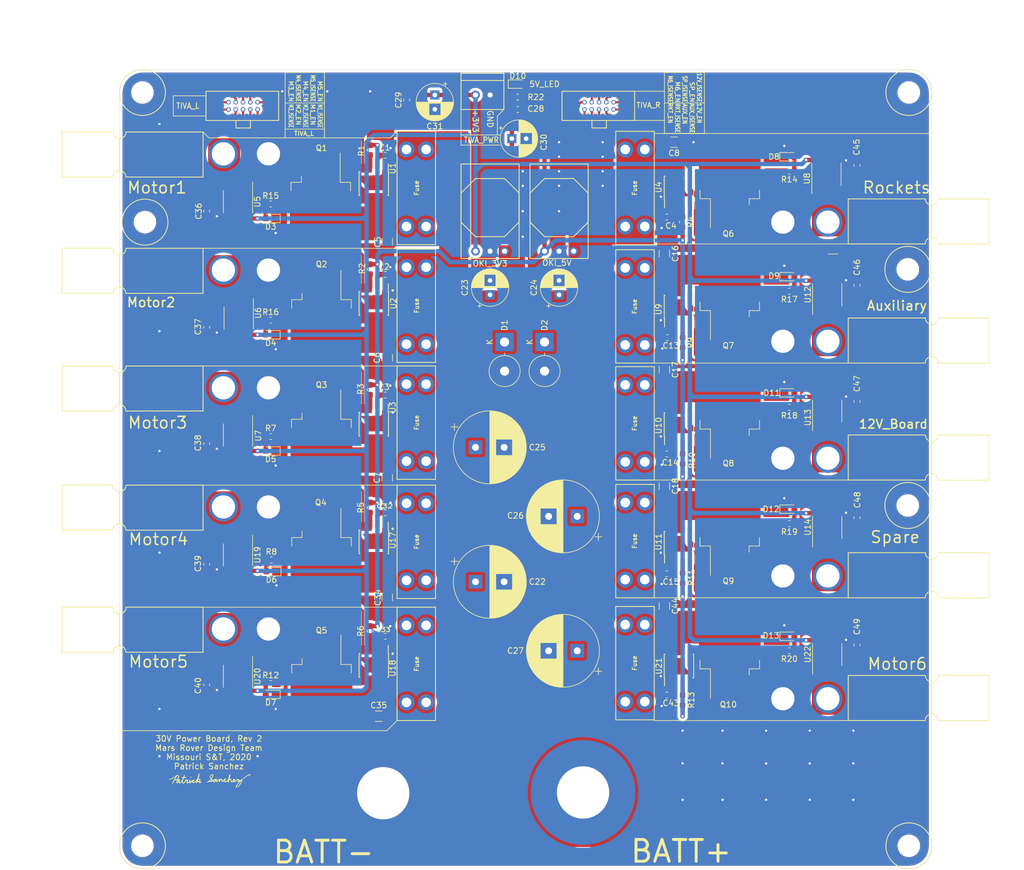
<source format=kicad_pcb>
(kicad_pcb (version 20171130) (host pcbnew "(5.1.4)-1")
  (layers (0 F.Cu signal) (31 B.Cu signal) (34 B.Paste user) (35 F.Paste user) (36 B.SilkS user) (37 F.SilkS user) (38 B.Mask user) (39 F.Mask user) (44 Edge.Cuts user))
  (net 0 "")
  (net 1 GND)
  (net 2 "Net-(C1-Pad1)")
  (net 3 "Net-(C2-Pad1)")
  (net 4 "Net-(C3-Pad1)")
  (net 5 "Net-(C4-Pad1)")
  (net 6 "Net-(C13-Pad1)")
  (net 7 "Net-(C14-Pad1)")
  (net 8 "Net-(C15-Pad1)")
  (net 9 +3V3)
  (net 10 +5V)
  (net 11 "Net-(R1-Pad2)")
  (net 12 "Net-(R2-Pad2)")
  (net 13 "Net-(R3-Pad2)")
  (net 14 "Net-(R4-Pad2)")
  (net 15 "Net-(R9-Pad2)")
  (net 16 "Net-(R10-Pad2)")
  (net 17 "Net-(R11-Pad2)")
  (net 18 PVDD)
  (net 19 "Net-(D3-Pad2)")
  (net 20 "Net-(D4-Pad2)")
  (net 21 "Net-(D5-Pad2)")
  (net 22 "Net-(D6-Pad2)")
  (net 23 "Net-(D7-Pad2)")
  (net 24 "Net-(D8-Pad2)")
  (net 25 "Net-(D9-Pad2)")
  (net 26 "Net-(D10-Pad2)")
  (net 27 "Net-(C5-Pad1)")
  (net 28 "Net-(C6-Pad1)")
  (net 29 "Net-(C7-Pad1)")
  (net 30 "Net-(C8-Pad1)")
  (net 31 "Net-(C16-Pad1)")
  (net 32 "Net-(C17-Pad1)")
  (net 33 "Net-(C18-Pad1)")
  (net 34 "Net-(C32-Pad1)")
  (net 35 "Net-(C33-Pad1)")
  (net 36 "Net-(C34-Pad1)")
  (net 37 "Net-(C35-Pad1)")
  (net 38 "Net-(C36-Pad1)")
  (net 39 "Net-(C37-Pad1)")
  (net 40 "Net-(C38-Pad1)")
  (net 41 "Net-(C39-Pad1)")
  (net 42 "Net-(C40-Pad1)")
  (net 43 "Net-(C43-Pad1)")
  (net 44 "Net-(C44-Pad1)")
  (net 45 "Net-(C45-Pad1)")
  (net 46 "Net-(C46-Pad1)")
  (net 47 "Net-(C47-Pad1)")
  (net 48 "Net-(C48-Pad1)")
  (net 49 "Net-(C49-Pad1)")
  (net 50 M5_ISENSE)
  (net 51 M5_EN)
  (net 52 M4_ISENSE)
  (net 53 M4_EN)
  (net 54 M3_ISENSE)
  (net 55 M3_EN)
  (net 56 M2_ISENSE)
  (net 57 SP_EN)
  (net 58 SP_ISENSE)
  (net 59 12V_EN)
  (net 60 12V_ISENSE)
  (net 61 AUX_EN)
  (net 62 AUX_ISENSE)
  (net 63 RKT_EN)
  (net 64 RKT_ISENSE)
  (net 65 "Net-(D11-Pad2)")
  (net 66 "Net-(D12-Pad2)")
  (net 67 "Net-(D13-Pad2)")
  (net 68 M1_LED)
  (net 69 M2_LED)
  (net 70 M3_LED)
  (net 71 M4_LED)
  (net 72 M5_LED)
  (net 73 RKT_LED)
  (net 74 AUX_LED)
  (net 75 12V_LED)
  (net 76 SP_LED)
  (net 77 M6_LED)
  (net 78 "Net-(R5-Pad2)")
  (net 79 "Net-(R6-Pad2)")
  (net 80 "Net-(R13-Pad2)")
  (net 81 M1_EN)
  (net 82 M2_EN)
  (net 83 M1_ISENSE)
  (net 84 M6_EN)
  (net 85 M6_ISENSE)
  (net 86 "Net-(Conn1-Pad1)")
  (net 87 "Net-(Conn2-Pad1)")
  (net 88 "Net-(Conn3-Pad1)")
  (net 89 "Net-(Conn4-Pad1)")
  (net 90 "Net-(Conn5-Pad1)")
  (net 91 "Net-(Conn6-Pad1)")
  (net 92 "Net-(Conn7-Pad1)")
  (net 93 "Net-(Conn8-Pad1)")
  (net 94 "Net-(Conn9-Pad1)")
  (net 95 "Net-(Conn10-Pad1)")
  (net 96 "Net-(Q1-Pad1)")
  (net 97 "Net-(Q2-Pad1)")
  (net 98 "Net-(Q3-Pad1)")
  (net 99 "Net-(Q4-Pad1)")
  (net 100 "Net-(Q5-Pad1)")
  (net 101 "Net-(Q6-Pad1)")
  (net 102 "Net-(Q7-Pad1)")
  (net 103 "Net-(Q8-Pad1)")
  (net 104 "Net-(Q9-Pad1)")
  (net 105 "Net-(Q10-Pad1)")
  (module Capacitor_SMD:C_0603_1608Metric_Pad1.05x0.95mm_HandSolder (layer F.Cu) (at 225.425 108.825 90)
    (fp_text reference C48 (at 3.1115 0.0635 90) (layer F.SilkS))
    (fp_text value 1nF)
    (pad 1 smd roundrect (at -0.875 0 90) (size 1.05 0.95) (layers F.Cu F.Paste F.Mask) (net 48 "Net-(C48-Pad1)"))
    (pad 2 smd roundrect (at 0.875 0 90) (size 1.05 0.95) (layers F.Cu F.Paste F.Mask) (net 1 GND))
  )
  (module MRDT_Connectors:JTAG_ARM_Connector_10_Pin (layer F.Cu) (at 177.8 37.465 90)
    (fp_text reference ConnTIVA_R1 hide)
    (fp_text value PH_2x05)
    (pad 10 thru_hole circle (at 1.28 5.08 90) (size 0.8 0.8) (drill 0.5) (layers *.Cu *.Mask) (net 58 SP_ISENSE))
    (pad 9 thru_hole circle (at 0.01 5.08 90) (size 0.8 0.8) (drill 0.5) (layers *.Cu *.Mask) (net 59 12V_EN))
    (pad 8 thru_hole circle (at 1.28 3.81 90) (size 0.8 0.8) (drill 0.5) (layers *.Cu *.Mask) (net 57 SP_EN))
    (pad 7 thru_hole circle (at 0.01 3.81 90) (size 0.8 0.8) (drill 0.5) (layers *.Cu *.Mask) (net 60 12V_ISENSE))
    (pad 6 thru_hole circle (at 1.28 2.54 90) (size 0.8 0.8) (drill 0.5) (layers *.Cu *.Mask) (net 85 M6_ISENSE))
    (pad 5 thru_hole circle (at 0.01 2.54 90) (size 0.8 0.8) (drill 0.5) (layers *.Cu *.Mask) (net 61 AUX_EN))
    (pad 4 thru_hole circle (at 1.28 1.27 90) (size 0.8 0.8) (drill 0.5) (layers *.Cu *.Mask) (net 84 M6_EN))
    (pad 3 thru_hole circle (at 0.01 1.27 90) (size 0.8 0.8) (drill 0.5) (layers *.Cu *.Mask) (net 62 AUX_ISENSE))
    (pad 2 thru_hole circle (at 1.28 0 90) (size 0.8 0.8) (drill 0.5) (layers *.Cu *.Mask) (net 64 RKT_ISENSE))
    (pad 1 thru_hole circle (at 0.01 0 90) (size 0.8 0.8) (drill 0.5) (layers *.Cu *.Mask) (net 63 RKT_EN))
  )
  (module MRDT_Connectors:JTAG_ARM_Connector_10_Pin (layer F.Cu) (at 115.57 37.465 90)
    (fp_text reference ConnTIVA_L1 hide)
    (fp_text value PH_2x05)
    (pad 10 thru_hole circle (at 1.28 5.08 90) (size 0.8 0.8) (drill 0.5) (layers *.Cu *.Mask) (net 81 M1_EN))
    (pad 9 thru_hole circle (at 0.01 5.08 90) (size 0.8 0.8) (drill 0.5) (layers *.Cu *.Mask) (net 83 M1_ISENSE))
    (pad 8 thru_hole circle (at 1.28 3.81 90) (size 0.8 0.8) (drill 0.5) (layers *.Cu *.Mask) (net 50 M5_ISENSE))
    (pad 7 thru_hole circle (at 0.01 3.81 90) (size 0.8 0.8) (drill 0.5) (layers *.Cu *.Mask) (net 82 M2_EN))
    (pad 6 thru_hole circle (at 1.28 2.54 90) (size 0.8 0.8) (drill 0.5) (layers *.Cu *.Mask) (net 51 M5_EN))
    (pad 5 thru_hole circle (at 0.01 2.54 90) (size 0.8 0.8) (drill 0.5) (layers *.Cu *.Mask) (net 56 M2_ISENSE))
    (pad 4 thru_hole circle (at 1.28 1.27 90) (size 0.8 0.8) (drill 0.5) (layers *.Cu *.Mask) (net 52 M4_ISENSE))
    (pad 3 thru_hole circle (at 0.01 1.27 90) (size 0.8 0.8) (drill 0.5) (layers *.Cu *.Mask) (net 55 M3_EN))
    (pad 2 thru_hole circle (at 1.28 0 90) (size 0.8 0.8) (drill 0.5) (layers *.Cu *.Mask) (net 53 M4_EN))
    (pad 1 thru_hole circle (at 0.01 0 90) (size 0.8 0.8) (drill 0.5) (layers *.Cu *.Mask) (net 54 M3_ISENSE))
  )
  (module Custom_Footprints:z_sig_Patrick_Sanchez_15mmx5mm (layer F.Cu) (at 112.268 154.686)
    (fp_text reference G*** hide)
    (fp_text value LOGO hide)
  )
  (module Capacitor_SMD:C_1206_3216Metric_Pad1.42x1.75mm_HandSolder (layer F.Cu) (at 191.77 124.2425 90)
    (fp_text reference C44 (at 0 1.905 90) (layer F.SilkS))
    (fp_text value "10uF 50V")
    (pad 2 smd roundrect (at 1.4875 0 90) (size 1.425 1.75) (layers F.Cu F.Paste F.Mask) (roundrect_rratio 0.175439) (net 1 GND))
    (pad 1 smd roundrect (at -1.4875 0 90) (size 1.425 1.75) (layers F.Cu F.Paste F.Mask) (roundrect_rratio 0.175439) (net 44 "Net-(C44-Pad1)"))
  )
  (module Capacitor_SMD:C_1206_3216Metric_Pad1.42x1.75mm_HandSolder (layer F.Cu) (at 141.8225 143.51 180)
    (fp_text reference C35 (at 0 1.905) (layer F.SilkS))
    (fp_text value "10uF 50V")
    (pad 2 smd roundrect (at 1.4875 0 180) (size 1.425 1.75) (layers F.Cu F.Paste F.Mask) (roundrect_rratio 0.175439) (net 1 GND))
    (pad 1 smd roundrect (at -1.4875 0 180) (size 1.425 1.75) (layers F.Cu F.Paste F.Mask) (roundrect_rratio 0.175439) (net 37 "Net-(C35-Pad1)"))
  )
  (module Capacitor_SMD:C_1206_3216Metric_Pad1.42x1.75mm_HandSolder (layer F.Cu) (at 143.31 122.7725 270)
    (fp_text reference C34 (at 0 1.651 90) (layer F.SilkS))
    (fp_text value "10uF 50V")
    (pad 2 smd roundrect (at 1.4875 0 270) (size 1.425 1.75) (layers F.Cu F.Paste F.Mask) (roundrect_rratio 0.175439) (net 1 GND))
    (pad 1 smd roundrect (at -1.4875 0 270) (size 1.425 1.75) (layers F.Cu F.Paste F.Mask) (roundrect_rratio 0.175439) (net 36 "Net-(C34-Pad1)"))
  )
  (module Capacitor_SMD:C_1206_3216Metric_Pad1.42x1.75mm_HandSolder (layer F.Cu) (at 191.77 103.2875 90)
    (fp_text reference C18 (at 0 1.905 90) (layer F.SilkS))
    (fp_text value "10uF 50V")
    (pad 2 smd roundrect (at 1.4875 0 90) (size 1.425 1.75) (layers F.Cu F.Paste F.Mask) (roundrect_rratio 0.175439) (net 1 GND))
    (pad 1 smd roundrect (at -1.4875 0 90) (size 1.425 1.75) (layers F.Cu F.Paste F.Mask) (roundrect_rratio 0.175439) (net 33 "Net-(C18-Pad1)"))
  )
  (module Capacitor_SMD:C_1206_3216Metric_Pad1.42x1.75mm_HandSolder (layer F.Cu) (at 191.77 82.9675 90)
    (fp_text reference C17 (at 0 1.905 90) (layer F.SilkS))
    (fp_text value "10uF 50V")
    (pad 2 smd roundrect (at 1.4875 0 90) (size 1.425 1.75) (layers F.Cu F.Paste F.Mask) (roundrect_rratio 0.175439) (net 1 GND))
    (pad 1 smd roundrect (at -1.4875 0 90) (size 1.425 1.75) (layers F.Cu F.Paste F.Mask) (roundrect_rratio 0.175439) (net 32 "Net-(C17-Pad1)"))
  )
  (module Capacitor_SMD:C_1206_3216Metric_Pad1.42x1.75mm_HandSolder (layer F.Cu) (at 191.77 62.6475 90)
    (fp_text reference C16 (at 0 1.905 90) (layer F.SilkS))
    (fp_text value "10uF 50V")
    (pad 2 smd roundrect (at 1.4875 0 90) (size 1.425 1.75) (layers F.Cu F.Paste F.Mask) (roundrect_rratio 0.175439) (net 1 GND))
    (pad 1 smd roundrect (at -1.4875 0 90) (size 1.425 1.75) (layers F.Cu F.Paste F.Mask) (roundrect_rratio 0.175439) (net 31 "Net-(C16-Pad1)"))
  )
  (module Capacitor_SMD:C_1206_3216Metric_Pad1.42x1.75mm_HandSolder (layer F.Cu) (at 193.4575 43.18)
    (fp_text reference C8 (at 0 1.905) (layer F.SilkS))
    (fp_text value "10uF 50V")
    (pad 2 smd roundrect (at 1.4875 0) (size 1.425 1.75) (layers F.Cu F.Paste F.Mask) (roundrect_rratio 0.175439) (net 1 GND))
    (pad 1 smd roundrect (at -1.4875 0) (size 1.425 1.75) (layers F.Cu F.Paste F.Mask) (roundrect_rratio 0.175439) (net 30 "Net-(C8-Pad1)"))
  )
  (module Capacitor_SMD:C_1206_3216Metric_Pad1.42x1.75mm_HandSolder (layer F.Cu) (at 143.31 101.8175 270)
    (fp_text reference C7 (at 0 1.778 90) (layer F.SilkS))
    (fp_text value "10uF 50V")
    (pad 2 smd roundrect (at 1.4875 0 270) (size 1.425 1.75) (layers F.Cu F.Paste F.Mask) (roundrect_rratio 0.175439) (net 1 GND))
    (pad 1 smd roundrect (at -1.4875 0 270) (size 1.425 1.75) (layers F.Cu F.Paste F.Mask) (roundrect_rratio 0.175439) (net 29 "Net-(C7-Pad1)"))
  )
  (module Capacitor_SMD:C_1206_3216Metric_Pad1.42x1.75mm_HandSolder (layer F.Cu) (at 143.31 80.8625 270)
    (fp_text reference C6 (at 0 1.778 90) (layer F.SilkS))
    (fp_text value "10uF 50V")
    (pad 2 smd roundrect (at 1.4875 0 270) (size 1.425 1.75) (layers F.Cu F.Paste F.Mask) (roundrect_rratio 0.175439) (net 1 GND))
    (pad 1 smd roundrect (at -1.4875 0 270) (size 1.425 1.75) (layers F.Cu F.Paste F.Mask) (roundrect_rratio 0.175439) (net 28 "Net-(C6-Pad1)"))
  )
  (module Capacitor_SMD:C_1206_3216Metric_Pad1.42x1.75mm_HandSolder (layer F.Cu) (at 143.31 60.5425 270)
    (fp_text reference C5 (at 0.0905 1.651 90) (layer F.SilkS))
    (fp_text value "10uF 50V")
    (pad 2 smd roundrect (at 1.4875 0 270) (size 1.425 1.75) (layers F.Cu F.Paste F.Mask) (roundrect_rratio 0.175439) (net 1 GND))
    (pad 1 smd roundrect (at -1.4875 0 270) (size 1.425 1.75) (layers F.Cu F.Paste F.Mask) (roundrect_rratio 0.175439) (net 27 "Net-(C5-Pad1)"))
  )
  (module Package_TO_SOT_SMD:TO-263-2 (layer F.Cu) (at 203.2 90.37 90)
    (fp_text reference Q8 (at -8.944 -0.254 180) (layer F.SilkS))
    (fp_text value Q_NMOS_GDS)
    (pad 1 smd rect (at -5.775 -2.54 90) (size 4.6 1.1) (layers F.Cu F.Paste F.Mask) (net 103 "Net-(Q8-Pad1)"))
    (pad 3 smd rect (at -5.775 2.54 90) (size 4.6 1.1) (layers F.Cu F.Paste F.Mask) (net 75 12V_LED))
    (pad 2 smd rect (at 3.375 0 90) (size 9.4 10.8) (layers F.Cu F.Mask) (net 32 "Net-(C17-Pad1)"))
  )
  (module Capacitor_SMD:C_0603_1608Metric_Pad1.05x0.95mm_HandSolder (layer F.Cu) (at 142.988 129.54)
    (fp_text reference C33 (at -0.367 -1.143) (layer F.SilkS) (effects (font (size 0.762 0.889))))
    (fp_text value 0.1uF)
    (pad 2 smd roundrect (at 0.875 0) (size 1.05 0.95) (layers F.Cu F.Paste F.Mask) (net 1 GND))
    (pad 1 smd roundrect (at -0.875 0) (size 1.05 0.95) (layers F.Cu F.Paste F.Mask) (net 35 "Net-(C33-Pad1)"))
  )
  (module Package_SO:SOIC-8-N7_3.9x4.9mm_P1.27mm (layer F.Cu) (at 140.97 134.62 270)
    (fp_text reference U18 (at 0.508 -3.302 90) (layer F.SilkS))
    (fp_text value LT1910)
    (pad 1 smd rect (at -2.7 -1.905 270) (size 1.55 0.6) (layers F.Cu F.Paste F.Mask) (net 1 GND))
    (pad 2 smd rect (at -2.7 -0.635 270) (size 1.55 0.6) (layers F.Cu F.Paste F.Mask) (net 35 "Net-(C33-Pad1)"))
    (pad 3 smd rect (at -2.7 0.635 270) (size 1.55 0.6) (layers F.Cu F.Paste F.Mask) (net 79 "Net-(R6-Pad2)"))
    (pad 4 smd rect (at -2.7 1.905 270) (size 1.55 0.6) (layers F.Cu F.Paste F.Mask) (net 51 M5_EN))
    (pad 5 smd rect (at 2.7 1.905 270) (size 1.55 0.6) (layers F.Cu F.Paste F.Mask) (net 100 "Net-(Q5-Pad1)"))
    (pad 6 smd rect (at 2.7 0.635 270) (size 1.55 0.6) (layers F.Cu F.Paste F.Mask) (net 37 "Net-(C35-Pad1)"))
    (pad 8 smd rect (at 2.7 -1.905 270) (size 1.55 0.6) (layers F.Cu F.Paste F.Mask) (net 37 "Net-(C35-Pad1)"))
  )
  (module Resistor_SMD:R_0603_1608Metric_Pad1.05x0.95mm_HandSolder (layer F.Cu) (at 140.335 128.637 270)
    (fp_text reference R6 (at -0.014 1.651 90) (layer F.SilkS))
    (fp_text value 5.1k)
    (pad 2 smd roundrect (at 0.875 0 270) (size 1.05 0.95) (layers F.Cu F.Paste F.Mask) (net 79 "Net-(R6-Pad2)"))
    (pad 1 smd roundrect (at -0.875 0 270) (size 1.05 0.95) (layers F.Cu F.Paste F.Mask) (net 10 +5V))
  )
  (module MRDT_Drill_Holes:4_40_Hole_Corner (layer F.Cu) (at 96.52 170.18)
    (fp_text reference REF** hide)
    (fp_text value 4_40_Hole hide)
    (pad "" np_thru_hole circle (at 4.00812 -4.00812) (size 2.9464 2.9464) (drill 2.9464) (layers *.Cu *.Mask))
  )
  (module MRDT_Drill_Holes:4_40_Hole_Corner (layer F.Cu) (at 238.506 170.18 90)
    (fp_text reference REF** hide)
    (fp_text value 4_40_Hole hide)
    (pad "" np_thru_hole circle (at 4.00812 -4.00812 90) (size 2.9464 2.9464) (drill 2.9464) (layers *.Cu *.Mask))
  )
  (module MRDT_Drill_Holes:4_40_Hole_Corner (layer F.Cu) (at 238.506 30.48 180)
    (fp_text reference REF** hide)
    (fp_text value 4_40_Hole hide)
    (pad "" np_thru_hole circle (at 4.00812 -4.00812 180) (size 2.9464 2.9464) (drill 2.9464) (layers *.Cu *.Mask))
  )
  (module MRDT_Drill_Holes:4_40_Hole (layer F.Cu) (at 234.315 106.68)
    (fp_text reference REF** hide)
    (fp_text value 4_40_Hole hide)
    (pad "" np_thru_hole circle (at 0 0) (size 2.9464 2.9464) (drill 2.9464) (layers *.Cu *.Mask))
  )
  (module MRDT_Drill_Holes:4_40_Hole (layer F.Cu) (at 234.315 65.405)
    (fp_text reference REF** hide)
    (fp_text value 4_40_Hole hide)
    (pad "" np_thru_hole circle (at 0 0) (size 2.9464 2.9464) (drill 2.9464) (layers *.Cu *.Mask))
  )
  (module MRDT_Drill_Holes:4_40_Hole (layer F.Cu) (at 100.965 57.15)
    (fp_text reference REF** hide)
    (fp_text value 4_40_Hole hide)
    (pad "" np_thru_hole circle (at 0 0) (size 2.9464 2.9464) (drill 2.9464) (layers *.Cu *.Mask))
  )
  (module MRDT_Connectors:Anderson_2_Horizontal_Stacked (layer F.Cu) (at 114.681 45.212)
    (fp_text reference Conn1 hide)
    (fp_text value AndersonPP)
    (pad 4 thru_hole circle (at 7.874 0) (size 5.08 5.08) (drill 4.06) (layers *.Cu *.Mask F.Paste) (net 1 GND))
    (pad 1 thru_hole circle (at 0 0) (size 5.08 5.08) (drill 4.06) (layers *.Cu *.Mask F.Paste) (net 86 "Net-(Conn1-Pad1)"))
  )
  (module MRDT_Drill_Holes:4_40_Hole_Corner (layer F.Cu) (at 96.52 30.48 270)
    (fp_text reference REF** hide)
    (fp_text value 4_40_Hole hide)
    (pad "" np_thru_hole circle (at 4.00812 -4.00812 270) (size 2.9464 2.9464) (drill 2.9464) (layers *.Cu *.Mask))
  )
  (module MRDT_Passives:ATC_Fuse_Block (layer F.Cu) (at 189.992 122.809 90)
    (fp_text reference F7 hide)
    (fp_text value Fuse (at 9.906 -3.429 90) (layer F.SilkS) (effects (font (size 0.762 0.762))))
    (pad 2 thru_hole circle (at 16.637 -1.651 90) (size 2.8194 2.8194) (drill 1.6764) (layers *.Cu *.Mask) (net 33 "Net-(C18-Pad1)"))
    (pad 2 thru_hole circle (at 16.637 -5.08 90) (size 2.8194 2.8194) (drill 1.6764) (layers *.Cu *.Mask) (net 33 "Net-(C18-Pad1)"))
    (pad 1 thru_hole circle (at 3.175 -5.08 90) (size 2.8194 2.8194) (drill 1.6764) (layers *.Cu *.Mask) (net 18 PVDD))
    (pad 1 thru_hole circle (at 3.175 -1.651 90) (size 2.8194 2.8194) (drill 1.6764) (layers *.Cu *.Mask) (net 18 PVDD))
  )
  (module MRDT_Passives:ATC_Fuse_Block (layer F.Cu) (at 189.992 102.235 90)
    (fp_text reference F6 hide)
    (fp_text value Fuse (at 9.906 -3.429 90) (layer F.SilkS) (effects (font (size 0.762 0.762))))
    (pad 2 thru_hole circle (at 16.637 -1.651 90) (size 2.8194 2.8194) (drill 1.6764) (layers *.Cu *.Mask) (net 32 "Net-(C17-Pad1)"))
    (pad 2 thru_hole circle (at 16.637 -5.08 90) (size 2.8194 2.8194) (drill 1.6764) (layers *.Cu *.Mask) (net 32 "Net-(C17-Pad1)"))
    (pad 1 thru_hole circle (at 3.175 -5.08 90) (size 2.8194 2.8194) (drill 1.6764) (layers *.Cu *.Mask) (net 18 PVDD))
    (pad 1 thru_hole circle (at 3.175 -1.651 90) (size 2.8194 2.8194) (drill 1.6764) (layers *.Cu *.Mask) (net 18 PVDD))
  )
  (module MRDT_Connectors:Anderson_2_Horizontal_Stacked (layer F.Cu) (at 114.681 86.106)
    (fp_text reference Conn3 hide)
    (fp_text value AndersonPP)
    (pad 4 thru_hole circle (at 7.874 0) (size 5.08 5.08) (drill 4.06) (layers *.Cu *.Mask F.Paste) (net 1 GND))
    (pad 1 thru_hole circle (at 0 0) (size 5.08 5.08) (drill 4.06) (layers *.Cu *.Mask F.Paste) (net 88 "Net-(Conn3-Pad1)"))
  )
  (module MRDT_Connectors:Anderson_2_Horizontal_Stacked (layer F.Cu) (at 114.681 128.27)
    (fp_text reference Conn5 hide)
    (fp_text value AndersonPP)
    (pad 4 thru_hole circle (at 7.874 0) (size 5.08 5.08) (drill 4.06) (layers *.Cu *.Mask F.Paste) (net 1 GND))
    (pad 1 thru_hole circle (at 0 0) (size 5.08 5.08) (drill 4.06) (layers *.Cu *.Mask F.Paste) (net 90 "Net-(Conn5-Pad1)"))
  )
  (module LED_SMD:LED_0603_1608Metric_Pad1.05x0.95mm_HandSolder (layer F.Cu) (at 122.95 139.7 180)
    (fp_text reference D7 (at 0 -1.43) (layer F.SilkS))
    (fp_text value ORG)
    (pad 2 smd roundrect (at 0.875 0 180) (size 1.05 0.95) (layers F.Cu F.Paste F.Mask) (net 23 "Net-(D7-Pad2)"))
    (pad 1 smd roundrect (at -0.875 0 180) (size 1.05 0.95) (layers F.Cu F.Paste F.Mask) (net 1 GND))
  )
  (module Resistor_SMD:R_0603_1608Metric_Pad1.05x0.95mm_HandSolder (layer F.Cu) (at 122.95 137.795)
    (fp_text reference R12 (at 0 -1.43) (layer F.SilkS))
    (fp_text value 2.5k)
    (pad 1 smd roundrect (at -0.875 0) (size 1.05 0.95) (layers F.Cu F.Paste F.Mask) (net 23 "Net-(D7-Pad2)"))
    (pad 2 smd roundrect (at 0.875 0) (size 1.05 0.95) (layers F.Cu F.Paste F.Mask) (net 72 M5_LED))
  )
  (module Resistor_SMD:R_0603_1608Metric_Pad1.05x0.95mm_HandSolder (layer F.Cu) (at 122.95 94.615)
    (fp_text reference R7 (at 0 -1.43) (layer F.SilkS))
    (fp_text value 2.5k)
    (pad 2 smd roundrect (at 0.875 0) (size 1.05 0.95) (layers F.Cu F.Paste F.Mask) (net 70 M3_LED))
    (pad 1 smd roundrect (at -0.875 0) (size 1.05 0.95) (layers F.Cu F.Paste F.Mask) (net 21 "Net-(D5-Pad2)"))
  )
  (module Capacitor_SMD:C_0603_1608Metric_Pad1.05x0.95mm_HandSolder (layer F.Cu) (at 142.988 45.466)
    (fp_text reference C1 (at -0.113 -1.3335) (layer F.SilkS))
    (fp_text value 0.1uF)
    (pad 2 smd roundrect (at 0.875 0) (size 1.05 0.95) (layers F.Cu F.Paste F.Mask) (net 1 GND))
    (pad 1 smd roundrect (at -0.875 0) (size 1.05 0.95) (layers F.Cu F.Paste F.Mask) (net 2 "Net-(C1-Pad1)"))
  )
  (module Capacitor_SMD:C_0603_1608Metric_Pad1.05x0.95mm_HandSolder (layer F.Cu) (at 142.988 66.294)
    (fp_text reference C2 (at -0.24 -1.3335) (layer F.SilkS))
    (fp_text value 0.1uF)
    (pad 1 smd roundrect (at -0.875 0) (size 1.05 0.95) (layers F.Cu F.Paste F.Mask) (net 3 "Net-(C2-Pad1)"))
    (pad 2 smd roundrect (at 0.875 0) (size 1.05 0.95) (layers F.Cu F.Paste F.Mask) (net 1 GND))
  )
  (module MRDT_Connectors:Anderson_2_Horizontal_Stacked (layer F.Cu) (at 114.681 65.532)
    (fp_text reference Conn2 hide)
    (fp_text value AndersonPP)
    (pad 1 thru_hole circle (at 0 0) (size 5.08 5.08) (drill 4.06) (layers *.Cu *.Mask F.Paste) (net 87 "Net-(Conn2-Pad1)"))
    (pad 4 thru_hole circle (at 7.874 0) (size 5.08 5.08) (drill 4.06) (layers *.Cu *.Mask F.Paste) (net 1 GND))
  )
  (module Package_SO:SOIC-8-N7_3.9x4.9mm_P1.27mm (layer F.Cu) (at 194.31 72.009 90)
    (fp_text reference U9 (at -0.381 -3.556 90) (layer F.SilkS))
    (fp_text value LT1910)
    (pad 1 smd rect (at -2.7 -1.905 90) (size 1.55 0.6) (layers F.Cu F.Paste F.Mask) (net 1 GND))
    (pad 2 smd rect (at -2.7 -0.635 90) (size 1.55 0.6) (layers F.Cu F.Paste F.Mask) (net 6 "Net-(C13-Pad1)"))
    (pad 3 smd rect (at -2.7 0.635 90) (size 1.55 0.6) (layers F.Cu F.Paste F.Mask) (net 15 "Net-(R9-Pad2)"))
    (pad 4 smd rect (at -2.7 1.905 90) (size 1.55 0.6) (layers F.Cu F.Paste F.Mask) (net 61 AUX_EN))
    (pad 5 smd rect (at 2.7 1.905 90) (size 1.55 0.6) (layers F.Cu F.Paste F.Mask) (net 102 "Net-(Q7-Pad1)"))
    (pad 6 smd rect (at 2.7 0.635 90) (size 1.55 0.6) (layers F.Cu F.Paste F.Mask) (net 31 "Net-(C16-Pad1)"))
    (pad 8 smd rect (at 2.7 -1.905 90) (size 1.55 0.6) (layers F.Cu F.Paste F.Mask) (net 31 "Net-(C16-Pad1)"))
  )
  (module Resistor_SMD:R_0603_1608Metric_Pad1.05x0.95mm_HandSolder (layer F.Cu) (at 194.945 78.218 90)
    (fp_text reference R9 (at -0.014 1.397 90) (layer F.SilkS))
    (fp_text value 5.1k)
    (pad 1 smd roundrect (at -0.875 0 90) (size 1.05 0.95) (layers F.Cu F.Paste F.Mask) (net 10 +5V))
    (pad 2 smd roundrect (at 0.875 0 90) (size 1.05 0.95) (layers F.Cu F.Paste F.Mask) (net 15 "Net-(R9-Pad2)"))
  )
  (module MRDT_Passives:ATC_Fuse_Block (layer F.Cu) (at 145.034 61.849 270)
    (fp_text reference F2 hide)
    (fp_text value Fuse (at 9.906 -3.429 90) (layer F.SilkS) (effects (font (size 0.762 0.762))))
    (pad 1 thru_hole circle (at 3.175 -1.651 270) (size 2.8194 2.8194) (drill 1.6764) (layers *.Cu *.Mask) (net 18 PVDD))
    (pad 1 thru_hole circle (at 3.175 -5.08 270) (size 2.8194 2.8194) (drill 1.6764) (layers *.Cu *.Mask) (net 18 PVDD))
    (pad 2 thru_hole circle (at 16.637 -5.08 270) (size 2.8194 2.8194) (drill 1.6764) (layers *.Cu *.Mask) (net 28 "Net-(C6-Pad1)"))
    (pad 2 thru_hole circle (at 16.637 -1.651 270) (size 2.8194 2.8194) (drill 1.6764) (layers *.Cu *.Mask) (net 28 "Net-(C6-Pad1)"))
  )
  (module Capacitor_SMD:C_0603_1608Metric_Pad1.05x0.95mm_HandSolder (layer F.Cu) (at 142.988 87.376)
    (fp_text reference C3 (at -0.24 -1.397) (layer F.SilkS))
    (fp_text value 0.1uF)
    (pad 1 smd roundrect (at -0.875 0) (size 1.05 0.95) (layers F.Cu F.Paste F.Mask) (net 4 "Net-(C3-Pad1)"))
    (pad 2 smd roundrect (at 0.875 0) (size 1.05 0.95) (layers F.Cu F.Paste F.Mask) (net 1 GND))
  )
  (module Capacitor_SMD:C_0603_1608Metric_Pad1.05x0.95mm_HandSolder (layer F.Cu) (at 192.165 56.261 180)
    (fp_text reference C4 (at -0.748 -1.524) (layer F.SilkS))
    (fp_text value 0.1uF)
    (pad 1 smd roundrect (at -0.875 0 180) (size 1.05 0.95) (layers F.Cu F.Paste F.Mask) (net 5 "Net-(C4-Pad1)"))
    (pad 2 smd roundrect (at 0.875 0 180) (size 1.05 0.95) (layers F.Cu F.Paste F.Mask) (net 1 GND))
  )
  (module Capacitor_SMD:C_0603_1608Metric_Pad1.05x0.95mm_HandSolder (layer F.Cu) (at 192.278 77.343 180)
    (fp_text reference C13 (at -0.635 -1.397) (layer F.SilkS))
    (fp_text value 0.1uF)
    (pad 2 smd roundrect (at 0.875 0 180) (size 1.05 0.95) (layers F.Cu F.Paste F.Mask) (net 1 GND))
    (pad 1 smd roundrect (at -0.875 0 180) (size 1.05 0.95) (layers F.Cu F.Paste F.Mask) (net 6 "Net-(C13-Pad1)"))
  )
  (module Capacitor_SMD:C_0603_1608Metric_Pad1.05x0.95mm_HandSolder (layer F.Cu) (at 192.165 97.663 180)
    (fp_text reference C14 (at -0.621 -1.524) (layer F.SilkS))
    (fp_text value 0.1uF)
    (pad 1 smd roundrect (at -0.875 0 180) (size 1.05 0.95) (layers F.Cu F.Paste F.Mask) (net 7 "Net-(C14-Pad1)"))
    (pad 2 smd roundrect (at 0.875 0 180) (size 1.05 0.95) (layers F.Cu F.Paste F.Mask) (net 1 GND))
  )
  (module Capacitor_SMD:C_0603_1608Metric_Pad1.05x0.95mm_HandSolder (layer F.Cu) (at 192.165 118.618 180)
    (fp_text reference C15 (at -0.748 -1.397) (layer F.SilkS))
    (fp_text value 0.1uF)
    (pad 1 smd roundrect (at -0.875 0 180) (size 1.05 0.95) (layers F.Cu F.Paste F.Mask) (net 8 "Net-(C15-Pad1)"))
    (pad 2 smd roundrect (at 0.875 0 180) (size 1.05 0.95) (layers F.Cu F.Paste F.Mask) (net 1 GND))
  )
  (module MRDT_Passives:ATC_Fuse_Block (layer F.Cu) (at 145.034 41.275 270)
    (fp_text reference F1 hide)
    (fp_text value Fuse (at 9.906 -3.429 90) (layer F.SilkS) (effects (font (size 0.762 0.762))))
    (pad 1 thru_hole circle (at 3.175 -1.651 270) (size 2.8194 2.8194) (drill 1.6764) (layers *.Cu *.Mask) (net 18 PVDD))
    (pad 1 thru_hole circle (at 3.175 -5.08 270) (size 2.8194 2.8194) (drill 1.6764) (layers *.Cu *.Mask) (net 18 PVDD))
    (pad 2 thru_hole circle (at 16.637 -5.08 270) (size 2.8194 2.8194) (drill 1.6764) (layers *.Cu *.Mask) (net 27 "Net-(C5-Pad1)"))
    (pad 2 thru_hole circle (at 16.637 -1.651 270) (size 2.8194 2.8194) (drill 1.6764) (layers *.Cu *.Mask) (net 27 "Net-(C5-Pad1)"))
  )
  (module MRDT_Passives:ATC_Fuse_Block (layer F.Cu) (at 145.034 82.296 270)
    (fp_text reference F3 hide)
    (fp_text value Fuse (at 9.906 -3.429 90) (layer F.SilkS) (effects (font (size 0.762 0.762))))
    (pad 1 thru_hole circle (at 3.175 -1.651 270) (size 2.8194 2.8194) (drill 1.6764) (layers *.Cu *.Mask) (net 18 PVDD))
    (pad 1 thru_hole circle (at 3.175 -5.08 270) (size 2.8194 2.8194) (drill 1.6764) (layers *.Cu *.Mask) (net 18 PVDD))
    (pad 2 thru_hole circle (at 16.637 -5.08 270) (size 2.8194 2.8194) (drill 1.6764) (layers *.Cu *.Mask) (net 29 "Net-(C7-Pad1)"))
    (pad 2 thru_hole circle (at 16.637 -1.651 270) (size 2.8194 2.8194) (drill 1.6764) (layers *.Cu *.Mask) (net 29 "Net-(C7-Pad1)"))
  )
  (module MRDT_Passives:ATC_Fuse_Block (layer F.Cu) (at 189.992 61.087 90)
    (fp_text reference F4 hide)
    (fp_text value Fuse (at 9.906 -3.429 90) (layer F.SilkS) (effects (font (size 0.762 0.762))))
    (pad 1 thru_hole circle (at 3.175 -1.651 90) (size 2.8194 2.8194) (drill 1.6764) (layers *.Cu *.Mask) (net 18 PVDD))
    (pad 1 thru_hole circle (at 3.175 -5.08 90) (size 2.8194 2.8194) (drill 1.6764) (layers *.Cu *.Mask) (net 18 PVDD))
    (pad 2 thru_hole circle (at 16.637 -5.08 90) (size 2.8194 2.8194) (drill 1.6764) (layers *.Cu *.Mask) (net 30 "Net-(C8-Pad1)"))
    (pad 2 thru_hole circle (at 16.637 -1.651 90) (size 2.8194 2.8194) (drill 1.6764) (layers *.Cu *.Mask) (net 30 "Net-(C8-Pad1)"))
  )
  (module MRDT_Passives:ATC_Fuse_Block (layer F.Cu) (at 189.992 81.788 90)
    (fp_text reference F5 hide)
    (fp_text value Fuse (at 9.906 -3.429 90) (layer F.SilkS) (effects (font (size 0.762 0.762))))
    (pad 2 thru_hole circle (at 16.637 -1.651 90) (size 2.8194 2.8194) (drill 1.6764) (layers *.Cu *.Mask) (net 31 "Net-(C16-Pad1)"))
    (pad 2 thru_hole circle (at 16.637 -5.08 90) (size 2.8194 2.8194) (drill 1.6764) (layers *.Cu *.Mask) (net 31 "Net-(C16-Pad1)"))
    (pad 1 thru_hole circle (at 3.175 -5.08 90) (size 2.8194 2.8194) (drill 1.6764) (layers *.Cu *.Mask) (net 18 PVDD))
    (pad 1 thru_hole circle (at 3.175 -1.651 90) (size 2.8194 2.8194) (drill 1.6764) (layers *.Cu *.Mask) (net 18 PVDD))
  )
  (module Package_TO_SOT_SMD:TO-263-2 (layer F.Cu) (at 131.699 53.14 270)
    (fp_text reference Q1 (at -8.944 -0.127 180) (layer F.SilkS))
    (fp_text value Q_NMOS_GDS)
    (pad 1 smd rect (at -5.775 -2.54 270) (size 4.6 1.1) (layers F.Cu F.Paste F.Mask) (net 96 "Net-(Q1-Pad1)"))
    (pad 3 smd rect (at -5.775 2.54 270) (size 4.6 1.1) (layers F.Cu F.Paste F.Mask) (net 68 M1_LED))
    (pad 2 smd rect (at 3.375 0 270) (size 9.4 10.8) (layers F.Cu F.Mask) (net 27 "Net-(C5-Pad1)"))
  )
  (module Package_TO_SOT_SMD:TO-263-2 (layer F.Cu) (at 131.826 73.66 270)
    (fp_text reference Q2 (at -9.144 0 180) (layer F.SilkS))
    (fp_text value Q_NMOS_GDS)
    (pad 1 smd rect (at -5.775 -2.54 270) (size 4.6 1.1) (layers F.Cu F.Paste F.Mask) (net 97 "Net-(Q2-Pad1)"))
    (pad 3 smd rect (at -5.775 2.54 270) (size 4.6 1.1) (layers F.Cu F.Paste F.Mask) (net 69 M2_LED))
    (pad 2 smd rect (at 3.375 0 270) (size 9.4 10.8) (layers F.Cu F.Mask) (net 28 "Net-(C6-Pad1)"))
  )
  (module Package_TO_SOT_SMD:TO-263-2 (layer F.Cu) (at 131.807 94.554 270)
    (fp_text reference Q3 (at -8.956 -0.019 180) (layer F.SilkS))
    (fp_text value Q_NMOS_GDS)
    (pad 2 smd rect (at 3.375 0 270) (size 9.4 10.8) (layers F.Cu F.Mask) (net 29 "Net-(C7-Pad1)"))
    (pad 3 smd rect (at -5.775 2.54 270) (size 4.6 1.1) (layers F.Cu F.Paste F.Mask) (net 70 M3_LED))
    (pad 1 smd rect (at -5.775 -2.54 270) (size 4.6 1.1) (layers F.Cu F.Paste F.Mask) (net 98 "Net-(Q3-Pad1)"))
  )
  (module Package_TO_SOT_SMD:TO-263-2 (layer F.Cu) (at 131.826 115.243 270)
    (fp_text reference Q4 (at -9.071 0.127 180) (layer F.SilkS))
    (fp_text value Q_NMOS_GDS)
    (pad 1 smd rect (at -5.775 -2.54 270) (size 4.6 1.1) (layers F.Cu F.Paste F.Mask) (net 99 "Net-(Q4-Pad1)"))
    (pad 3 smd rect (at -5.775 2.54 270) (size 4.6 1.1) (layers F.Cu F.Paste F.Mask) (net 71 M4_LED))
    (pad 2 smd rect (at 3.375 0 270) (size 9.4 10.8) (layers F.Cu F.Mask) (net 36 "Net-(C34-Pad1)"))
  )
  (module Package_TO_SOT_SMD:TO-263-2 (layer F.Cu) (at 131.826 137.414 270)
    (fp_text reference Q5 (at -8.89 0 180) (layer F.SilkS))
    (fp_text value Q_NMOS_GDS)
    (pad 2 smd rect (at 3.375 0 270) (size 9.4 10.8) (layers F.Cu F.Mask) (net 37 "Net-(C35-Pad1)"))
    (pad 3 smd rect (at -5.775 2.54 270) (size 4.6 1.1) (layers F.Cu F.Paste F.Mask) (net 72 M5_LED))
    (pad 1 smd rect (at -5.775 -2.54 270) (size 4.6 1.1) (layers F.Cu F.Paste F.Mask) (net 100 "Net-(Q5-Pad1)"))
  )
  (module Package_TO_SOT_SMD:TO-263-2 (layer F.Cu) (at 203.2 50.111 90)
    (fp_text reference Q6 (at -9.071 -0.254 180) (layer F.SilkS))
    (fp_text value Q_NMOS_GDS)
    (pad 1 smd rect (at -5.775 -2.54 90) (size 4.6 1.1) (layers F.Cu F.Paste F.Mask) (net 101 "Net-(Q6-Pad1)"))
    (pad 3 smd rect (at -5.775 2.54 90) (size 4.6 1.1) (layers F.Cu F.Paste F.Mask) (net 73 RKT_LED))
    (pad 2 smd rect (at 3.375 0 90) (size 9.4 10.8) (layers F.Cu F.Mask) (net 30 "Net-(C8-Pad1)"))
  )
  (module Package_TO_SOT_SMD:TO-263-2 (layer F.Cu) (at 203.2 69.669 90)
    (fp_text reference Q7 (at -9.071 -0.254 180) (layer F.SilkS))
    (fp_text value Q_NMOS_GDS)
    (pad 1 smd rect (at -5.775 -2.54 90) (size 4.6 1.1) (layers F.Cu F.Paste F.Mask) (net 102 "Net-(Q7-Pad1)"))
    (pad 3 smd rect (at -5.775 2.54 90) (size 4.6 1.1) (layers F.Cu F.Paste F.Mask) (net 74 AUX_LED))
    (pad 2 smd rect (at 3.375 0 90) (size 9.4 10.8) (layers F.Cu F.Mask) (net 31 "Net-(C16-Pad1)"))
  )
  (module Resistor_SMD:R_0603_1608Metric_Pad1.05x0.95mm_HandSolder (layer F.Cu) (at 140.335 44.563 270)
    (fp_text reference R1 (at 0.113 1.524 90) (layer F.SilkS))
    (fp_text value 5.1k)
    (pad 1 smd roundrect (at -0.875 0 270) (size 1.05 0.95) (layers F.Cu F.Paste F.Mask) (net 10 +5V))
    (pad 2 smd roundrect (at 0.875 0 270) (size 1.05 0.95) (layers F.Cu F.Paste F.Mask) (net 11 "Net-(R1-Pad2)"))
  )
  (module Resistor_SMD:R_0603_1608Metric_Pad1.05x0.95mm_HandSolder (layer F.Cu) (at 140.335 65.391 270)
    (fp_text reference R2 (at -0.141 1.397 90) (layer F.SilkS))
    (fp_text value 5.1k)
    (pad 2 smd roundrect (at 0.875 0 270) (size 1.05 0.95) (layers F.Cu F.Paste F.Mask) (net 12 "Net-(R2-Pad2)"))
    (pad 1 smd roundrect (at -0.875 0 270) (size 1.05 0.95) (layers F.Cu F.Paste F.Mask) (net 10 +5V))
  )
  (module Resistor_SMD:R_0603_1608Metric_Pad1.05x0.95mm_HandSolder (layer F.Cu) (at 140.335 86.473 270)
    (fp_text reference R3 (at -0.141 1.651 90) (layer F.SilkS))
    (fp_text value 5.1k)
    (pad 1 smd roundrect (at -0.875 0 270) (size 1.05 0.95) (layers F.Cu F.Paste F.Mask) (net 10 +5V))
    (pad 2 smd roundrect (at 0.875 0 270) (size 1.05 0.95) (layers F.Cu F.Paste F.Mask) (net 13 "Net-(R3-Pad2)"))
  )
  (module Resistor_SMD:R_0603_1608Metric_Pad1.05x0.95mm_HandSolder (layer F.Cu) (at 194.945 57.136 90)
    (fp_text reference R4 (at 0 1.397 90) (layer F.SilkS))
    (fp_text value 5.1k)
    (pad 2 smd roundrect (at 0.875 0 90) (size 1.05 0.95) (layers F.Cu F.Paste F.Mask) (net 14 "Net-(R4-Pad2)"))
    (pad 1 smd roundrect (at -0.875 0 90) (size 1.05 0.95) (layers F.Cu F.Paste F.Mask) (net 10 +5V))
  )
  (module Resistor_SMD:R_0603_1608Metric_Pad1.05x0.95mm_HandSolder (layer F.Cu) (at 194.945 98.538 90)
    (fp_text reference R10 (at -0.254 1.651 90) (layer F.SilkS))
    (fp_text value 5.1k)
    (pad 2 smd roundrect (at 0.875 0 90) (size 1.05 0.95) (layers F.Cu F.Paste F.Mask) (net 16 "Net-(R10-Pad2)"))
    (pad 1 smd roundrect (at -0.875 0 90) (size 1.05 0.95) (layers F.Cu F.Paste F.Mask) (net 10 +5V))
  )
  (module Resistor_SMD:R_0603_1608Metric_Pad1.05x0.95mm_HandSolder (layer F.Cu) (at 194.945 119.366 90)
    (fp_text reference R11 (at 0.113 1.524 90) (layer F.SilkS))
    (fp_text value 5.1k)
    (pad 1 smd roundrect (at -0.875 0 90) (size 1.05 0.95) (layers F.Cu F.Paste F.Mask) (net 10 +5V))
    (pad 2 smd roundrect (at 0.875 0 90) (size 1.05 0.95) (layers F.Cu F.Paste F.Mask) (net 17 "Net-(R11-Pad2)"))
  )
  (module Package_SO:SOIC-8-N7_3.9x4.9mm_P1.27mm (layer F.Cu) (at 140.97 50.419 270)
    (fp_text reference U1 (at -2.667 -3.302 90) (layer F.SilkS))
    (fp_text value LT1910)
    (pad 1 smd rect (at -2.7 -1.905 270) (size 1.55 0.6) (layers F.Cu F.Paste F.Mask) (net 1 GND))
    (pad 2 smd rect (at -2.7 -0.635 270) (size 1.55 0.6) (layers F.Cu F.Paste F.Mask) (net 2 "Net-(C1-Pad1)"))
    (pad 3 smd rect (at -2.7 0.635 270) (size 1.55 0.6) (layers F.Cu F.Paste F.Mask) (net 11 "Net-(R1-Pad2)"))
    (pad 4 smd rect (at -2.7 1.905 270) (size 1.55 0.6) (layers F.Cu F.Paste F.Mask) (net 81 M1_EN))
    (pad 5 smd rect (at 2.7 1.905 270) (size 1.55 0.6) (layers F.Cu F.Paste F.Mask) (net 96 "Net-(Q1-Pad1)"))
    (pad 6 smd rect (at 2.7 0.635 270) (size 1.55 0.6) (layers F.Cu F.Paste F.Mask) (net 27 "Net-(C5-Pad1)"))
    (pad 8 smd rect (at 2.7 -1.905 270) (size 1.55 0.6) (layers F.Cu F.Paste F.Mask) (net 27 "Net-(C5-Pad1)"))
  )
  (module Package_SO:SOIC-8-N7_3.9x4.9mm_P1.27mm (layer F.Cu) (at 140.97 92.456 270)
    (fp_text reference U3 (at -2.921 -3.302 90) (layer F.SilkS))
    (fp_text value LT1910)
    (pad 1 smd rect (at -2.7 -1.905 270) (size 1.55 0.6) (layers F.Cu F.Paste F.Mask) (net 1 GND))
    (pad 2 smd rect (at -2.7 -0.635 270) (size 1.55 0.6) (layers F.Cu F.Paste F.Mask) (net 4 "Net-(C3-Pad1)"))
    (pad 3 smd rect (at -2.7 0.635 270) (size 1.55 0.6) (layers F.Cu F.Paste F.Mask) (net 13 "Net-(R3-Pad2)"))
    (pad 4 smd rect (at -2.7 1.905 270) (size 1.55 0.6) (layers F.Cu F.Paste F.Mask) (net 55 M3_EN))
    (pad 5 smd rect (at 2.7 1.905 270) (size 1.55 0.6) (layers F.Cu F.Paste F.Mask) (net 98 "Net-(Q3-Pad1)"))
    (pad 6 smd rect (at 2.7 0.635 270) (size 1.55 0.6) (layers F.Cu F.Paste F.Mask) (net 29 "Net-(C7-Pad1)"))
    (pad 8 smd rect (at 2.7 -1.905 270) (size 1.55 0.6) (layers F.Cu F.Paste F.Mask) (net 29 "Net-(C7-Pad1)"))
  )
  (module Package_SO:SOIC-8-N7_3.9x4.9mm_P1.27mm (layer F.Cu) (at 194.31 51.181 90)
    (fp_text reference U4 (at 0.127 -3.556 90) (layer F.SilkS))
    (fp_text value LT1910)
    (pad 1 smd rect (at -2.7 -1.905 90) (size 1.55 0.6) (layers F.Cu F.Paste F.Mask) (net 1 GND))
    (pad 2 smd rect (at -2.7 -0.635 90) (size 1.55 0.6) (layers F.Cu F.Paste F.Mask) (net 5 "Net-(C4-Pad1)"))
    (pad 3 smd rect (at -2.7 0.635 90) (size 1.55 0.6) (layers F.Cu F.Paste F.Mask) (net 14 "Net-(R4-Pad2)"))
    (pad 4 smd rect (at -2.7 1.905 90) (size 1.55 0.6) (layers F.Cu F.Paste F.Mask) (net 63 RKT_EN))
    (pad 5 smd rect (at 2.7 1.905 90) (size 1.55 0.6) (layers F.Cu F.Paste F.Mask) (net 101 "Net-(Q6-Pad1)"))
    (pad 6 smd rect (at 2.7 0.635 90) (size 1.55 0.6) (layers F.Cu F.Paste F.Mask) (net 30 "Net-(C8-Pad1)"))
    (pad 8 smd rect (at 2.7 -1.905 90) (size 1.55 0.6) (layers F.Cu F.Paste F.Mask) (net 30 "Net-(C8-Pad1)"))
  )
  (module Package_SO:SOIC-8_3.9x4.9mm_P1.27mm (layer F.Cu) (at 117.221 53.594 270)
    (fp_text reference U5 (at 0 -3.4 90) (layer F.SilkS))
    (fp_text value ACS722xLCTR-40AU)
    (pad 8 smd roundrect (at 2.475 -1.905 270) (size 1.95 0.6) (layers F.Cu F.Paste F.Mask) (net 9 +3V3))
    (pad 7 smd roundrect (at 2.475 -0.635 270) (size 1.95 0.6) (layers F.Cu F.Paste F.Mask) (net 83 M1_ISENSE))
    (pad 6 smd roundrect (at 2.475 0.635 270) (size 1.95 0.6) (layers F.Cu F.Paste F.Mask) (net 38 "Net-(C36-Pad1)"))
    (pad 5 smd roundrect (at 2.475 1.905 270) (size 1.95 0.6) (layers F.Cu F.Paste F.Mask) (net 1 GND))
    (pad 4 smd roundrect (at -2.475 1.905 270) (size 1.95 0.6) (layers F.Cu F.Paste F.Mask) (net 86 "Net-(Conn1-Pad1)"))
    (pad 3 smd roundrect (at -2.475 0.635 270) (size 1.95 0.6) (layers F.Cu F.Paste F.Mask) (net 86 "Net-(Conn1-Pad1)"))
    (pad 2 smd roundrect (at -2.475 -0.635 270) (size 1.95 0.6) (layers F.Cu F.Paste F.Mask) (net 68 M1_LED))
    (pad 1 smd roundrect (at -2.475 -1.905 270) (size 1.95 0.6) (layers F.Cu F.Paste F.Mask) (net 68 M1_LED))
  )
  (module Package_SO:SOIC-8_3.9x4.9mm_P1.27mm (layer F.Cu) (at 117.348 73.914 270)
    (fp_text reference U6 (at -0.889 -3.4 90) (layer F.SilkS))
    (fp_text value ACS722xLCTR-40AU)
    (pad 1 smd roundrect (at -2.475 -1.905 270) (size 1.95 0.6) (layers F.Cu F.Paste F.Mask) (net 69 M2_LED))
    (pad 2 smd roundrect (at -2.475 -0.635 270) (size 1.95 0.6) (layers F.Cu F.Paste F.Mask) (net 69 M2_LED))
    (pad 3 smd roundrect (at -2.475 0.635 270) (size 1.95 0.6) (layers F.Cu F.Paste F.Mask) (net 87 "Net-(Conn2-Pad1)"))
    (pad 4 smd roundrect (at -2.475 1.905 270) (size 1.95 0.6) (layers F.Cu F.Paste F.Mask) (net 87 "Net-(Conn2-Pad1)"))
    (pad 5 smd roundrect (at 2.475 1.905 270) (size 1.95 0.6) (layers F.Cu F.Paste F.Mask) (net 1 GND))
    (pad 6 smd roundrect (at 2.475 0.635 270) (size 1.95 0.6) (layers F.Cu F.Paste F.Mask) (net 39 "Net-(C37-Pad1)"))
    (pad 7 smd roundrect (at 2.475 -0.635 270) (size 1.95 0.6) (layers F.Cu F.Paste F.Mask) (net 56 M2_ISENSE))
    (pad 8 smd roundrect (at 2.475 -1.905 270) (size 1.95 0.6) (layers F.Cu F.Paste F.Mask) (net 9 +3V3))
  )
  (module Package_SO:SOIC-8_3.9x4.9mm_P1.27mm (layer F.Cu) (at 117.221 94.361 270)
    (fp_text reference U7 (at 0.127 -3.556 90) (layer F.SilkS))
    (fp_text value ACS722xLCTR-40AU)
    (pad 1 smd roundrect (at -2.475 -1.905 270) (size 1.95 0.6) (layers F.Cu F.Paste F.Mask) (net 70 M3_LED))
    (pad 2 smd roundrect (at -2.475 -0.635 270) (size 1.95 0.6) (layers F.Cu F.Paste F.Mask) (net 70 M3_LED))
    (pad 3 smd roundrect (at -2.475 0.635 270) (size 1.95 0.6) (layers F.Cu F.Paste F.Mask) (net 88 "Net-(Conn3-Pad1)"))
    (pad 4 smd roundrect (at -2.475 1.905 270) (size 1.95 0.6) (layers F.Cu F.Paste F.Mask) (net 88 "Net-(Conn3-Pad1)"))
    (pad 5 smd roundrect (at 2.475 1.905 270) (size 1.95 0.6) (layers F.Cu F.Paste F.Mask) (net 1 GND))
    (pad 6 smd roundrect (at 2.475 0.635 270) (size 1.95 0.6) (layers F.Cu F.Paste F.Mask) (net 40 "Net-(C38-Pad1)"))
    (pad 7 smd roundrect (at 2.475 -0.635 270) (size 1.95 0.6) (layers F.Cu F.Paste F.Mask) (net 54 M3_ISENSE))
    (pad 8 smd roundrect (at 2.475 -1.905 270) (size 1.95 0.6) (layers F.Cu F.Paste F.Mask) (net 9 +3V3))
  )
  (module Package_SO:SOIC-8_3.9x4.9mm_P1.27mm (layer F.Cu) (at 220.091 48.768 90)
    (fp_text reference U8 (at -0.762 -3.4 90) (layer F.SilkS))
    (fp_text value ACS722xLCTR-40AU)
    (pad 1 smd roundrect (at -2.475 -1.905 90) (size 1.95 0.6) (layers F.Cu F.Paste F.Mask) (net 73 RKT_LED))
    (pad 2 smd roundrect (at -2.475 -0.635 90) (size 1.95 0.6) (layers F.Cu F.Paste F.Mask) (net 73 RKT_LED))
    (pad 3 smd roundrect (at -2.475 0.635 90) (size 1.95 0.6) (layers F.Cu F.Paste F.Mask) (net 91 "Net-(Conn6-Pad1)"))
    (pad 4 smd roundrect (at -2.475 1.905 90) (size 1.95 0.6) (layers F.Cu F.Paste F.Mask) (net 91 "Net-(Conn6-Pad1)"))
    (pad 5 smd roundrect (at 2.475 1.905 90) (size 1.95 0.6) (layers F.Cu F.Paste F.Mask) (net 1 GND))
    (pad 6 smd roundrect (at 2.475 0.635 90) (size 1.95 0.6) (layers F.Cu F.Paste F.Mask) (net 45 "Net-(C45-Pad1)"))
    (pad 7 smd roundrect (at 2.475 -0.635 90) (size 1.95 0.6) (layers F.Cu F.Paste F.Mask) (net 64 RKT_ISENSE))
    (pad 8 smd roundrect (at 2.475 -1.905 90) (size 1.95 0.6) (layers F.Cu F.Paste F.Mask) (net 9 +3V3))
  )
  (module Package_SO:SOIC-8-N7_3.9x4.9mm_P1.27mm (layer F.Cu) (at 194.31 92.583 90)
    (fp_text reference U10 (at -0.127 -3.556 90) (layer F.SilkS))
    (fp_text value LT1910)
    (pad 8 smd rect (at 2.7 -1.905 90) (size 1.55 0.6) (layers F.Cu F.Paste F.Mask) (net 32 "Net-(C17-Pad1)"))
    (pad 6 smd rect (at 2.7 0.635 90) (size 1.55 0.6) (layers F.Cu F.Paste F.Mask) (net 32 "Net-(C17-Pad1)"))
    (pad 5 smd rect (at 2.7 1.905 90) (size 1.55 0.6) (layers F.Cu F.Paste F.Mask) (net 103 "Net-(Q8-Pad1)"))
    (pad 4 smd rect (at -2.7 1.905 90) (size 1.55 0.6) (layers F.Cu F.Paste F.Mask) (net 59 12V_EN))
    (pad 3 smd rect (at -2.7 0.635 90) (size 1.55 0.6) (layers F.Cu F.Paste F.Mask) (net 16 "Net-(R10-Pad2)"))
    (pad 2 smd rect (at -2.7 -0.635 90) (size 1.55 0.6) (layers F.Cu F.Paste F.Mask) (net 7 "Net-(C14-Pad1)"))
    (pad 1 smd rect (at -2.7 -1.905 90) (size 1.55 0.6) (layers F.Cu F.Paste F.Mask) (net 1 GND))
  )
  (module Package_SO:SOIC-8-N7_3.9x4.9mm_P1.27mm (layer F.Cu) (at 194.31 113.284 90)
    (fp_text reference U11 (at 0.254 -3.556 90) (layer F.SilkS))
    (fp_text value LT1910)
    (pad 8 smd rect (at 2.7 -1.905 90) (size 1.55 0.6) (layers F.Cu F.Paste F.Mask) (net 33 "Net-(C18-Pad1)"))
    (pad 6 smd rect (at 2.7 0.635 90) (size 1.55 0.6) (layers F.Cu F.Paste F.Mask) (net 33 "Net-(C18-Pad1)"))
    (pad 5 smd rect (at 2.7 1.905 90) (size 1.55 0.6) (layers F.Cu F.Paste F.Mask) (net 104 "Net-(Q9-Pad1)"))
    (pad 4 smd rect (at -2.7 1.905 90) (size 1.55 0.6) (layers F.Cu F.Paste F.Mask) (net 57 SP_EN))
    (pad 3 smd rect (at -2.7 0.635 90) (size 1.55 0.6) (layers F.Cu F.Paste F.Mask) (net 17 "Net-(R11-Pad2)"))
    (pad 2 smd rect (at -2.7 -0.635 90) (size 1.55 0.6) (layers F.Cu F.Paste F.Mask) (net 8 "Net-(C15-Pad1)"))
    (pad 1 smd rect (at -2.7 -1.905 90) (size 1.55 0.6) (layers F.Cu F.Paste F.Mask) (net 1 GND))
  )
  (module Package_SO:SOIC-8_3.9x4.9mm_P1.27mm (layer F.Cu) (at 220.218 69.85 90)
    (fp_text reference U12 (at 0 -3.4 90) (layer F.SilkS))
    (fp_text value ACS722xLCTR-40AU)
    (pad 8 smd roundrect (at 2.475 -1.905 90) (size 1.95 0.6) (layers F.Cu F.Paste F.Mask) (net 9 +3V3))
    (pad 7 smd roundrect (at 2.475 -0.635 90) (size 1.95 0.6) (layers F.Cu F.Paste F.Mask) (net 62 AUX_ISENSE))
    (pad 6 smd roundrect (at 2.475 0.635 90) (size 1.95 0.6) (layers F.Cu F.Paste F.Mask) (net 46 "Net-(C46-Pad1)"))
    (pad 5 smd roundrect (at 2.475 1.905 90) (size 1.95 0.6) (layers F.Cu F.Paste F.Mask) (net 1 GND))
    (pad 4 smd roundrect (at -2.475 1.905 90) (size 1.95 0.6) (layers F.Cu F.Paste F.Mask) (net 92 "Net-(Conn7-Pad1)"))
    (pad 3 smd roundrect (at -2.475 0.635 90) (size 1.95 0.6) (layers F.Cu F.Paste F.Mask) (net 92 "Net-(Conn7-Pad1)"))
    (pad 2 smd roundrect (at -2.475 -0.635 90) (size 1.95 0.6) (layers F.Cu F.Paste F.Mask) (net 74 AUX_LED))
    (pad 1 smd roundrect (at -2.475 -1.905 90) (size 1.95 0.6) (layers F.Cu F.Paste F.Mask) (net 74 AUX_LED))
  )
  (module Package_SO:SOIC-8_3.9x4.9mm_P1.27mm (layer F.Cu) (at 220.218 90.17 90)
    (fp_text reference U13 (at -1.143 -3.4 90) (layer F.SilkS))
    (fp_text value ACS722xLCTR-40AU)
    (pad 1 smd roundrect (at -2.475 -1.905 90) (size 1.95 0.6) (layers F.Cu F.Paste F.Mask) (net 75 12V_LED))
    (pad 2 smd roundrect (at -2.475 -0.635 90) (size 1.95 0.6) (layers F.Cu F.Paste F.Mask) (net 75 12V_LED))
    (pad 3 smd roundrect (at -2.475 0.635 90) (size 1.95 0.6) (layers F.Cu F.Paste F.Mask) (net 93 "Net-(Conn8-Pad1)"))
    (pad 4 smd roundrect (at -2.475 1.905 90) (size 1.95 0.6) (layers F.Cu F.Paste F.Mask) (net 93 "Net-(Conn8-Pad1)"))
    (pad 5 smd roundrect (at 2.475 1.905 90) (size 1.95 0.6) (layers F.Cu F.Paste F.Mask) (net 1 GND))
    (pad 6 smd roundrect (at 2.475 0.635 90) (size 1.95 0.6) (layers F.Cu F.Paste F.Mask) (net 47 "Net-(C47-Pad1)"))
    (pad 7 smd roundrect (at 2.475 -0.635 90) (size 1.95 0.6) (layers F.Cu F.Paste F.Mask) (net 60 12V_ISENSE))
    (pad 8 smd roundrect (at 2.475 -1.905 90) (size 1.95 0.6) (layers F.Cu F.Paste F.Mask) (net 9 +3V3))
  )
  (module Package_SO:SOIC-8_3.9x4.9mm_P1.27mm (layer F.Cu) (at 220.218 110.49 90)
    (fp_text reference U14 (at 0 -3.4 90) (layer F.SilkS))
    (fp_text value ACS722xLCTR-40AU)
    (pad 1 smd roundrect (at -2.475 -1.905 90) (size 1.95 0.6) (layers F.Cu F.Paste F.Mask) (net 76 SP_LED))
    (pad 2 smd roundrect (at -2.475 -0.635 90) (size 1.95 0.6) (layers F.Cu F.Paste F.Mask) (net 76 SP_LED))
    (pad 3 smd roundrect (at -2.475 0.635 90) (size 1.95 0.6) (layers F.Cu F.Paste F.Mask) (net 94 "Net-(Conn9-Pad1)"))
    (pad 4 smd roundrect (at -2.475 1.905 90) (size 1.95 0.6) (layers F.Cu F.Paste F.Mask) (net 94 "Net-(Conn9-Pad1)"))
    (pad 5 smd roundrect (at 2.475 1.905 90) (size 1.95 0.6) (layers F.Cu F.Paste F.Mask) (net 1 GND))
    (pad 6 smd roundrect (at 2.475 0.635 90) (size 1.95 0.6) (layers F.Cu F.Paste F.Mask) (net 48 "Net-(C48-Pad1)"))
    (pad 7 smd roundrect (at 2.475 -0.635 90) (size 1.95 0.6) (layers F.Cu F.Paste F.Mask) (net 58 SP_ISENSE))
    (pad 8 smd roundrect (at 2.475 -1.905 90) (size 1.95 0.6) (layers F.Cu F.Paste F.Mask) (net 9 +3V3))
  )
  (module MRDT_Drill_Holes:BATT_PWR_VIA (layer F.Cu) (at 177.546 156.845 90)
    (fp_text reference V1 hide)
    (fp_text value BATT_PWR_VIA hide)
    (pad 1 thru_hole circle (at 0 0 90) (size 18.288 18.288) (drill 9.144) (layers *.Cu *.Mask) (net 18 PVDD))
  )
  (module MRDT_Drill_Holes:BATT_PWR_VIA (layer F.Cu) (at 142.621 156.972)
    (fp_text reference GND1 hide)
    (fp_text value Via hide)
    (pad 1 thru_hole circle (at 0 0) (size 18.288 18.288) (drill 9.144) (layers *.Cu *.Mask) (net 1 GND))
  )
  (module Package_SO:SOIC-8-N7_3.9x4.9mm_P1.27mm (layer F.Cu) (at 140.97 71.374 270)
    (fp_text reference U2 (at 0 -3.429 90) (layer F.SilkS))
    (fp_text value LT1910)
    (pad 1 smd rect (at -2.7 -1.905 270) (size 1.55 0.6) (layers F.Cu F.Paste F.Mask) (net 1 GND))
    (pad 2 smd rect (at -2.7 -0.635 270) (size 1.55 0.6) (layers F.Cu F.Paste F.Mask) (net 3 "Net-(C2-Pad1)"))
    (pad 3 smd rect (at -2.7 0.635 270) (size 1.55 0.6) (layers F.Cu F.Paste F.Mask) (net 12 "Net-(R2-Pad2)"))
    (pad 4 smd rect (at -2.7 1.905 270) (size 1.55 0.6) (layers F.Cu F.Paste F.Mask) (net 82 M2_EN))
    (pad 5 smd rect (at 2.7 1.905 270) (size 1.55 0.6) (layers F.Cu F.Paste F.Mask) (net 97 "Net-(Q2-Pad1)"))
    (pad 6 smd rect (at 2.7 0.635 270) (size 1.55 0.6) (layers F.Cu F.Paste F.Mask) (net 28 "Net-(C6-Pad1)"))
    (pad 8 smd rect (at 2.7 -1.905 270) (size 1.55 0.6) (layers F.Cu F.Paste F.Mask) (net 28 "Net-(C6-Pad1)"))
  )
  (module MRDT_Devices:OKI_Horizontal (layer F.Cu) (at 178.435 63.5 180)
    (fp_text reference U15 hide)
    (fp_text value OKI_5V (at 5.461 -0.762) (layer F.SilkS))
    (pad 1 thru_hole circle (at 2.54 1.27 180) (size 1.524 1.524) (drill 0.889) (layers *.Cu *.Mask) (net 18 PVDD))
    (pad 2 thru_hole circle (at 5.08 1.27 180) (size 1.524 1.524) (drill 0.889) (layers *.Cu *.Mask) (net 1 GND))
    (pad 3 thru_hole circle (at 7.62 1.27 180) (size 1.524 1.524) (drill 0.889) (layers *.Cu *.Mask) (net 10 +5V))
  )
  (module Capacitor_THT:CP_Radial_D12.5mm_P5.00mm (layer F.Cu) (at 158.75 120.015)
    (fp_text reference C22 (at 10.795 0) (layer F.SilkS))
    (fp_text value 470uF)
    (pad 2 thru_hole circle (at 5 0) (size 2.4 2.4) (drill 1.2) (layers *.Cu *.Mask) (net 1 GND))
    (pad 1 thru_hole rect (at 0 0) (size 2.4 2.4) (drill 1.2) (layers *.Cu *.Mask) (net 18 PVDD))
  )
  (module Capacitor_THT:CP_Radial_D6.3mm_P2.50mm (layer F.Cu) (at 161.29 69.85 90)
    (fp_text reference C23 (at 1.25 -4.4 90) (layer F.SilkS))
    (fp_text value "22uF 50V")
    (pad 2 thru_hole circle (at 2.5 0 90) (size 1.6 1.6) (drill 0.8) (layers *.Cu *.Mask) (net 1 GND))
    (pad 1 thru_hole rect (at 0 0 90) (size 1.6 1.6) (drill 0.8) (layers *.Cu *.Mask) (net 18 PVDD))
  )
  (module Capacitor_THT:CP_Radial_D6.3mm_P2.50mm (layer F.Cu) (at 173.355 69.85 90)
    (fp_text reference C24 (at 1.25 -4.4 90) (layer F.SilkS))
    (fp_text value "22uF 50V")
    (pad 2 thru_hole circle (at 2.5 0 90) (size 1.6 1.6) (drill 0.8) (layers *.Cu *.Mask) (net 1 GND))
    (pad 1 thru_hole rect (at 0 0 90) (size 1.6 1.6) (drill 0.8) (layers *.Cu *.Mask) (net 18 PVDD))
  )
  (module Capacitor_THT:CP_Radial_D12.5mm_P5.00mm (layer F.Cu) (at 158.75 96.52)
    (fp_text reference C25 (at 10.795 0) (layer F.SilkS))
    (fp_text value 470uF)
    (pad 1 thru_hole rect (at 0 0) (size 2.4 2.4) (drill 1.2) (layers *.Cu *.Mask) (net 18 PVDD))
    (pad 2 thru_hole circle (at 5 0) (size 2.4 2.4) (drill 1.2) (layers *.Cu *.Mask) (net 1 GND))
  )
  (module Capacitor_THT:CP_Radial_D12.5mm_P5.00mm (layer F.Cu) (at 176.53 108.585 180)
    (fp_text reference C26 (at 10.795 0.127) (layer F.SilkS))
    (fp_text value 470uF)
    (pad 2 thru_hole circle (at 5 0 180) (size 2.4 2.4) (drill 1.2) (layers *.Cu *.Mask) (net 1 GND))
    (pad 1 thru_hole rect (at 0 0 180) (size 2.4 2.4) (drill 1.2) (layers *.Cu *.Mask) (net 18 PVDD))
  )
  (module Capacitor_THT:CP_Radial_D12.5mm_P5.00mm (layer F.Cu) (at 176.53 132.08 180)
    (fp_text reference C27 (at 10.795 0) (layer F.SilkS))
    (fp_text value 470uF)
    (pad 1 thru_hole rect (at 0 0 180) (size 2.4 2.4) (drill 1.2) (layers *.Cu *.Mask) (net 18 PVDD))
    (pad 2 thru_hole circle (at 5 0 180) (size 2.4 2.4) (drill 1.2) (layers *.Cu *.Mask) (net 1 GND))
  )
  (module Capacitor_SMD:C_0603_1608Metric_Pad1.05x0.95mm_HandSolder (layer F.Cu) (at 166.13 37.465)
    (fp_text reference C28 (at 3.161 -0.127) (layer F.SilkS))
    (fp_text value 10uF)
    (pad 1 smd roundrect (at -0.875 0) (size 1.05 0.95) (layers F.Cu F.Paste F.Mask) (net 10 +5V))
    (pad 2 smd roundrect (at 0.875 0) (size 1.05 0.95) (layers F.Cu F.Paste F.Mask) (net 1 GND))
  )
  (module Capacitor_SMD:C_0603_1608Metric_Pad1.05x0.95mm_HandSolder (layer F.Cu) (at 146.685 35.8 270)
    (fp_text reference C29 (at 0.014 1.397 90) (layer F.SilkS))
    (fp_text value 10uF)
    (pad 2 smd roundrect (at 0.875 0 270) (size 1.05 0.95) (layers F.Cu F.Paste F.Mask) (net 1 GND))
    (pad 1 smd roundrect (at -0.875 0 270) (size 1.05 0.95) (layers F.Cu F.Paste F.Mask) (net 9 +3V3))
  )
  (module Capacitor_THT:CP_Radial_D6.3mm_P2.50mm (layer F.Cu) (at 165.1 42.545)
    (fp_text reference C30 (at 5.588 0.635 -90) (layer F.SilkS))
    (fp_text value 47uF)
    (pad 1 thru_hole rect (at 0 0) (size 1.6 1.6) (drill 0.8) (layers *.Cu *.Mask) (net 10 +5V))
    (pad 2 thru_hole circle (at 2.5 0) (size 1.6 1.6) (drill 0.8) (layers *.Cu *.Mask) (net 1 GND))
  )
  (module Capacitor_THT:CP_Radial_D6.3mm_P2.50mm (layer F.Cu) (at 151.638 34.925 270)
    (fp_text reference C31 (at 5.461 0 180) (layer F.SilkS))
    (fp_text value 47uF)
    (pad 2 thru_hole circle (at 2.5 0 270) (size 1.6 1.6) (drill 0.8) (layers *.Cu *.Mask) (net 1 GND))
    (pad 1 thru_hole rect (at 0 0 270) (size 1.6 1.6) (drill 0.8) (layers *.Cu *.Mask) (net 9 +3V3))
  )
  (module MRDT_Connectors:Anderson_2_Horizontal_Stacked (layer F.Cu) (at 220.345 98.425 180)
    (fp_text reference Conn8 hide)
    (fp_text value AndersonPP)
    (pad 4 thru_hole circle (at 7.874 0 180) (size 5.08 5.08) (drill 4.06) (layers *.Cu *.Mask F.Paste) (net 1 GND))
    (pad 1 thru_hole circle (at 0 0 180) (size 5.08 5.08) (drill 4.06) (layers *.Cu *.Mask F.Paste) (net 93 "Net-(Conn8-Pad1)"))
  )
  (module MRDT_Connectors:Anderson_2_Horizontal_Stacked (layer F.Cu) (at 220.345 118.999 180)
    (fp_text reference Conn9 hide)
    (fp_text value AndersonPP)
    (pad 1 thru_hole circle (at 0 0 180) (size 5.08 5.08) (drill 4.06) (layers *.Cu *.Mask F.Paste) (net 94 "Net-(Conn9-Pad1)"))
    (pad 4 thru_hole circle (at 7.874 0 180) (size 5.08 5.08) (drill 4.06) (layers *.Cu *.Mask F.Paste) (net 1 GND))
  )
  (module Diode_THT:D_DO-201AD_P5.08mm_Vertical_KathodeUp (layer F.Cu) (at 163.83 78.105 270)
    (fp_text reference D1 (at -2.921 0 90) (layer F.SilkS))
    (fp_text value 1.5KE36A)
    (fp_text user K (at 0 2.6 90) (layer F.SilkS))
    (pad 2 thru_hole oval (at 5.08 0 270) (size 3.2 3.2) (drill 1.6) (layers *.Cu *.Mask) (net 1 GND))
    (pad 1 thru_hole rect (at 0 0 270) (size 3.2 3.2) (drill 1.6) (layers *.Cu *.Mask) (net 18 PVDD))
  )
  (module Diode_THT:D_DO-201AD_P5.08mm_Vertical_KathodeUp (layer F.Cu) (at 170.815 78.105 270)
    (fp_text reference D2 (at -2.921 0 90) (layer F.SilkS))
    (fp_text value 1.5KE36A)
    (fp_text user K (at 0 2.6 90) (layer F.SilkS))
    (pad 1 thru_hole rect (at 0 0 270) (size 3.2 3.2) (drill 1.6) (layers *.Cu *.Mask) (net 18 PVDD))
    (pad 2 thru_hole oval (at 5.08 0 270) (size 3.2 3.2) (drill 1.6) (layers *.Cu *.Mask) (net 1 GND))
  )
  (module LED_SMD:LED_0603_1608Metric_Pad1.05x0.95mm_HandSolder (layer F.Cu) (at 122.95 56.515 180)
    (fp_text reference D3 (at 0 -1.43) (layer F.SilkS))
    (fp_text value ORG)
    (pad 2 smd roundrect (at 0.875 0 180) (size 1.05 0.95) (layers F.Cu F.Paste F.Mask) (net 19 "Net-(D3-Pad2)"))
    (pad 1 smd roundrect (at -0.875 0 180) (size 1.05 0.95) (layers F.Cu F.Paste F.Mask) (net 1 GND))
  )
  (module LED_SMD:LED_0603_1608Metric_Pad1.05x0.95mm_HandSolder (layer F.Cu) (at 122.95 76.835 180)
    (fp_text reference D4 (at 0 -1.43) (layer F.SilkS))
    (fp_text value ORG)
    (pad 1 smd roundrect (at -0.875 0 180) (size 1.05 0.95) (layers F.Cu F.Paste F.Mask) (net 1 GND))
    (pad 2 smd roundrect (at 0.875 0 180) (size 1.05 0.95) (layers F.Cu F.Paste F.Mask) (net 20 "Net-(D4-Pad2)"))
  )
  (module Resistor_SMD:R_0603_1608Metric_Pad1.05x0.95mm_HandSolder (layer F.Cu) (at 122.95 53.975)
    (fp_text reference R15 (at 0 -1.43) (layer F.SilkS))
    (fp_text value 2.5k)
    (pad 2 smd roundrect (at 0.875 0) (size 1.05 0.95) (layers F.Cu F.Paste F.Mask) (net 68 M1_LED))
    (pad 1 smd roundrect (at -0.875 0) (size 1.05 0.95) (layers F.Cu F.Paste F.Mask) (net 19 "Net-(D3-Pad2)"))
  )
  (module Resistor_SMD:R_0603_1608Metric_Pad1.05x0.95mm_HandSolder (layer F.Cu) (at 122.95 74.295)
    (fp_text reference R16 (at 0 -1.43) (layer F.SilkS))
    (fp_text value 2.5k)
    (pad 1 smd roundrect (at -0.875 0) (size 1.05 0.95) (layers F.Cu F.Paste F.Mask) (net 20 "Net-(D4-Pad2)"))
    (pad 2 smd roundrect (at 0.875 0) (size 1.05 0.95) (layers F.Cu F.Paste F.Mask) (net 69 M2_LED))
  )
  (module MRDT_Devices:OKI_Horizontal (layer F.Cu) (at 166.37 63.5 180)
    (fp_text reference U16 hide)
    (fp_text value OKI_3V3 (at 5.08 -0.889) (layer F.SilkS))
    (pad 1 thru_hole circle (at 2.54 1.27 180) (size 1.524 1.524) (drill 0.889) (layers *.Cu *.Mask) (net 18 PVDD))
    (pad 2 thru_hole circle (at 5.08 1.27 180) (size 1.524 1.524) (drill 0.889) (layers *.Cu *.Mask) (net 1 GND))
    (pad 3 thru_hole circle (at 7.62 1.27 180) (size 1.524 1.524) (drill 0.889) (layers *.Cu *.Mask) (net 9 +3V3))
  )
  (module MRDT_Connectors:MOLEX_SL_02_Vertical (layer F.Cu) (at 160.02 34.925)
    (fp_text reference ConnTIVA_PWR1 hide)
    (fp_text value Molex_SL_02)
    (pad 1 thru_hole circle (at -1.27 0) (size 1.524 1.524) (drill 0.9) (layers *.Cu *.Mask) (net 9 +3V3))
    (pad 2 thru_hole circle (at 1.27 0) (size 1.524 1.524) (drill 0.9) (layers *.Cu *.Mask) (net 1 GND))
  )
  (module LED_SMD:LED_0603_1608Metric_Pad1.05x0.95mm_HandSolder (layer F.Cu) (at 166.13 33.02)
    (fp_text reference D10 (at 0 -1.43) (layer F.SilkS))
    (fp_text value GRN)
    (pad 1 smd roundrect (at -0.875 0) (size 1.05 0.95) (layers F.Cu F.Paste F.Mask) (net 1 GND))
    (pad 2 smd roundrect (at 0.875 0) (size 1.05 0.95) (layers F.Cu F.Paste F.Mask) (net 26 "Net-(D10-Pad2)"))
  )
  (module Resistor_SMD:R_0603_1608Metric_Pad1.05x0.95mm_HandSolder (layer F.Cu) (at 166.13 35.306 180)
    (fp_text reference R22 (at -3.161 0) (layer F.SilkS))
    (fp_text value 510)
    (pad 1 smd roundrect (at -0.875 0 180) (size 1.05 0.95) (layers F.Cu F.Paste F.Mask) (net 26 "Net-(D10-Pad2)"))
    (pad 2 smd roundrect (at 0.875 0 180) (size 1.05 0.95) (layers F.Cu F.Paste F.Mask) (net 10 +5V))
  )
  (module Capacitor_SMD:C_0603_1608Metric_Pad1.05x0.95mm_HandSolder (layer F.Cu) (at 142.988 107.95)
    (fp_text reference C32 (at -0.113 -1.143) (layer F.SilkS) (effects (font (size 0.762 1))))
    (fp_text value 0.1uF)
    (pad 2 smd roundrect (at 0.875 0) (size 1.05 0.95) (layers F.Cu F.Paste F.Mask) (net 1 GND))
    (pad 1 smd roundrect (at -0.875 0) (size 1.05 0.95) (layers F.Cu F.Paste F.Mask) (net 34 "Net-(C32-Pad1)"))
  )
  (module Capacitor_SMD:C_0603_1608Metric_Pad1.05x0.95mm_HandSolder (layer F.Cu) (at 111.76 55.231 270)
    (fp_text reference C36 (at 0.014 1.397 90) (layer F.SilkS))
    (fp_text value 1nF)
    (pad 1 smd roundrect (at -0.875 0 270) (size 1.05 0.95) (layers F.Cu F.Paste F.Mask) (net 38 "Net-(C36-Pad1)"))
    (pad 2 smd roundrect (at 0.875 0 270) (size 1.05 0.95) (layers F.Cu F.Paste F.Mask) (net 1 GND))
  )
  (module Capacitor_SMD:C_0603_1608Metric_Pad1.05x0.95mm_HandSolder (layer F.Cu) (at 111.76 75.551 270)
    (fp_text reference C37 (at -0.113 1.524 90) (layer F.SilkS))
    (fp_text value 1nF)
    (pad 2 smd roundrect (at 0.875 0 270) (size 1.05 0.95) (layers F.Cu F.Paste F.Mask) (net 1 GND))
    (pad 1 smd roundrect (at -0.875 0 270) (size 1.05 0.95) (layers F.Cu F.Paste F.Mask) (net 39 "Net-(C37-Pad1)"))
  )
  (module Capacitor_SMD:C_0603_1608Metric_Pad1.05x0.95mm_HandSolder (layer F.Cu) (at 111.76 95.871 270)
    (fp_text reference C38 (at -0.113 1.524 90) (layer F.SilkS))
    (fp_text value 1nF)
    (pad 1 smd roundrect (at -0.875 0 270) (size 1.05 0.95) (layers F.Cu F.Paste F.Mask) (net 40 "Net-(C38-Pad1)"))
    (pad 2 smd roundrect (at 0.875 0 270) (size 1.05 0.95) (layers F.Cu F.Paste F.Mask) (net 1 GND))
  )
  (module Capacitor_SMD:C_0603_1608Metric_Pad1.05x0.95mm_HandSolder (layer F.Cu) (at 111.76 116.953 270)
    (fp_text reference C39 (at -0.113 1.524 90) (layer F.SilkS))
    (fp_text value 1nF)
    (pad 2 smd roundrect (at 0.875 0 270) (size 1.05 0.95) (layers F.Cu F.Paste F.Mask) (net 1 GND))
    (pad 1 smd roundrect (at -0.875 0 270) (size 1.05 0.95) (layers F.Cu F.Paste F.Mask) (net 41 "Net-(C39-Pad1)"))
  )
  (module Capacitor_SMD:C_0603_1608Metric_Pad1.05x0.95mm_HandSolder (layer F.Cu) (at 111.76 138.035 270)
    (fp_text reference C40 (at 0.141 1.524 90) (layer F.SilkS))
    (fp_text value 1nF)
    (pad 1 smd roundrect (at -0.875 0 270) (size 1.05 0.95) (layers F.Cu F.Paste F.Mask) (net 42 "Net-(C40-Pad1)"))
    (pad 2 smd roundrect (at 0.875 0 270) (size 1.05 0.95) (layers F.Cu F.Paste F.Mask) (net 1 GND))
  )
  (module Capacitor_SMD:C_0603_1608Metric_Pad1.05x0.95mm_HandSolder (layer F.Cu) (at 192.165 139.827 180)
    (fp_text reference C43 (at -0.748 -1.397) (layer F.SilkS))
    (fp_text value 0.1uF)
    (pad 1 smd roundrect (at -0.875 0 180) (size 1.05 0.95) (layers F.Cu F.Paste F.Mask) (net 43 "Net-(C43-Pad1)"))
    (pad 2 smd roundrect (at 0.875 0 180) (size 1.05 0.95) (layers F.Cu F.Paste F.Mask) (net 1 GND))
  )
  (module Capacitor_SMD:C_0603_1608Metric_Pad1.05x0.95mm_HandSolder (layer F.Cu) (at 225.425 47.23 90)
    (fp_text reference C45 (at 3.189 -0.0635 90) (layer F.SilkS))
    (fp_text value 1nF)
    (pad 2 smd roundrect (at 0.875 0 90) (size 1.05 0.95) (layers F.Cu F.Paste F.Mask) (net 1 GND))
    (pad 1 smd roundrect (at -0.875 0 90) (size 1.05 0.95) (layers F.Cu F.Paste F.Mask) (net 45 "Net-(C45-Pad1)"))
  )
  (module Capacitor_SMD:C_0603_1608Metric_Pad1.05x0.95mm_HandSolder (layer F.Cu) (at 225.425 68.185 90)
    (fp_text reference C46 (at 3.1255 0 90) (layer F.SilkS))
    (fp_text value 1nF)
    (pad 1 smd roundrect (at -0.875 0 90) (size 1.05 0.95) (layers F.Cu F.Paste F.Mask) (net 46 "Net-(C46-Pad1)"))
    (pad 2 smd roundrect (at 0.875 0 90) (size 1.05 0.95) (layers F.Cu F.Paste F.Mask) (net 1 GND))
  )
  (module Capacitor_SMD:C_0603_1608Metric_Pad1.05x0.95mm_HandSolder (layer F.Cu) (at 225.425 88.505 90)
    (fp_text reference C47 (at 3.1255 0 90) (layer F.SilkS))
    (fp_text value 1nF)
    (pad 2 smd roundrect (at 0.875 0 90) (size 1.05 0.95) (layers F.Cu F.Paste F.Mask) (net 1 GND))
    (pad 1 smd roundrect (at -0.875 0 90) (size 1.05 0.95) (layers F.Cu F.Paste F.Mask) (net 47 "Net-(C47-Pad1)"))
  )
  (module Capacitor_SMD:C_0603_1608Metric_Pad1.05x0.95mm_HandSolder (layer F.Cu) (at 225.425 131.05 90)
    (fp_text reference C49 (at 3.189 0 90) (layer F.SilkS))
    (fp_text value 1nF)
    (pad 2 smd roundrect (at 0.875 0 90) (size 1.05 0.95) (layers F.Cu F.Paste F.Mask) (net 1 GND))
    (pad 1 smd roundrect (at -0.875 0 90) (size 1.05 0.95) (layers F.Cu F.Paste F.Mask) (net 49 "Net-(C49-Pad1)"))
  )
  (module MRDT_Connectors:Anderson_2_Horizontal_Stacked (layer F.Cu) (at 220.345 57.15 180)
    (fp_text reference Conn6 hide)
    (fp_text value AndersonPP)
    (pad 1 thru_hole circle (at 0 0 180) (size 5.08 5.08) (drill 4.06) (layers *.Cu *.Mask F.Paste) (net 91 "Net-(Conn6-Pad1)"))
    (pad 4 thru_hole circle (at 7.874 0 180) (size 5.08 5.08) (drill 4.06) (layers *.Cu *.Mask F.Paste) (net 1 GND))
  )
  (module MRDT_Connectors:Anderson_2_Horizontal_Stacked (layer F.Cu) (at 220.345 77.978 180)
    (fp_text reference Conn7 hide)
    (fp_text value AndersonPP)
    (pad 1 thru_hole circle (at 0 0 180) (size 5.08 5.08) (drill 4.06) (layers *.Cu *.Mask F.Paste) (net 92 "Net-(Conn7-Pad1)"))
    (pad 4 thru_hole circle (at 7.874 0 180) (size 5.08 5.08) (drill 4.06) (layers *.Cu *.Mask F.Paste) (net 1 GND))
  )
  (module MRDT_Connectors:Anderson_2_Horizontal_Stacked (layer F.Cu) (at 114.681 106.934)
    (fp_text reference Conn4 hide)
    (fp_text value AndersonPP)
    (pad 4 thru_hole circle (at 7.874 0) (size 5.08 5.08) (drill 4.06) (layers *.Cu *.Mask F.Paste) (net 1 GND))
    (pad 1 thru_hole circle (at 0 0) (size 5.08 5.08) (drill 4.06) (layers *.Cu *.Mask F.Paste) (net 89 "Net-(Conn4-Pad1)"))
  )
  (module MRDT_Connectors:Anderson_2_Horizontal_Stacked (layer F.Cu) (at 220.345 140.462 180)
    (fp_text reference Conn10 hide)
    (fp_text value AndersonPP)
    (pad 1 thru_hole circle (at 0 0 180) (size 5.08 5.08) (drill 4.06) (layers *.Cu *.Mask F.Paste) (net 95 "Net-(Conn10-Pad1)"))
    (pad 4 thru_hole circle (at 7.874 0 180) (size 5.08 5.08) (drill 4.06) (layers *.Cu *.Mask F.Paste) (net 1 GND))
  )
  (module LED_SMD:LED_0603_1608Metric_Pad1.05x0.95mm_HandSolder (layer F.Cu) (at 122.95 97.155 180)
    (fp_text reference D5 (at 0 -1.43) (layer F.SilkS))
    (fp_text value ORG)
    (pad 2 smd roundrect (at 0.875 0 180) (size 1.05 0.95) (layers F.Cu F.Paste F.Mask) (net 21 "Net-(D5-Pad2)"))
    (pad 1 smd roundrect (at -0.875 0 180) (size 1.05 0.95) (layers F.Cu F.Paste F.Mask) (net 1 GND))
  )
  (module LED_SMD:LED_0603_1608Metric_Pad1.05x0.95mm_HandSolder (layer F.Cu) (at 123.077 118.237 180)
    (fp_text reference D6 (at 0 -1.43) (layer F.SilkS))
    (fp_text value ORG)
    (pad 1 smd roundrect (at -0.875 0 180) (size 1.05 0.95) (layers F.Cu F.Paste F.Mask) (net 1 GND))
    (pad 2 smd roundrect (at 0.875 0 180) (size 1.05 0.95) (layers F.Cu F.Paste F.Mask) (net 22 "Net-(D6-Pad2)"))
  )
  (module LED_SMD:LED_0603_1608Metric_Pad1.05x0.95mm_HandSolder (layer F.Cu) (at 213.6 45.72)
    (fp_text reference D8 (at -2.681 0) (layer F.SilkS))
    (fp_text value BLU)
    (pad 1 smd roundrect (at -0.875 0) (size 1.05 0.95) (layers F.Cu F.Paste F.Mask) (net 1 GND))
    (pad 2 smd roundrect (at 0.875 0) (size 1.05 0.95) (layers F.Cu F.Paste F.Mask) (net 24 "Net-(D8-Pad2)"))
  )
  (module LED_SMD:LED_0603_1608Metric_Pad1.05x0.95mm_HandSolder (layer F.Cu) (at 213.6 66.675)
    (fp_text reference D9 (at -2.681 -0.127) (layer F.SilkS))
    (fp_text value BLU)
    (pad 2 smd roundrect (at 0.875 0) (size 1.05 0.95) (layers F.Cu F.Paste F.Mask) (net 25 "Net-(D9-Pad2)"))
    (pad 1 smd roundrect (at -0.875 0) (size 1.05 0.95) (layers F.Cu F.Paste F.Mask) (net 1 GND))
  )
  (module LED_SMD:LED_0603_1608Metric_Pad1.05x0.95mm_HandSolder (layer F.Cu) (at 213.6 86.995)
    (fp_text reference D11 (at -3.062 0) (layer F.SilkS))
    (fp_text value GRN)
    (pad 2 smd roundrect (at 0.875 0) (size 1.05 0.95) (layers F.Cu F.Paste F.Mask) (net 65 "Net-(D11-Pad2)"))
    (pad 1 smd roundrect (at -0.875 0) (size 1.05 0.95) (layers F.Cu F.Paste F.Mask) (net 1 GND))
  )
  (module LED_SMD:LED_0603_1608Metric_Pad1.05x0.95mm_HandSolder (layer F.Cu) (at 213.6 107.315)
    (fp_text reference D12 (at -3.189 0) (layer F.SilkS))
    (fp_text value ORG)
    (pad 1 smd roundrect (at -0.875 0) (size 1.05 0.95) (layers F.Cu F.Paste F.Mask) (net 1 GND))
    (pad 2 smd roundrect (at 0.875 0) (size 1.05 0.95) (layers F.Cu F.Paste F.Mask) (net 66 "Net-(D12-Pad2)"))
  )
  (module LED_SMD:LED_0603_1608Metric_Pad1.05x0.95mm_HandSolder (layer F.Cu) (at 213.6 129.54)
    (fp_text reference D13 (at -3.189 -0.127) (layer F.SilkS))
    (fp_text value ORG)
    (pad 1 smd roundrect (at -0.875 0) (size 1.05 0.95) (layers F.Cu F.Paste F.Mask) (net 1 GND))
    (pad 2 smd roundrect (at 0.875 0) (size 1.05 0.95) (layers F.Cu F.Paste F.Mask) (net 67 "Net-(D13-Pad2)"))
  )
  (module MRDT_Passives:ATC_Fuse_Block (layer F.Cu) (at 145.034 103.124 270)
    (fp_text reference F8 hide)
    (fp_text value Fuse (at 9.906 -3.429 90) (layer F.SilkS) (effects (font (size 0.762 0.762))))
    (pad 1 thru_hole circle (at 3.175 -1.651 270) (size 2.8194 2.8194) (drill 1.6764) (layers *.Cu *.Mask) (net 18 PVDD))
    (pad 1 thru_hole circle (at 3.175 -5.08 270) (size 2.8194 2.8194) (drill 1.6764) (layers *.Cu *.Mask) (net 18 PVDD))
    (pad 2 thru_hole circle (at 16.637 -5.08 270) (size 2.8194 2.8194) (drill 1.6764) (layers *.Cu *.Mask) (net 36 "Net-(C34-Pad1)"))
    (pad 2 thru_hole circle (at 16.637 -1.651 270) (size 2.8194 2.8194) (drill 1.6764) (layers *.Cu *.Mask) (net 36 "Net-(C34-Pad1)"))
  )
  (module MRDT_Passives:ATC_Fuse_Block (layer F.Cu) (at 145.034 124.46 270)
    (fp_text reference F9 hide)
    (fp_text value Fuse (at 9.906 -3.429 90) (layer F.SilkS) (effects (font (size 0.762 0.762))))
    (pad 2 thru_hole circle (at 16.637 -1.651 270) (size 2.8194 2.8194) (drill 1.6764) (layers *.Cu *.Mask) (net 37 "Net-(C35-Pad1)"))
    (pad 2 thru_hole circle (at 16.637 -5.08 270) (size 2.8194 2.8194) (drill 1.6764) (layers *.Cu *.Mask) (net 37 "Net-(C35-Pad1)"))
    (pad 1 thru_hole circle (at 3.175 -5.08 270) (size 2.8194 2.8194) (drill 1.6764) (layers *.Cu *.Mask) (net 18 PVDD))
    (pad 1 thru_hole circle (at 3.175 -1.651 270) (size 2.8194 2.8194) (drill 1.6764) (layers *.Cu *.Mask) (net 18 PVDD))
  )
  (module MRDT_Passives:ATC_Fuse_Block (layer F.Cu) (at 189.992 144.145 90)
    (fp_text reference F10 hide)
    (fp_text value Fuse (at 9.906 -3.429 90) (layer F.SilkS) (effects (font (size 0.762 0.762))))
    (pad 2 thru_hole circle (at 16.637 -1.651 90) (size 2.8194 2.8194) (drill 1.6764) (layers *.Cu *.Mask) (net 44 "Net-(C44-Pad1)"))
    (pad 2 thru_hole circle (at 16.637 -5.08 90) (size 2.8194 2.8194) (drill 1.6764) (layers *.Cu *.Mask) (net 44 "Net-(C44-Pad1)"))
    (pad 1 thru_hole circle (at 3.175 -5.08 90) (size 2.8194 2.8194) (drill 1.6764) (layers *.Cu *.Mask) (net 18 PVDD))
    (pad 1 thru_hole circle (at 3.175 -1.651 90) (size 2.8194 2.8194) (drill 1.6764) (layers *.Cu *.Mask) (net 18 PVDD))
  )
  (module Package_TO_SOT_SMD:TO-263-2 (layer F.Cu) (at 203.181 110.805 90)
    (fp_text reference Q9 (at -9.083 -0.235 180) (layer F.SilkS))
    (fp_text value Q_NMOS_GDS)
    (pad 2 smd rect (at 3.375 0 90) (size 9.4 10.8) (layers F.Cu F.Mask) (net 33 "Net-(C18-Pad1)"))
    (pad 3 smd rect (at -5.775 2.54 90) (size 4.6 1.1) (layers F.Cu F.Paste F.Mask) (net 76 SP_LED))
    (pad 1 smd rect (at -5.775 -2.54 90) (size 4.6 1.1) (layers F.Cu F.Paste F.Mask) (net 104 "Net-(Q9-Pad1)"))
  )
  (module Package_TO_SOT_SMD:TO-263-2 (layer F.Cu) (at 203.2 132.28 90)
    (fp_text reference Q10 (at -9.198 -0.254 180) (layer F.SilkS))
    (fp_text value Q_NMOS_GDS)
    (pad 1 smd rect (at -5.775 -2.54 90) (size 4.6 1.1) (layers F.Cu F.Paste F.Mask) (net 105 "Net-(Q10-Pad1)"))
    (pad 3 smd rect (at -5.775 2.54 90) (size 4.6 1.1) (layers F.Cu F.Paste F.Mask) (net 77 M6_LED))
    (pad 2 smd rect (at 3.375 0 90) (size 9.4 10.8) (layers F.Cu F.Mask) (net 44 "Net-(C44-Pad1)"))
  )
  (module Resistor_SMD:R_0603_1608Metric_Pad1.05x0.95mm_HandSolder (layer F.Cu) (at 140.335 107.047 270)
    (fp_text reference R5 (at 0 1.651 90) (layer F.SilkS))
    (fp_text value 5.1k)
    (pad 1 smd roundrect (at -0.875 0 270) (size 1.05 0.95) (layers F.Cu F.Paste F.Mask) (net 10 +5V))
    (pad 2 smd roundrect (at 0.875 0 270) (size 1.05 0.95) (layers F.Cu F.Paste F.Mask) (net 78 "Net-(R5-Pad2)"))
  )
  (module Resistor_SMD:R_0603_1608Metric_Pad1.05x0.95mm_HandSolder (layer F.Cu) (at 123.063 116.205)
    (fp_text reference R8 (at 0 -1.43) (layer F.SilkS))
    (fp_text value 2.5k)
    (pad 1 smd roundrect (at -0.875 0) (size 1.05 0.95) (layers F.Cu F.Paste F.Mask) (net 22 "Net-(D6-Pad2)"))
    (pad 2 smd roundrect (at 0.875 0) (size 1.05 0.95) (layers F.Cu F.Paste F.Mask) (net 71 M4_LED))
  )
  (module Resistor_SMD:R_0603_1608Metric_Pad1.05x0.95mm_HandSolder (layer F.Cu) (at 194.945 140.702 90)
    (fp_text reference R13 (at 0 1.524 90) (layer F.SilkS))
    (fp_text value 5.1k)
    (pad 1 smd roundrect (at -0.875 0 90) (size 1.05 0.95) (layers F.Cu F.Paste F.Mask) (net 10 +5V))
    (pad 2 smd roundrect (at 0.875 0 90) (size 1.05 0.95) (layers F.Cu F.Paste F.Mask) (net 80 "Net-(R13-Pad2)"))
  )
  (module Resistor_SMD:R_0603_1608Metric_Pad1.05x0.95mm_HandSolder (layer F.Cu) (at 213.6 48.26 180)
    (fp_text reference R14 (at 0 -1.43) (layer F.SilkS))
    (fp_text value 2.5k)
    (pad 2 smd roundrect (at 0.875 0 180) (size 1.05 0.95) (layers F.Cu F.Paste F.Mask) (net 73 RKT_LED))
    (pad 1 smd roundrect (at -0.875 0 180) (size 1.05 0.95) (layers F.Cu F.Paste F.Mask) (net 24 "Net-(D8-Pad2)"))
  )
  (module Resistor_SMD:R_0603_1608Metric_Pad1.05x0.95mm_HandSolder (layer F.Cu) (at 213.6 69.215 180)
    (fp_text reference R17 (at 0 -1.43) (layer F.SilkS))
    (fp_text value 2.5k)
    (pad 2 smd roundrect (at 0.875 0 180) (size 1.05 0.95) (layers F.Cu F.Paste F.Mask) (net 74 AUX_LED))
    (pad 1 smd roundrect (at -0.875 0 180) (size 1.05 0.95) (layers F.Cu F.Paste F.Mask) (net 25 "Net-(D9-Pad2)"))
  )
  (module Resistor_SMD:R_0603_1608Metric_Pad1.05x0.95mm_HandSolder (layer F.Cu) (at 213.6 89.535 180)
    (fp_text reference R18 (at 0 -1.43) (layer F.SilkS))
    (fp_text value 2.5k)
    (pad 1 smd roundrect (at -0.875 0 180) (size 1.05 0.95) (layers F.Cu F.Paste F.Mask) (net 65 "Net-(D11-Pad2)"))
    (pad 2 smd roundrect (at 0.875 0 180) (size 1.05 0.95) (layers F.Cu F.Paste F.Mask) (net 75 12V_LED))
  )
  (module Resistor_SMD:R_0603_1608Metric_Pad1.05x0.95mm_HandSolder (layer F.Cu) (at 213.6 109.855 180)
    (fp_text reference R19 (at 0 -1.43) (layer F.SilkS))
    (fp_text value 2.5k)
    (pad 2 smd roundrect (at 0.875 0 180) (size 1.05 0.95) (layers F.Cu F.Paste F.Mask) (net 76 SP_LED))
    (pad 1 smd roundrect (at -0.875 0 180) (size 1.05 0.95) (layers F.Cu F.Paste F.Mask) (net 66 "Net-(D12-Pad2)"))
  )
  (module Resistor_SMD:R_0603_1608Metric_Pad1.05x0.95mm_HandSolder (layer F.Cu) (at 213.6 132.08 180)
    (fp_text reference R20 (at 0 -1.43) (layer F.SilkS))
    (fp_text value 2.5k)
    (pad 1 smd roundrect (at -0.875 0 180) (size 1.05 0.95) (layers F.Cu F.Paste F.Mask) (net 67 "Net-(D13-Pad2)"))
    (pad 2 smd roundrect (at 0.875 0 180) (size 1.05 0.95) (layers F.Cu F.Paste F.Mask) (net 77 M6_LED))
  )
  (module Package_SO:SOIC-8-N7_3.9x4.9mm_P1.27mm (layer F.Cu) (at 140.97 113.03 270)
    (fp_text reference U17 (at -0.254 -3.302 90) (layer F.SilkS))
    (fp_text value LT1910)
    (pad 8 smd rect (at 2.7 -1.905 270) (size 1.55 0.6) (layers F.Cu F.Paste F.Mask) (net 36 "Net-(C34-Pad1)"))
    (pad 6 smd rect (at 2.7 0.635 270) (size 1.55 0.6) (layers F.Cu F.Paste F.Mask) (net 36 "Net-(C34-Pad1)"))
    (pad 5 smd rect (at 2.7 1.905 270) (size 1.55 0.6) (layers F.Cu F.Paste F.Mask) (net 99 "Net-(Q4-Pad1)"))
    (pad 4 smd rect (at -2.7 1.905 270) (size 1.55 0.6) (layers F.Cu F.Paste F.Mask) (net 53 M4_EN))
    (pad 3 smd rect (at -2.7 0.635 270) (size 1.55 0.6) (layers F.Cu F.Paste F.Mask) (net 78 "Net-(R5-Pad2)"))
    (pad 2 smd rect (at -2.7 -0.635 270) (size 1.55 0.6) (layers F.Cu F.Paste F.Mask) (net 34 "Net-(C32-Pad1)"))
    (pad 1 smd rect (at -2.7 -1.905 270) (size 1.55 0.6) (layers F.Cu F.Paste F.Mask) (net 1 GND))
  )
  (module Package_SO:SOIC-8_3.9x4.9mm_P1.27mm (layer F.Cu) (at 117.221 115.316 270)
    (fp_text reference U19 (at 0 -3.4 90) (layer F.SilkS))
    (fp_text value ACS722xLCTR-40AU)
    (pad 8 smd roundrect (at 2.475 -1.905 270) (size 1.95 0.6) (layers F.Cu F.Paste F.Mask) (net 9 +3V3))
    (pad 7 smd roundrect (at 2.475 -0.635 270) (size 1.95 0.6) (layers F.Cu F.Paste F.Mask) (net 52 M4_ISENSE))
    (pad 6 smd roundrect (at 2.475 0.635 270) (size 1.95 0.6) (layers F.Cu F.Paste F.Mask) (net 41 "Net-(C39-Pad1)"))
    (pad 5 smd roundrect (at 2.475 1.905 270) (size 1.95 0.6) (layers F.Cu F.Paste F.Mask) (net 1 GND))
    (pad 4 smd roundrect (at -2.475 1.905 270) (size 1.95 0.6) (layers F.Cu F.Paste F.Mask) (net 89 "Net-(Conn4-Pad1)"))
    (pad 3 smd roundrect (at -2.475 0.635 270) (size 1.95 0.6) (layers F.Cu F.Paste F.Mask) (net 89 "Net-(Conn4-Pad1)"))
    (pad 2 smd roundrect (at -2.475 -0.635 270) (size 1.95 0.6) (layers F.Cu F.Paste F.Mask) (net 71 M4_LED))
    (pad 1 smd roundrect (at -2.475 -1.905 270) (size 1.95 0.6) (layers F.Cu F.Paste F.Mask) (net 71 M4_LED))
  )
  (module Package_SO:SOIC-8_3.9x4.9mm_P1.27mm (layer F.Cu) (at 117.221 136.525 270)
    (fp_text reference U20 (at 0 -3.4 90) (layer F.SilkS))
    (fp_text value ACS722xLCTR-40AU)
    (pad 1 smd roundrect (at -2.475 -1.905 270) (size 1.95 0.6) (layers F.Cu F.Paste F.Mask) (net 72 M5_LED))
    (pad 2 smd roundrect (at -2.475 -0.635 270) (size 1.95 0.6) (layers F.Cu F.Paste F.Mask) (net 72 M5_LED))
    (pad 3 smd roundrect (at -2.475 0.635 270) (size 1.95 0.6) (layers F.Cu F.Paste F.Mask) (net 90 "Net-(Conn5-Pad1)"))
    (pad 4 smd roundrect (at -2.475 1.905 270) (size 1.95 0.6) (layers F.Cu F.Paste F.Mask) (net 90 "Net-(Conn5-Pad1)"))
    (pad 5 smd roundrect (at 2.475 1.905 270) (size 1.95 0.6) (layers F.Cu F.Paste F.Mask) (net 1 GND))
    (pad 6 smd roundrect (at 2.475 0.635 270) (size 1.95 0.6) (layers F.Cu F.Paste F.Mask) (net 42 "Net-(C40-Pad1)"))
    (pad 7 smd roundrect (at 2.475 -0.635 270) (size 1.95 0.6) (layers F.Cu F.Paste F.Mask) (net 50 M5_ISENSE))
    (pad 8 smd roundrect (at 2.475 -1.905 270) (size 1.95 0.6) (layers F.Cu F.Paste F.Mask) (net 9 +3V3))
  )
  (module Package_SO:SOIC-8-N7_3.9x4.9mm_P1.27mm (layer F.Cu) (at 194.31 134.747 90)
    (fp_text reference U21 (at 0 -3.5 90) (layer F.SilkS))
    (fp_text value LT1910)
    (pad 1 smd rect (at -2.7 -1.905 90) (size 1.55 0.6) (layers F.Cu F.Paste F.Mask) (net 1 GND))
    (pad 2 smd rect (at -2.7 -0.635 90) (size 1.55 0.6) (layers F.Cu F.Paste F.Mask) (net 43 "Net-(C43-Pad1)"))
    (pad 3 smd rect (at -2.7 0.635 90) (size 1.55 0.6) (layers F.Cu F.Paste F.Mask) (net 80 "Net-(R13-Pad2)"))
    (pad 4 smd rect (at -2.7 1.905 90) (size 1.55 0.6) (layers F.Cu F.Paste F.Mask) (net 84 M6_EN))
    (pad 5 smd rect (at 2.7 1.905 90) (size 1.55 0.6) (layers F.Cu F.Paste F.Mask) (net 105 "Net-(Q10-Pad1)"))
    (pad 6 smd rect (at 2.7 0.635 90) (size 1.55 0.6) (layers F.Cu F.Paste F.Mask) (net 44 "Net-(C44-Pad1)"))
    (pad 8 smd rect (at 2.7 -1.905 90) (size 1.55 0.6) (layers F.Cu F.Paste F.Mask) (net 44 "Net-(C44-Pad1)"))
  )
  (module Package_SO:SOIC-8_3.9x4.9mm_P1.27mm (layer F.Cu) (at 220.218 132.715 90)
    (fp_text reference U22 (at 0 -3.4 90) (layer F.SilkS))
    (fp_text value ACS722xLCTR-40AU)
    (pad 1 smd roundrect (at -2.475 -1.905 90) (size 1.95 0.6) (layers F.Cu F.Paste F.Mask) (net 77 M6_LED))
    (pad 2 smd roundrect (at -2.475 -0.635 90) (size 1.95 0.6) (layers F.Cu F.Paste F.Mask) (net 77 M6_LED))
    (pad 3 smd roundrect (at -2.475 0.635 90) (size 1.95 0.6) (layers F.Cu F.Paste F.Mask) (net 95 "Net-(Conn10-Pad1)"))
    (pad 4 smd roundrect (at -2.475 1.905 90) (size 1.95 0.6) (layers F.Cu F.Paste F.Mask) (net 95 "Net-(Conn10-Pad1)"))
    (pad 5 smd roundrect (at 2.475 1.905 90) (size 1.95 0.6) (layers F.Cu F.Paste F.Mask) (net 1 GND))
    (pad 6 smd roundrect (at 2.475 0.635 90) (size 1.95 0.6) (layers F.Cu F.Paste F.Mask) (net 49 "Net-(C49-Pad1)"))
    (pad 7 smd roundrect (at 2.475 -0.635 90) (size 1.95 0.6) (layers F.Cu F.Paste F.Mask) (net 85 M6_ISENSE))
    (pad 8 smd roundrect (at 2.475 -1.905 90) (size 1.95 0.6) (layers F.Cu F.Paste F.Mask) (net 9 +3V3))
  )
  (gr_line (start 189.992 41.656) (end 238.506 41.656) (layer F.SilkS) (width 0.12))
  (gr_line (start 186.563 39.37) (end 191.77 39.37) (layer F.SilkS) (width 0.12))
  (gr_line (start 186.563 34.27) (end 191.77 34.27) (layer F.SilkS) (width 0.12))
  (gr_line (start 198.755 41.656) (end 198.755 36.322) (layer F.SilkS) (width 0.12))
  (gr_line (start 191.77 41.656) (end 198.755 41.656) (layer F.SilkS) (width 0.12))
  (gr_line (start 191.77 30.988) (end 191.77 41.656) (layer F.SilkS) (width 0.12))
  (gr_line (start 198.755 30.988) (end 191.77 30.988) (layer F.SilkS) (width 0.12))
  (gr_line (start 198.755 36.322) (end 198.755 30.988) (layer F.SilkS) (width 0.12))
  (gr_line (start 191.8335 36.322) (end 198.755 36.322) (layer F.SilkS) (width 0.12))
  (gr_line (start 132.334 40.894) (end 132.334 42.418) (layer F.SilkS) (width 0.12))
  (gr_line (start 125.476 40.894) (end 125.476 42.418) (layer F.SilkS) (width 0.12))
  (gr_text TIVA_L (at 128.778 41.656) (layer F.SilkS) (effects (font (size 0.762 0.762))))
  (gr_line (start 125.476 40.894) (end 125.476 36.322) (layer F.SilkS) (width 0.12))
  (gr_line (start 132.334 40.894) (end 125.476 40.894) (layer F.SilkS) (width 0.12))
  (gr_line (start 132.334 30.988) (end 132.334 40.894) (layer F.SilkS) (width 0.12))
  (gr_line (start 125.476 30.988) (end 132.334 30.988) (layer F.SilkS) (width 0.12))
  (gr_line (start 125.476 36.322) (end 125.476 30.988) (layer F.SilkS) (width 0.12))
  (gr_line (start 132.334 36.322) (end 125.476 36.322) (layer F.SilkS) (width 0.12))
  (gr_line (start 223.901 60.96) (end 189.992 60.96) (layer F.SilkS) (width 0.12))
  (gr_line (start 223.901 81.788) (end 189.992 81.788) (layer F.SilkS) (width 0.12))
  (gr_line (start 223.9264 102.235) (end 189.992 102.235) (layer F.SilkS) (width 0.12))
  (gr_line (start 223.901 122.809) (end 189.992 122.809) (layer F.SilkS) (width 0.12))
  (gr_line (start 223.9264 144.272) (end 189.992 144.272) (layer F.SilkS) (width 0.12))
  (gr_line (start 143.256 146.05) (end 96.52 146.05) (layer F.SilkS) (width 0.12))
  (gr_line (start 145.034 144.272) (end 143.256 146.05) (layer F.SilkS) (width 0.12))
  (gr_line (start 111.0996 124.46) (end 145.034 124.46) (layer F.SilkS) (width 0.12))
  (gr_line (start 111.125 103.124) (end 145.034 103.124) (layer F.SilkS) (width 0.12))
  (gr_line (start 111.125 82.296) (end 145.034 82.296) (layer F.SilkS) (width 0.12))
  (gr_line (start 110.998 61.722) (end 145.034 61.722) (layer F.SilkS) (width 0.12))
  (gr_line (start 143.891 42.418) (end 143.256 42.418) (layer F.SilkS) (width 0.12))
  (gr_line (start 145.034 41.275) (end 143.891 42.418) (layer F.SilkS) (width 0.12))
  (gr_line (start 143.51 42.418) (end 143.764 42.418) (layer F.SilkS) (width 0.12))
  (gr_line (start 124.206 42.418) (end 143.51 42.418) (layer F.SilkS) (width 0.12))
  (gr_line (start 162.56 38.608) (end 162.56 41.91) (layer F.SilkS) (width 0.12))
  (gr_line (start 163.703 37.465) (end 162.56 38.608) (layer F.SilkS) (width 0.12))
  (gr_line (start 162.56 41.783) (end 162.56 41.91) (layer F.SilkS) (width 0.12))
  (gr_line (start 163.068 41.91) (end 156.21 41.91) (layer F.SilkS) (width 0.12))
  (gr_line (start 156.21 43.688) (end 163.068 43.688) (layer F.SilkS) (width 0.12))
  (gr_line (start 156.21 37.465) (end 156.21 43.688) (layer F.SilkS) (width 0.12))
  (gr_line (start 124.206 42.418) (end 121.793 42.418) (layer F.SilkS) (width 0.12))
  (gr_text TIVA_R (at 188.976 36.703) (layer F.SilkS) (effects (font (size 0.889 0.889))))
  (gr_line (start 222.123 62.738) (end 220.345 62.738) (layer F.SilkS) (width 0.12))
  (gr_line (start 112.141 42.418) (end 121.793 42.418) (layer F.SilkS) (width 0.12))
  (gr_line (start 111.125 41.402) (end 112.141 42.418) (layer F.SilkS) (width 0.12))
  (gr_text Motor5 (at 103.3145 133.985) (layer F.SilkS) (effects (font (size 2.032 2.032) (thickness 0.254))))
  (gr_text Motor4 (at 103.3145 112.5855) (layer F.SilkS) (effects (font (size 2.032 2.032) (thickness 0.254))))
  (gr_text Motor6 (at 232.4735 134.366) (layer F.SilkS) (effects (font (size 2.032 2.032) (thickness 0.254))))
  (gr_line (start 105.918 38.608) (end 111.508 38.608) (layer F.SilkS) (width 0.12))
  (gr_line (start 105.918 35.065) (end 105.918 38.608) (layer F.SilkS) (width 0.12))
  (gr_line (start 111.573 35.065) (end 105.918 35.065) (layer F.SilkS) (width 0.12))
  (gr_text M5_EN (at 131.572 34.29 270) (layer F.SilkS) (effects (font (size 0.762 0.762))))
  (gr_text M4_EN (at 129.032 34.29 -90) (layer F.SilkS) (effects (font (size 0.762 0.762))))
  (gr_text M5_ISENSE (at 130.302 33.782 270) (layer F.SilkS) (effects (font (size 0.762 0.5842) (thickness 0.14605))))
  (gr_text M4_ISENSE (at 127.762 33.782 -90) (layer F.SilkS) (effects (font (size 0.762 0.5842) (thickness 0.14605))))
  (gr_text M6_ISENSE (at 192.786 33.909 -90) (layer F.SilkS) (effects (font (size 0.762 0.5842) (thickness 0.14605))))
  (gr_text M6_EN (at 194.056 34.417 -90) (layer F.SilkS) (effects (font (size 0.762 0.762))))
  (gr_text Motor2 (at 102.0445 71.1835) (layer F.SilkS) (effects (font (size 1.651 1.651) (thickness 0.254))))
  (gr_line (start 164.211 43.688) (end 164.211 41.783) (layer F.SilkS) (width 0.12))
  (gr_text GND (at 161.29 39.116 270) (layer F.SilkS) (effects (font (size 1 1))))
  (gr_text +3V3 (at 158.75 39.497 270) (layer F.SilkS) (effects (font (size 1 1))))
  (gr_text TIVA_PWR (at 159.766 42.799) (layer F.SilkS) (effects (font (size 1 0.889))))
  (gr_text SP_EN (at 196.596 34.417 -90) (layer F.SilkS) (effects (font (size 0.762 0.762))))
  (gr_text SP_ISENSE (at 195.326 33.909 -90) (layer F.SilkS) (effects (font (size 0.762 0.5842) (thickness 0.14605))))
  (gr_text 12V_EN (at 197.866 38.1 -90) (layer F.SilkS) (effects (font (size 0.762 0.635))))
  (gr_text 12V_ISENSE (at 197.866 33.655 -90) (layer F.SilkS) (effects (font (size 0.762 0.5842) (thickness 0.14605))))
  (gr_text AUX_EN (at 195.326 38.227 -90) (layer F.SilkS) (effects (font (size 0.762 0.635))))
  (gr_text AUX_ISENSE (at 196.596 38.989 -90) (layer F.SilkS) (effects (font (size 0.762 0.5842) (thickness 0.14605))))
  (gr_text RKT_EN (at 192.786 38.1 270) (layer F.SilkS) (effects (font (size 0.762 0.635))))
  (gr_text RKT_ISENSE (at 194.056 38.989 -90) (layer F.SilkS) (effects (font (size 0.762 0.5842) (thickness 0.14605))))
  (gr_text TIVA_L (at 108.458 36.83) (layer F.SilkS) (effects (font (size 1 0.889))))
  (gr_text M1_EN (at 130.302 38.354 -90) (layer F.SilkS) (effects (font (size 0.762 0.762))))
  (gr_text M1_ISENSE (at 131.572 38.608 -90) (layer F.SilkS) (effects (font (size 0.762 0.508) (thickness 0.127))))
  (gr_text M2_ISENSE (at 129.032 38.608 -90) (layer F.SilkS) (effects (font (size 0.762 0.508) (thickness 0.127))))
  (gr_text M2_EN (at 127.762 38.354 -90) (layer F.SilkS) (effects (font (size 0.762 0.762))))
  (gr_text M3_ISENSE (at 126.492 38.608 -90) (layer F.SilkS) (effects (font (size 0.762 0.508) (thickness 0.127))))
  (gr_text M3_EN (at 126.492 34.29 -90) (layer F.SilkS) (effects (font (size 0.762 0.762))))
  (gr_text 5V_LED (at 170.815 33.02) (layer F.SilkS) (effects (font (size 1 1))))
  (gr_text BATT+ (at 194.691 167.132) (layer F.SilkS) (effects (font (size 3.81 3.81) (thickness 0.508))))
  (gr_text BATT- (at 132.207 167.259) (layer F.SilkS) (effects (font (size 3.81 3.81) (thickness 0.508))))
  (gr_text "30V Power Board, Rev 2\nMars Rover Design Team\nMissouri S&T, 2020\nPatrick Sanchez" (at 112.141 149.86) (layer F.SilkS) (effects (font (size 1 1))))
  (gr_text Spare (at 232.0925 112.2045) (layer F.SilkS) (effects (font (size 2.032 2.032) (thickness 0.254))))
  (gr_text 12V_Board (at 231.775 92.456) (layer F.SilkS) (effects (font (size 1.524 1.524) (thickness 0.254))))
  (gr_text Auxiliary (at 232.41 71.755) (layer F.SilkS) (effects (font (size 1.651 1.651) (thickness 0.254))))
  (gr_text Rockets (at 232.3465 51.1175) (layer F.SilkS) (effects (font (size 2.032 2.032) (thickness 0.254))))
  (gr_text Motor3 (at 103.1875 92.202) (layer F.SilkS) (effects (font (size 2.032 2.032) (thickness 0.254))))
  (gr_text Motor1 (at 103.0605 51.1175) (layer F.SilkS) (effects (font (size 2.032 2.032) (thickness 0.254))))
  (gr_line (start 96.52 34.544) (end 96.52 166.116) (layer Edge.Cuts) (width 0.05))
  (gr_line (start 234.569 30.48) (end 100.584 30.48) (layer Edge.Cuts) (width 0.05))
  (gr_line (start 238.506 166.243) (end 238.506 34.417) (layer Edge.Cuts) (width 0.05))
  (gr_line (start 100.584 170.179998) (end 234.569 170.18) (layer Edge.Cuts) (width 0.05))
  (gr_arc (start 100.584 34.544) (end 100.584 30.48) (angle -90) (layer Edge.Cuts) (width 0.05))
  (gr_arc (start 100.456999 166.242999) (end 96.52 166.116) (angle -93.69522053) (layer Edge.Cuts) (width 0.05))
  (gr_arc (start 234.569 166.243) (end 234.569 170.18) (angle -90) (layer Edge.Cuts) (width 0.05))
  (gr_arc (start 234.569 34.417) (end 238.506 34.417) (angle -90) (layer Edge.Cuts) (width 0.05))
  (segment (start 167.6 38.14) (end 167.6 42.545) (width 0.762) (layer F.Cu) (net 1))
  (segment (start 167.6 38.06) (end 167.6 38.14) (width 0.762) (layer F.Cu) (net 1))
  (segment (start 167.005 37.465) (end 167.6 38.06) (width 0.762) (layer F.Cu) (net 1))
  (segment (start 147.435 37.425) (end 146.685 36.675) (width 0.762) (layer F.Cu) (net 1))
  (segment (start 147.435 37.425) (end 151.638 37.425) (width 0.762) (layer F.Cu) (net 1))
  (segment (start 162.56 33.655) (end 161.29 34.925) (width 0.762) (layer F.Cu) (net 1))
  (segment (start 163.195 33.02) (end 162.56 33.655) (width 0.762) (layer F.Cu) (net 1))
  (segment (start 165.255 33.02) (end 163.195 33.02) (width 0.762) (layer F.Cu) (net 1))
  (via (at 143.891 106.172) (size 0.8) (drill 0.4) (layers F.Cu B.Cu) (net 1))
  (segment (start 143.877 106.186) (end 143.891 106.172) (width 0.762) (layer F.Cu) (net 1))
  (segment (start 143.877 107.95) (end 143.877 106.186) (width 0.762) (layer F.Cu) (net 1))
  (segment (start 142.875 110.33) (end 143.162 110.33) (width 0.762) (layer F.Cu) (net 1))
  (segment (start 143.863 109.629) (end 143.863 107.95) (width 0.762) (layer F.Cu) (net 1))
  (segment (start 143.162 110.33) (end 143.863 109.629) (width 0.762) (layer F.Cu) (net 1))
  (segment (start 142.875 89.756) (end 143.543 89.756) (width 0.762) (layer F.Cu) (net 1))
  (segment (start 143.863 89.436) (end 143.863 87.376) (width 0.762) (layer F.Cu) (net 1))
  (segment (start 143.543 89.756) (end 143.863 89.436) (width 0.762) (layer F.Cu) (net 1))
  (segment (start 143.863 87.376) (end 143.863 85.725) (width 0.762) (layer F.Cu) (net 1))
  (segment (start 143.863 85.725) (end 143.863 85.725) (width 0.762) (layer F.Cu) (net 1))
  (via (at 143.863 85.725) (size 0.8) (drill 0.4) (layers F.Cu B.Cu) (net 1))
  (segment (start 143.863 66.294) (end 143.863 65.024) (width 0.762) (layer F.Cu) (net 1))
  (segment (start 143.863 65.024) (end 143.863 65.024) (width 0.762) (layer F.Cu) (net 1))
  (via (at 143.863 65.024) (size 0.8) (drill 0.4) (layers F.Cu B.Cu) (net 1))
  (via (at 143.891 44.196) (size 0.8) (drill 0.4) (layers F.Cu B.Cu) (net 1))
  (segment (start 192.405 53.881) (end 192.245 53.881) (width 0.762) (layer F.Cu) (net 1))
  (segment (start 191.29 54.836) (end 191.29 56.261) (width 0.762) (layer F.Cu) (net 1))
  (segment (start 192.245 53.881) (end 191.29 54.836) (width 0.762) (layer F.Cu) (net 1))
  (segment (start 191.29 56.261) (end 191.29 58.166) (width 0.762) (layer F.Cu) (net 1))
  (segment (start 191.29 58.166) (end 191.29 58.166) (width 0.762) (layer F.Cu) (net 1))
  (via (at 191.29 58.166) (size 0.8) (drill 0.4) (layers F.Cu B.Cu) (net 1))
  (segment (start 192.405 74.709) (end 192.405 74.803) (width 0.762) (layer F.Cu) (net 1))
  (segment (start 191.403 75.805) (end 191.403 77.343) (width 0.762) (layer F.Cu) (net 1))
  (segment (start 192.405 74.803) (end 191.403 75.805) (width 0.762) (layer F.Cu) (net 1))
  (segment (start 191.403 77.343) (end 191.403 79.248) (width 0.762) (layer F.Cu) (net 1))
  (segment (start 191.403 79.248) (end 191.403 79.248) (width 0.762) (layer F.Cu) (net 1))
  (via (at 191.403 79.248) (size 0.8) (drill 0.4) (layers F.Cu B.Cu) (net 1))
  (segment (start 192.405 95.283) (end 192.245 95.283) (width 0.762) (layer F.Cu) (net 1))
  (segment (start 191.29 96.238) (end 191.29 97.663) (width 0.762) (layer F.Cu) (net 1))
  (segment (start 192.245 95.283) (end 191.29 96.238) (width 0.762) (layer F.Cu) (net 1))
  (segment (start 191.29 97.663) (end 191.29 99.568) (width 0.762) (layer F.Cu) (net 1))
  (segment (start 191.29 99.568) (end 191.29 99.568) (width 0.762) (layer F.Cu) (net 1))
  (via (at 191.29 99.568) (size 0.8) (drill 0.4) (layers F.Cu B.Cu) (net 1))
  (segment (start 191.29 117.066) (end 191.29 118.618) (width 0.762) (layer F.Cu) (net 1))
  (segment (start 192.405 115.984) (end 192.372 115.984) (width 0.762) (layer F.Cu) (net 1))
  (segment (start 192.372 115.984) (end 191.29 117.066) (width 0.762) (layer F.Cu) (net 1))
  (segment (start 191.29 118.618) (end 191.29 120.396) (width 0.762) (layer F.Cu) (net 1))
  (via (at 191.29 120.396) (size 0.8) (drill 0.4) (layers F.Cu B.Cu) (net 1))
  (segment (start 192.405 137.447) (end 192.245 137.447) (width 0.762) (layer F.Cu) (net 1))
  (segment (start 191.29 138.402) (end 191.29 139.827) (width 0.762) (layer F.Cu) (net 1))
  (segment (start 192.245 137.447) (end 191.29 138.402) (width 0.762) (layer F.Cu) (net 1))
  (segment (start 191.29 139.827) (end 191.29 141.732) (width 0.762) (layer F.Cu) (net 1))
  (segment (start 191.29 141.732) (end 191.29 141.732) (width 0.762) (layer F.Cu) (net 1))
  (via (at 191.29 141.732) (size 0.8) (drill 0.4) (layers F.Cu B.Cu) (net 1))
  (via (at 143.863 127.762) (size 0.8) (drill 0.4) (layers F.Cu B.Cu) (net 1))
  (segment (start 143.863 129.54) (end 143.863 128.016) (width 0.762) (layer F.Cu) (net 1))
  (segment (start 143.416 131.92) (end 143.863 131.473) (width 0.762) (layer F.Cu) (net 1))
  (segment (start 143.863 131.473) (end 143.863 129.54) (width 0.762) (layer F.Cu) (net 1))
  (segment (start 142.875 131.92) (end 143.416 131.92) (width 0.762) (layer F.Cu) (net 1))
  (segment (start 143.863 128.016) (end 143.863 128.016) (width 0.762) (layer F.Cu) (net 1))
  (segment (start 123.825 139.7) (end 123.825 142.24) (width 0.762) (layer F.Cu) (net 1))
  (segment (start 123.825 142.24) (end 123.825 142.24) (width 0.762) (layer F.Cu) (net 1))
  (via (at 123.825 142.24) (size 0.8) (drill 0.4) (layers F.Cu B.Cu) (net 1))
  (segment (start 143.891 45.438) (end 143.863 45.466) (width 0.762) (layer F.Cu) (net 1))
  (segment (start 143.891 44.196) (end 143.891 45.438) (width 0.762) (layer F.Cu) (net 1))
  (segment (start 143.863 45.466) (end 143.863 47.272) (width 0.762) (layer F.Cu) (net 1))
  (segment (start 143.416 47.719) (end 142.875 47.719) (width 0.762) (layer F.Cu) (net 1))
  (segment (start 143.863 47.272) (end 143.416 47.719) (width 0.762) (layer F.Cu) (net 1))
  (via (at 196.85 43.18) (size 0.8) (drill 0.4) (layers F.Cu B.Cu) (net 1))
  (segment (start 194.945 43.18) (end 196.85 43.18) (width 0.762) (layer F.Cu) (net 1))
  (segment (start 212.725 107.315) (end 212.725 105.41) (width 0.762) (layer F.Cu) (net 1))
  (segment (start 212.725 86.995) (end 212.725 85.09) (width 0.762) (layer F.Cu) (net 1))
  (segment (start 212.725 66.675) (end 212.725 64.77) (width 0.762) (layer F.Cu) (net 1))
  (segment (start 212.725 45.72) (end 212.725 43.815) (width 0.762) (layer F.Cu) (net 1))
  (segment (start 212.725 43.815) (end 212.725 43.815) (width 0.762) (layer F.Cu) (net 1))
  (via (at 212.725 43.815) (size 0.8) (drill 0.4) (layers F.Cu B.Cu) (net 1))
  (segment (start 212.725 64.77) (end 212.725 64.77) (width 0.762) (layer F.Cu) (net 1))
  (via (at 212.725 64.77) (size 0.8) (drill 0.4) (layers F.Cu B.Cu) (net 1))
  (segment (start 212.725 85.09) (end 212.725 85.09) (width 0.762) (layer F.Cu) (net 1))
  (via (at 212.725 85.09) (size 0.8) (drill 0.4) (layers F.Cu B.Cu) (net 1))
  (segment (start 212.725 105.41) (end 212.725 105.41) (width 0.762) (layer F.Cu) (net 1))
  (via (at 212.725 105.41) (size 0.8) (drill 0.4) (layers F.Cu B.Cu) (net 1))
  (segment (start 212.725 129.54) (end 212.725 127.635) (width 0.762) (layer F.Cu) (net 1))
  (segment (start 212.725 127.635) (end 212.725 127.635) (width 0.762) (layer F.Cu) (net 1))
  (via (at 212.725 127.635) (size 0.8) (drill 0.4) (layers F.Cu B.Cu) (net 1))
  (segment (start 123.825 56.515) (end 123.825 58.42) (width 0.762) (layer F.Cu) (net 1))
  (segment (start 123.825 76.835) (end 123.825 78.74) (width 0.762) (layer F.Cu) (net 1))
  (segment (start 123.825 97.155) (end 123.825 99.06) (width 0.762) (layer F.Cu) (net 1))
  (segment (start 123.952 118.237) (end 123.952 120.65) (width 0.762) (layer F.Cu) (net 1))
  (segment (start 123.952 120.65) (end 123.952 120.65) (width 0.762) (layer F.Cu) (net 1))
  (via (at 123.952 120.65) (size 0.8) (drill 0.4) (layers F.Cu B.Cu) (net 1))
  (segment (start 123.825 99.06) (end 123.825 99.06) (width 0.762) (layer F.Cu) (net 1))
  (segment (start 123.825 99.06) (end 123.825 99.695) (width 0.762) (layer F.Cu) (net 1))
  (segment (start 123.825 99.695) (end 123.825 99.695) (width 0.762) (layer F.Cu) (net 1))
  (via (at 123.825 99.695) (size 0.8) (drill 0.4) (layers F.Cu B.Cu) (net 1))
  (segment (start 123.825 78.74) (end 123.825 79.375) (width 0.762) (layer F.Cu) (net 1))
  (segment (start 123.825 79.375) (end 123.825 79.375) (width 0.762) (layer F.Cu) (net 1))
  (via (at 123.825 79.375) (size 0.8) (drill 0.4) (layers F.Cu B.Cu) (net 1))
  (segment (start 123.825 58.42) (end 123.825 59.055) (width 0.762) (layer F.Cu) (net 1))
  (segment (start 123.825 59.055) (end 123.825 59.055) (width 0.762) (layer F.Cu) (net 1))
  (via (at 123.825 59.055) (size 0.8) (drill 0.4) (layers F.Cu B.Cu) (net 1))
  (via (at 180.975 48.26) (size 0.8) (drill 0.4) (layers F.Cu B.Cu) (net 1))
  (via (at 194.945 146.05) (size 0.8) (drill 0.4) (layers F.Cu B.Cu) (net 1))
  (via (at 201.93 146.05) (size 0.8) (drill 0.4) (layers F.Cu B.Cu) (net 1))
  (via (at 209.55 146.05) (size 0.8) (drill 0.4) (layers F.Cu B.Cu) (net 1))
  (via (at 217.17 146.05) (size 0.8) (drill 0.4) (layers F.Cu B.Cu) (net 1))
  (via (at 224.79 146.05) (size 0.8) (drill 0.4) (layers F.Cu B.Cu) (net 1))
  (via (at 194.945 151.765) (size 0.8) (drill 0.4) (layers F.Cu B.Cu) (net 1))
  (via (at 201.93 151.765) (size 0.8) (drill 0.4) (layers F.Cu B.Cu) (net 1))
  (via (at 209.55 151.765) (size 0.8) (drill 0.4) (layers F.Cu B.Cu) (net 1))
  (via (at 217.17 151.765) (size 0.8) (drill 0.4) (layers F.Cu B.Cu) (net 1))
  (via (at 224.79 151.765) (size 0.8) (drill 0.4) (layers F.Cu B.Cu) (net 1))
  (via (at 224.79 158.115) (size 0.8) (drill 0.4) (layers F.Cu B.Cu) (net 1))
  (via (at 217.17 158.115) (size 0.8) (drill 0.4) (layers F.Cu B.Cu) (net 1))
  (via (at 209.55 158.115) (size 0.8) (drill 0.4) (layers F.Cu B.Cu) (net 1))
  (via (at 201.93 158.115) (size 0.8) (drill 0.4) (layers F.Cu B.Cu) (net 1))
  (via (at 194.945 158.115) (size 0.8) (drill 0.4) (layers F.Cu B.Cu) (net 1))
  (via (at 103.505 142.24) (size 0.8) (drill 0.4) (layers F.Cu B.Cu) (net 1))
  (via (at 103.505 114.935) (size 0.8) (drill 0.4) (layers F.Cu B.Cu) (net 1))
  (via (at 103.505 97.155) (size 0.8) (drill 0.4) (layers F.Cu B.Cu) (net 1))
  (via (at 103.505 76.2) (size 0.8) (drill 0.4) (layers F.Cu B.Cu) (net 1))
  (via (at 103.505 40.005) (size 0.8) (drill 0.4) (layers F.Cu B.Cu) (net 1))
  (via (at 124.968 34.29) (size 0.8) (drill 0.4) (layers F.Cu B.Cu) (net 1))
  (via (at 140.335 34.29) (size 0.8) (drill 0.4) (layers F.Cu B.Cu) (net 1))
  (via (at 132.842 34.29) (size 0.8) (drill 0.4) (layers F.Cu B.Cu) (net 1))
  (via (at 103.505 150.495) (size 0.8) (drill 0.4) (layers F.Cu B.Cu) (net 1))
  (via (at 120.65 150.495) (size 0.8) (drill 0.4) (layers F.Cu B.Cu) (net 1))
  (via (at 144.272 69.088) (size 0.8) (drill 0.4) (layers F.Cu B.Cu) (net 1))
  (via (at 144.272 90.424) (size 0.8) (drill 0.4) (layers F.Cu B.Cu) (net 1))
  (via (at 144.272 110.744) (size 0.8) (drill 0.4) (layers F.Cu B.Cu) (net 1))
  (via (at 144.272 132.588) (size 0.8) (drill 0.4) (layers F.Cu B.Cu) (net 1))
  (segment (start 143.863 127.762) (end 143.863 128.016) (width 0.762) (layer F.Cu) (net 1))
  (via (at 113.538 56.134) (size 0.8) (drill 0.4) (layers F.Cu B.Cu) (net 1))
  (via (at 113.538 76.454) (size 0.8) (drill 0.4) (layers F.Cu B.Cu) (net 1))
  (via (at 113.538 96.774) (size 0.8) (drill 0.4) (layers F.Cu B.Cu) (net 1))
  (via (at 113.538 117.856) (size 0.8) (drill 0.4) (layers F.Cu B.Cu) (net 1))
  (via (at 113.538 138.938) (size 0.8) (drill 0.4) (layers F.Cu B.Cu) (net 1))
  (via (at 223.52 46.355) (size 0.8) (drill 0.4) (layers F.Cu B.Cu) (net 1))
  (via (at 223.52 67.31) (size 0.8) (drill 0.4) (layers F.Cu B.Cu) (net 1))
  (via (at 223.52 87.63) (size 0.8) (drill 0.4) (layers F.Cu B.Cu) (net 1))
  (via (at 223.52 107.95) (size 0.8) (drill 0.4) (layers F.Cu B.Cu) (net 1))
  (via (at 223.52 130.175) (size 0.8) (drill 0.4) (layers F.Cu B.Cu) (net 1))
  (via (at 191.135 52.705) (size 0.8) (drill 0.4) (layers F.Cu B.Cu) (net 1))
  (via (at 191.135 74.295) (size 0.8) (drill 0.4) (layers F.Cu B.Cu) (net 1))
  (via (at 191.135 94.615) (size 0.8) (drill 0.4) (layers F.Cu B.Cu) (net 1))
  (via (at 191.135 114.935) (size 0.8) (drill 0.4) (layers F.Cu B.Cu) (net 1))
  (via (at 191.135 136.525) (size 0.8) (drill 0.4) (layers F.Cu B.Cu) (net 1))
  (via (at 180.975 45.72) (size 0.8) (drill 0.4) (layers F.Cu B.Cu) (net 1))
  (via (at 180.975 50.8) (size 0.8) (drill 0.4) (layers F.Cu B.Cu) (net 1))
  (via (at 180.975 43.18) (size 0.8) (drill 0.4) (layers F.Cu B.Cu) (net 1))
  (via (at 173.355 43.18) (size 0.8) (drill 0.4) (layers F.Cu B.Cu) (net 1))
  (via (at 173.355 45.72) (size 0.8) (drill 0.4) (layers F.Cu B.Cu) (net 1))
  (via (at 173.355 48.26) (size 0.8) (drill 0.4) (layers F.Cu B.Cu) (net 1))
  (via (at 173.355 50.8) (size 0.8) (drill 0.4) (layers F.Cu B.Cu) (net 1))
  (via (at 173.355 55.245) (size 0.8) (drill 0.4) (layers F.Cu B.Cu) (net 1))
  (via (at 167.005 50.8) (size 0.8) (drill 0.4) (layers F.Cu B.Cu) (net 1))
  (via (at 167.005 48.26) (size 0.8) (drill 0.4) (layers F.Cu B.Cu) (net 1))
  (via (at 167.005 55.245) (size 0.8) (drill 0.4) (layers F.Cu B.Cu) (net 1))
  (via (at 167.005 59.69) (size 0.8) (drill 0.4) (layers F.Cu B.Cu) (net 1))
  (segment (start 141.605 46.101) (end 142.24 45.466) (width 0.762) (layer F.Cu) (net 2))
  (segment (start 141.605 47.719) (end 141.605 46.101) (width 0.762) (layer F.Cu) (net 2))
  (segment (start 141.605 66.802) (end 142.113 66.294) (width 0.762) (layer F.Cu) (net 3))
  (segment (start 141.605 68.674) (end 141.605 66.802) (width 0.762) (layer F.Cu) (net 3))
  (segment (start 141.605 87.884) (end 142.113 87.376) (width 0.762) (layer F.Cu) (net 4))
  (segment (start 141.605 89.756) (end 141.605 87.884) (width 0.762) (layer F.Cu) (net 4))
  (segment (start 193.675 55.626) (end 193.04 56.261) (width 0.762) (layer F.Cu) (net 5))
  (segment (start 193.675 53.881) (end 193.675 55.626) (width 0.762) (layer F.Cu) (net 5))
  (segment (start 193.675 76.821) (end 193.153 77.343) (width 0.762) (layer F.Cu) (net 6))
  (segment (start 193.675 74.709) (end 193.675 76.821) (width 0.762) (layer F.Cu) (net 6))
  (segment (start 193.675 97.028) (end 193.04 97.663) (width 0.762) (layer F.Cu) (net 7))
  (segment (start 193.675 95.283) (end 193.675 97.028) (width 0.762) (layer F.Cu) (net 7))
  (segment (start 193.675 117.983) (end 193.04 118.618) (width 0.762) (layer F.Cu) (net 8))
  (segment (start 193.675 115.984) (end 193.675 117.983) (width 0.762) (layer F.Cu) (net 8))
  (segment (start 146.685 34.925) (end 151.765 34.925) (width 0.762) (layer F.Cu) (net 9))
  (segment (start 157.48 41.91) (end 158.75 43.18) (width 0.762) (layer B.Cu) (net 9))
  (segment (start 140.97 41.91) (end 157.48 41.91) (width 0.762) (layer B.Cu) (net 9))
  (segment (start 139.7 43.18) (end 140.97 41.91) (width 0.762) (layer B.Cu) (net 9))
  (segment (start 158.75 34.925) (end 158.75 43.18) (width 0.762) (layer B.Cu) (net 9))
  (segment (start 139.7 138.43) (end 139.065 139.065) (width 0.762) (layer B.Cu) (net 9))
  (segment (start 139.065 139.065) (end 120.65 139.065) (width 0.762) (layer B.Cu) (net 9))
  (segment (start 120.65 139.065) (end 120.65 139.065) (width 0.762) (layer B.Cu) (net 9))
  (via (at 120.65 139.065) (size 0.8) (drill 0.4) (layers F.Cu B.Cu) (net 9))
  (segment (start 119.191 139.065) (end 119.126 139) (width 0.762) (layer F.Cu) (net 9))
  (segment (start 120.65 139.065) (end 119.191 139.065) (width 0.762) (layer F.Cu) (net 9))
  (segment (start 139.7 117.475) (end 139.065 118.11) (width 0.762) (layer B.Cu) (net 9))
  (segment (start 139.7 138.43) (end 139.7 117.475) (width 0.762) (layer B.Cu) (net 9))
  (segment (start 139.065 118.11) (end 120.65 118.11) (width 0.762) (layer B.Cu) (net 9))
  (segment (start 120.65 118.11) (end 120.65 118.11) (width 0.762) (layer B.Cu) (net 9))
  (via (at 120.65 118.11) (size 0.8) (drill 0.4) (layers F.Cu B.Cu) (net 9))
  (segment (start 119.126 117.791) (end 119.126 117.856) (width 0.762) (layer F.Cu) (net 9))
  (segment (start 119.38 118.11) (end 120.65 118.11) (width 0.762) (layer F.Cu) (net 9))
  (segment (start 119.126 117.856) (end 119.38 118.11) (width 0.762) (layer F.Cu) (net 9))
  (segment (start 139.7 96.52) (end 139.065 97.155) (width 0.762) (layer B.Cu) (net 9))
  (segment (start 139.7 117.475) (end 139.7 96.52) (width 0.762) (layer B.Cu) (net 9))
  (segment (start 139.065 97.155) (end 120.65 97.155) (width 0.762) (layer B.Cu) (net 9))
  (segment (start 120.65 97.155) (end 120.65 97.155) (width 0.762) (layer B.Cu) (net 9))
  (via (at 120.65 97.155) (size 0.8) (drill 0.4) (layers F.Cu B.Cu) (net 9))
  (segment (start 119.126 96.836) (end 119.126 96.901) (width 0.762) (layer F.Cu) (net 9))
  (segment (start 119.38 97.155) (end 120.65 97.155) (width 0.762) (layer F.Cu) (net 9))
  (segment (start 119.126 96.901) (end 119.38 97.155) (width 0.762) (layer F.Cu) (net 9))
  (segment (start 139.7 75.565) (end 139.7 76.2) (width 0.762) (layer B.Cu) (net 9))
  (segment (start 139.7 96.52) (end 139.7 75.565) (width 0.762) (layer B.Cu) (net 9))
  (segment (start 139.7 76.2) (end 139.065 76.835) (width 0.762) (layer B.Cu) (net 9))
  (segment (start 139.065 76.835) (end 120.65 76.835) (width 0.762) (layer B.Cu) (net 9))
  (segment (start 120.65 76.835) (end 120.65 76.835) (width 0.762) (layer B.Cu) (net 9))
  (via (at 120.65 76.835) (size 0.8) (drill 0.4) (layers F.Cu B.Cu) (net 9))
  (segment (start 119.253 76.389) (end 119.699 76.835) (width 0.762) (layer F.Cu) (net 9))
  (segment (start 119.699 76.835) (end 120.65 76.835) (width 0.762) (layer F.Cu) (net 9))
  (segment (start 139.7 55.88) (end 139.065 56.515) (width 0.762) (layer B.Cu) (net 9))
  (segment (start 139.7 55.88) (end 139.7 43.18) (width 0.762) (layer B.Cu) (net 9))
  (segment (start 139.7 75.565) (end 139.7 55.88) (width 0.762) (layer B.Cu) (net 9))
  (segment (start 139.065 56.515) (end 120.65 56.515) (width 0.762) (layer B.Cu) (net 9))
  (segment (start 120.65 56.515) (end 120.65 56.515) (width 0.762) (layer B.Cu) (net 9))
  (via (at 120.65 56.515) (size 0.8) (drill 0.4) (layers F.Cu B.Cu) (net 9))
  (segment (start 119.126 56.069) (end 119.126 56.261) (width 0.762) (layer F.Cu) (net 9))
  (segment (start 119.38 56.515) (end 120.65 56.515) (width 0.762) (layer F.Cu) (net 9))
  (segment (start 119.126 56.261) (end 119.38 56.515) (width 0.762) (layer F.Cu) (net 9))
  (segment (start 151.638 34.925) (end 158.75 34.925) (width 0.762) (layer F.Cu) (net 9))
  (segment (start 218.186 46.293) (end 216.535 46.293) (width 0.762) (layer F.Cu) (net 9))
  (segment (start 216.535 46.293) (end 216.535 46.293) (width 0.762) (layer F.Cu) (net 9))
  (via (at 216.535 46.293) (size 0.8) (drill 0.4) (layers F.Cu B.Cu) (net 9))
  (segment (start 218.313 67.375) (end 216.535 67.375) (width 0.762) (layer F.Cu) (net 9))
  (segment (start 216.535 67.375) (end 216.535 67.375) (width 0.762) (layer F.Cu) (net 9))
  (via (at 216.535 67.375) (size 0.8) (drill 0.4) (layers F.Cu B.Cu) (net 9))
  (segment (start 218.313 87.695) (end 216.535 87.695) (width 0.762) (layer F.Cu) (net 9))
  (segment (start 216.535 87.695) (end 216.535 87.695) (width 0.762) (layer F.Cu) (net 9))
  (via (at 216.535 87.695) (size 0.8) (drill 0.4) (layers F.Cu B.Cu) (net 9))
  (segment (start 218.313 108.015) (end 216.535 108.015) (width 0.762) (layer F.Cu) (net 9))
  (segment (start 216.535 108.015) (end 216.535 108.015) (width 0.762) (layer F.Cu) (net 9))
  (via (at 216.535 108.015) (size 0.8) (drill 0.4) (layers F.Cu B.Cu) (net 9))
  (segment (start 218.313 130.24) (end 216.535 130.24) (width 0.762) (layer F.Cu) (net 9))
  (segment (start 216.535 130.24) (end 216.535 130.24) (width 0.762) (layer F.Cu) (net 9))
  (via (at 216.535 130.24) (size 0.8) (drill 0.4) (layers F.Cu B.Cu) (net 9))
  (segment (start 158.75 48.26) (end 158.75 62.23) (width 0.762) (layer B.Cu) (net 9))
  (segment (start 158.75 43.18) (end 158.75 48.26) (width 0.762) (layer B.Cu) (net 9))
  (segment (start 158.75 48.26) (end 160.02 46.99) (width 0.762) (layer B.Cu) (net 9))
  (segment (start 215.838 46.99) (end 216.535 46.293) (width 0.762) (layer B.Cu) (net 9))
  (segment (start 195.58 46.99) (end 215.838 46.99) (width 0.762) (layer B.Cu) (net 9))
  (segment (start 160.02 46.99) (end 195.58 46.99) (width 0.762) (layer B.Cu) (net 9))
  (segment (start 196.915 130.24) (end 216.535 130.24) (width 0.762) (layer B.Cu) (net 9))
  (segment (start 196.215 129.54) (end 196.915 130.24) (width 0.762) (layer B.Cu) (net 9))
  (segment (start 195.58 46.99) (end 196.215 47.625) (width 0.762) (layer B.Cu) (net 9))
  (segment (start 196.915 108.015) (end 196.215 107.315) (width 0.762) (layer B.Cu) (net 9))
  (segment (start 216.535 108.015) (end 196.915 108.015) (width 0.762) (layer B.Cu) (net 9))
  (segment (start 196.215 107.315) (end 196.215 129.54) (width 0.762) (layer B.Cu) (net 9))
  (segment (start 196.915 87.695) (end 196.215 86.995) (width 0.762) (layer B.Cu) (net 9))
  (segment (start 216.535 87.695) (end 196.915 87.695) (width 0.762) (layer B.Cu) (net 9))
  (segment (start 196.215 86.995) (end 196.215 107.315) (width 0.762) (layer B.Cu) (net 9))
  (segment (start 196.915 67.375) (end 196.215 66.675) (width 0.762) (layer B.Cu) (net 9))
  (segment (start 216.535 67.375) (end 196.915 67.375) (width 0.762) (layer B.Cu) (net 9))
  (segment (start 196.215 47.625) (end 196.215 66.675) (width 0.762) (layer B.Cu) (net 9))
  (segment (start 196.215 66.675) (end 196.215 86.995) (width 0.762) (layer B.Cu) (net 9))
  (segment (start 165.1 37.62) (end 165.255 37.465) (width 0.762) (layer F.Cu) (net 10))
  (segment (start 165.1 42.545) (end 165.1 37.62) (width 0.762) (layer F.Cu) (net 10))
  (segment (start 165.255 37.465) (end 165.255 35.56) (width 0.762) (layer F.Cu) (net 10))
  (segment (start 165.255 35.306) (end 165.255 35.56) (width 0.762) (layer F.Cu) (net 10))
  (segment (start 170.815 62.23) (end 172.72 60.325) (width 0.762) (layer B.Cu) (net 10))
  (segment (start 170.815 62.23) (end 170.815 45.72) (width 0.762) (layer F.Cu) (net 10))
  (segment (start 170.815 45.72) (end 170.18 45.085) (width 0.762) (layer F.Cu) (net 10))
  (segment (start 170.18 45.085) (end 165.735 45.085) (width 0.762) (layer F.Cu) (net 10))
  (segment (start 165.1 44.45) (end 165.1 42.545) (width 0.762) (layer F.Cu) (net 10))
  (segment (start 165.735 45.085) (end 165.1 44.45) (width 0.762) (layer F.Cu) (net 10))
  (via (at 141.605 43.688) (size 0.8) (drill 0.4) (layers F.Cu B.Cu) (net 10))
  (via (at 141.605 64.516) (size 0.8) (drill 0.4) (layers F.Cu B.Cu) (net 10))
  (via (at 141.605 85.598) (size 0.8) (drill 0.4) (layers F.Cu B.Cu) (net 10))
  (via (at 141.605 106.172) (size 0.8) (drill 0.4) (layers F.Cu B.Cu) (net 10))
  (segment (start 194.945 120.241) (end 194.945 122.555) (width 0.762) (layer F.Cu) (net 10))
  (segment (start 194.945 99.413) (end 194.945 101.6) (width 0.762) (layer F.Cu) (net 10))
  (segment (start 194.945 79.093) (end 194.945 81.28) (width 0.762) (layer F.Cu) (net 10))
  (segment (start 194.945 81.28) (end 194.945 81.28) (width 0.762) (layer F.Cu) (net 10))
  (via (at 194.945 81.28) (size 0.8) (drill 0.4) (layers F.Cu B.Cu) (net 10))
  (segment (start 194.945 101.6) (end 194.945 101.6) (width 0.762) (layer F.Cu) (net 10))
  (via (at 194.945 101.6) (size 0.8) (drill 0.4) (layers F.Cu B.Cu) (net 10))
  (segment (start 194.945 122.555) (end 194.945 122.555) (width 0.762) (layer F.Cu) (net 10))
  (via (at 194.945 122.555) (size 0.8) (drill 0.4) (layers F.Cu B.Cu) (net 10))
  (segment (start 172.72 60.325) (end 194.31 60.325) (width 0.762) (layer B.Cu) (net 10))
  (segment (start 194.31 60.325) (end 194.945 60.325) (width 0.762) (layer B.Cu) (net 10))
  (segment (start 194.945 60.325) (end 194.945 60.325) (width 0.762) (layer B.Cu) (net 10))
  (via (at 194.945 60.325) (size 0.8) (drill 0.4) (layers F.Cu B.Cu) (net 10))
  (segment (start 194.945 58.011) (end 194.945 60.325) (width 0.762) (layer F.Cu) (net 10))
  (via (at 141.605 127.762) (size 0.8) (drill 0.4) (layers F.Cu B.Cu) (net 10))
  (segment (start 194.945 60.325) (end 194.945 60.96) (width 0.762) (layer B.Cu) (net 10))
  (via (at 194.945 143.51) (size 0.8) (drill 0.4) (layers F.Cu B.Cu) (net 10))
  (segment (start 194.945 143.51) (end 194.945 141.577) (width 0.762) (layer F.Cu) (net 10))
  (segment (start 194.945 143.51) (end 194.945 122.555) (width 0.762) (layer B.Cu) (net 10))
  (segment (start 194.945 122.555) (end 194.945 101.6) (width 0.762) (layer B.Cu) (net 10))
  (segment (start 194.945 101.6) (end 194.945 81.28) (width 0.762) (layer B.Cu) (net 10))
  (segment (start 194.945 81.28) (end 194.945 60.325) (width 0.762) (layer B.Cu) (net 10))
  (segment (start 141.605 127.762) (end 140.335 127.762) (width 0.762) (layer F.Cu) (net 10))
  (segment (start 140.335 106.172) (end 141.605 106.172) (width 0.762) (layer F.Cu) (net 10))
  (segment (start 140.335 85.598) (end 141.605 85.598) (width 0.762) (layer F.Cu) (net 10))
  (segment (start 140.335 64.516) (end 141.605 64.516) (width 0.762) (layer F.Cu) (net 10))
  (segment (start 140.335 43.688) (end 141.605 43.688) (width 0.762) (layer F.Cu) (net 10))
  (segment (start 168.91 64.135) (end 154.305 64.135) (width 0.762) (layer B.Cu) (net 10))
  (segment (start 170.815 62.23) (end 168.91 64.135) (width 0.762) (layer B.Cu) (net 10))
  (segment (start 154.305 64.135) (end 152.4 62.23) (width 0.762) (layer B.Cu) (net 10))
  (segment (start 152.4 62.23) (end 142.24 62.23) (width 0.762) (layer B.Cu) (net 10))
  (segment (start 142.24 62.23) (end 141.605 62.865) (width 0.762) (layer B.Cu) (net 10))
  (segment (start 141.605 62.865) (end 141.605 64.516) (width 0.762) (layer B.Cu) (net 10))
  (segment (start 142.24 62.23) (end 141.605 61.595) (width 0.762) (layer B.Cu) (net 10))
  (segment (start 141.605 61.595) (end 141.605 43.815) (width 0.762) (layer B.Cu) (net 10))
  (segment (start 141.605 43.815) (end 141.605 43.688) (width 0.762) (layer B.Cu) (net 10))
  (segment (start 141.605 64.516) (end 141.605 85.598) (width 0.762) (layer B.Cu) (net 10))
  (segment (start 141.605 106.172) (end 141.605 127.762) (width 0.762) (layer B.Cu) (net 10))
  (segment (start 141.605 85.598) (end 141.605 106.172) (width 0.762) (layer B.Cu) (net 10))
  (segment (start 140.335 47.719) (end 140.335 45.466) (width 0.762) (layer F.Cu) (net 11))
  (segment (start 140.335 68.674) (end 140.335 66.294) (width 0.762) (layer F.Cu) (net 12))
  (segment (start 140.335 89.756) (end 140.335 87.376) (width 0.762) (layer F.Cu) (net 13))
  (segment (start 194.945 56.261) (end 194.945 53.881) (width 0.762) (layer F.Cu) (net 14))
  (segment (start 194.945 74.709) (end 194.945 77.343) (width 0.762) (layer F.Cu) (net 15))
  (segment (start 194.945 97.663) (end 194.945 95.283) (width 0.762) (layer F.Cu) (net 16))
  (segment (start 194.945 118.491) (end 194.945 115.984) (width 0.762) (layer F.Cu) (net 17))
  (segment (start 122.075 53.975) (end 122.075 56.515) (width 0.762) (layer F.Cu) (net 19))
  (segment (start 122.075 74.295) (end 122.075 76.835) (width 0.762) (layer F.Cu) (net 20))
  (segment (start 122.075 97.155) (end 122.075 94.615) (width 0.762) (layer F.Cu) (net 21))
  (segment (start 122.202 116.219) (end 122.188 116.205) (width 0.762) (layer F.Cu) (net 22))
  (segment (start 122.202 118.237) (end 122.202 116.219) (width 0.762) (layer F.Cu) (net 22))
  (segment (start 122.075 137.795) (end 122.075 139.7) (width 0.762) (layer F.Cu) (net 23))
  (segment (start 214.475 45.72) (end 214.475 48.26) (width 0.762) (layer F.Cu) (net 24))
  (segment (start 214.475 66.675) (end 214.475 69.215) (width 0.762) (layer F.Cu) (net 25))
  (segment (start 167.005 35.306) (end 167.005 33.02) (width 0.762) (layer F.Cu) (net 26))
  (segment (start 134.239 52.832) (end 134.239 55.378) (width 0.762) (layer F.Cu) (net 27))
  (segment (start 141.605 108.458) (end 142.113 107.95) (width 0.762) (layer F.Cu) (net 34))
  (segment (start 141.605 110.33) (end 141.605 108.458) (width 0.762) (layer F.Cu) (net 34))
  (segment (start 141.605 131.92) (end 141.605 130.048) (width 0.762) (layer F.Cu) (net 35))
  (segment (start 141.605 130.048) (end 142.113 129.54) (width 0.762) (layer F.Cu) (net 35))
  (segment (start 116.586 54.994) (end 116.586 56.069) (width 0.762) (layer F.Cu) (net 38))
  (segment (start 115.948 54.356) (end 116.586 54.994) (width 0.762) (layer F.Cu) (net 38))
  (segment (start 111.76 54.356) (end 115.948 54.356) (width 0.762) (layer F.Cu) (net 38))
  (segment (start 116.713 75.314) (end 116.713 76.389) (width 0.762) (layer F.Cu) (net 39))
  (segment (start 116.075 74.676) (end 116.713 75.314) (width 0.762) (layer F.Cu) (net 39))
  (segment (start 111.76 74.676) (end 116.075 74.676) (width 0.762) (layer F.Cu) (net 39))
  (segment (start 116.586 95.761) (end 116.586 96.836) (width 0.762) (layer F.Cu) (net 40))
  (segment (start 115.821 94.996) (end 116.586 95.761) (width 0.762) (layer F.Cu) (net 40))
  (segment (start 111.76 94.996) (end 115.821 94.996) (width 0.762) (layer F.Cu) (net 40))
  (segment (start 116.586 116.716) (end 116.586 117.791) (width 0.762) (layer F.Cu) (net 41))
  (segment (start 115.948 116.078) (end 116.586 116.716) (width 0.762) (layer F.Cu) (net 41))
  (segment (start 111.76 116.078) (end 115.948 116.078) (width 0.762) (layer F.Cu) (net 41))
  (segment (start 115.821 137.16) (end 115.57 137.16) (width 0.762) (layer F.Cu) (net 42))
  (segment (start 116.586 137.925) (end 115.821 137.16) (width 0.762) (layer F.Cu) (net 42))
  (segment (start 116.586 139) (end 116.586 137.925) (width 0.762) (layer F.Cu) (net 42))
  (segment (start 111.76 137.16) (end 115.57 137.16) (width 0.762) (layer F.Cu) (net 42))
  (segment (start 193.675 139.192) (end 193.675 137.447) (width 0.762) (layer F.Cu) (net 43))
  (segment (start 193.04 139.827) (end 193.675 139.192) (width 0.762) (layer F.Cu) (net 43))
  (segment (start 220.726 47.368) (end 220.726 46.293) (width 0.762) (layer F.Cu) (net 45))
  (segment (start 221.463 48.105) (end 220.726 47.368) (width 0.762) (layer F.Cu) (net 45))
  (segment (start 225.425 48.105) (end 221.463 48.105) (width 0.762) (layer F.Cu) (net 45))
  (segment (start 220.853 68.45) (end 220.853 67.375) (width 0.762) (layer F.Cu) (net 46))
  (segment (start 221.463 69.06) (end 220.853 68.45) (width 0.762) (layer F.Cu) (net 46))
  (segment (start 225.425 69.06) (end 221.463 69.06) (width 0.762) (layer F.Cu) (net 46))
  (segment (start 220.853 88.773) (end 220.853 87.695) (width 0.762) (layer F.Cu) (net 47))
  (segment (start 225.425 89.38) (end 221.46 89.38) (width 0.762) (layer F.Cu) (net 47))
  (segment (start 221.46 89.38) (end 220.853 88.773) (width 0.762) (layer F.Cu) (net 47))
  (segment (start 225.425 109.7) (end 221.46 109.7) (width 0.762) (layer F.Cu) (net 48))
  (segment (start 220.853 109.093) (end 220.853 108.015) (width 0.762) (layer F.Cu) (net 48))
  (segment (start 221.46 109.7) (end 220.853 109.093) (width 0.762) (layer F.Cu) (net 48))
  (segment (start 220.853 131.315) (end 220.853 130.24) (width 0.762) (layer F.Cu) (net 49))
  (segment (start 221.463 131.925) (end 220.853 131.315) (width 0.762) (layer F.Cu) (net 49))
  (segment (start 225.425 131.925) (end 221.463 131.925) (width 0.762) (layer F.Cu) (net 49))
  (segment (start 119.38 34.29) (end 119.38 36.195) (width 0.381) (layer F.Cu) (net 50))
  (segment (start 118.745 33.655) (end 119.38 34.29) (width 0.381) (layer F.Cu) (net 50))
  (segment (start 117.856 139) (end 117.856 140.589) (width 0.381) (layer F.Cu) (net 50))
  (segment (start 117.856 140.589) (end 117.475 140.97) (width 0.381) (layer F.Cu) (net 50))
  (segment (start 117.475 140.97) (end 109.22 140.97) (width 0.381) (layer F.Cu) (net 50))
  (segment (start 118.745 33.655) (end 105.41 33.655) (width 0.381) (layer F.Cu) (net 50))
  (segment (start 105.41 33.655) (end 104.775 34.29) (width 0.381) (layer F.Cu) (net 50))
  (segment (start 104.775 34.29) (end 104.775 140.335) (width 0.381) (layer F.Cu) (net 50))
  (segment (start 104.775 140.335) (end 105.41 140.97) (width 0.381) (layer F.Cu) (net 50))
  (segment (start 105.41 140.97) (end 109.22 140.97) (width 0.381) (layer F.Cu) (net 50))
  (segment (start 139.065 125.095) (end 139.065 131.92) (width 0.381) (layer F.Cu) (net 51))
  (segment (start 138.43 124.46) (end 139.065 125.095) (width 0.381) (layer F.Cu) (net 51))
  (segment (start 106.045 124.46) (end 138.43 124.46) (width 0.381) (layer F.Cu) (net 51))
  (segment (start 118.11 36.195) (end 118.11 34.925) (width 0.381) (layer F.Cu) (net 51))
  (segment (start 117.475 34.29) (end 106.045 34.29) (width 0.381) (layer F.Cu) (net 51))
  (segment (start 118.11 34.925) (end 117.475 34.29) (width 0.381) (layer F.Cu) (net 51))
  (segment (start 106.045 34.29) (end 105.41 34.925) (width 0.381) (layer F.Cu) (net 51))
  (segment (start 105.41 34.925) (end 105.41 123.825) (width 0.381) (layer F.Cu) (net 51))
  (segment (start 105.41 123.825) (end 106.045 124.46) (width 0.381) (layer F.Cu) (net 51))
  (segment (start 117.856 119.634) (end 117.856 117.791) (width 0.381) (layer F.Cu) (net 52))
  (segment (start 106.68 120.015) (end 117.475 120.015) (width 0.381) (layer F.Cu) (net 52))
  (segment (start 117.475 120.015) (end 117.856 119.634) (width 0.381) (layer F.Cu) (net 52))
  (segment (start 116.84 35.56) (end 116.205 34.925) (width 0.381) (layer F.Cu) (net 52))
  (segment (start 116.205 34.925) (end 106.68 34.925) (width 0.381) (layer F.Cu) (net 52))
  (segment (start 106.68 34.925) (end 106.045 35.56) (width 0.381) (layer F.Cu) (net 52))
  (segment (start 106.045 35.56) (end 106.045 119.38) (width 0.381) (layer F.Cu) (net 52))
  (segment (start 116.84 36.195) (end 116.84 35.56) (width 0.381) (layer F.Cu) (net 52))
  (segment (start 106.045 119.38) (end 106.68 120.015) (width 0.381) (layer F.Cu) (net 52))
  (segment (start 139.065 104.14) (end 139.065 110.33) (width 0.381) (layer F.Cu) (net 53))
  (segment (start 107.315 36.195) (end 106.68 36.83) (width 0.381) (layer F.Cu) (net 53))
  (segment (start 115.57 36.195) (end 107.315 36.195) (width 0.381) (layer F.Cu) (net 53))
  (segment (start 106.68 36.83) (end 106.68 102.87) (width 0.381) (layer F.Cu) (net 53))
  (segment (start 106.68 102.87) (end 107.315 103.505) (width 0.381) (layer F.Cu) (net 53))
  (segment (start 107.315 103.505) (end 138.43 103.505) (width 0.381) (layer F.Cu) (net 53))
  (segment (start 138.43 103.505) (end 139.065 104.14) (width 0.381) (layer F.Cu) (net 53))
  (segment (start 117.856 97.911) (end 117.342 98.425) (width 0.381) (layer F.Cu) (net 54))
  (segment (start 117.856 96.836) (end 117.856 97.911) (width 0.381) (layer F.Cu) (net 54))
  (segment (start 107.95 98.425) (end 108.585 98.425) (width 0.381) (layer F.Cu) (net 54))
  (segment (start 108.585 98.425) (end 108.331 98.425) (width 0.381) (layer F.Cu) (net 54))
  (segment (start 117.342 98.425) (end 108.585 98.425) (width 0.381) (layer F.Cu) (net 54))
  (segment (start 115.57 37.465) (end 107.95 37.465) (width 0.381) (layer F.Cu) (net 54))
  (segment (start 107.95 37.465) (end 107.315 38.1) (width 0.381) (layer F.Cu) (net 54))
  (segment (start 107.315 38.1) (end 107.315 97.79) (width 0.381) (layer F.Cu) (net 54))
  (segment (start 107.315 97.79) (end 107.95 98.425) (width 0.381) (layer F.Cu) (net 54))
  (segment (start 139.065 83.185) (end 139.065 89.756) (width 0.381) (layer F.Cu) (net 55))
  (segment (start 108.585 82.55) (end 138.43 82.55) (width 0.381) (layer F.Cu) (net 55))
  (segment (start 138.43 82.55) (end 139.065 83.185) (width 0.381) (layer F.Cu) (net 55))
  (segment (start 116.84 38.172106) (end 116.277106 38.735) (width 0.381) (layer F.Cu) (net 55))
  (segment (start 116.84 37.465) (end 116.84 38.172106) (width 0.381) (layer F.Cu) (net 55))
  (segment (start 116.277106 38.735) (end 108.585 38.735) (width 0.381) (layer F.Cu) (net 55))
  (segment (start 108.585 38.735) (end 107.95 39.37) (width 0.381) (layer F.Cu) (net 55))
  (segment (start 107.95 39.37) (end 107.95 81.915) (width 0.381) (layer F.Cu) (net 55))
  (segment (start 107.95 81.915) (end 108.585 82.55) (width 0.381) (layer F.Cu) (net 55))
  (segment (start 117.983 77.464) (end 117.983 76.389) (width 0.381) (layer F.Cu) (net 56))
  (segment (start 117.977 77.47) (end 117.983 77.464) (width 0.381) (layer F.Cu) (net 56))
  (segment (start 117.856 77.47) (end 117.977 77.47) (width 0.381) (layer F.Cu) (net 56))
  (segment (start 117.221 78.105) (end 117.856 77.47) (width 0.381) (layer F.Cu) (net 56))
  (segment (start 118.11 38.735) (end 117.475 39.37) (width 0.381) (layer F.Cu) (net 56))
  (segment (start 118.11 37.465) (end 118.11 38.735) (width 0.381) (layer F.Cu) (net 56))
  (segment (start 117.475 39.37) (end 109.22 39.37) (width 0.381) (layer F.Cu) (net 56))
  (segment (start 109.22 39.37) (end 108.585 40.005) (width 0.381) (layer F.Cu) (net 56))
  (segment (start 109.22 78.105) (end 117.221 78.105) (width 0.381) (layer F.Cu) (net 56))
  (segment (start 108.585 40.005) (end 108.585 77.47) (width 0.381) (layer F.Cu) (net 56))
  (segment (start 108.585 77.47) (end 109.22 78.105) (width 0.381) (layer F.Cu) (net 56))
  (segment (start 229.87 34.925) (end 182.245 34.925) (width 0.381) (layer F.Cu) (net 57))
  (segment (start 196.215 121.92) (end 196.85 122.555) (width 0.381) (layer F.Cu) (net 57))
  (segment (start 196.85 122.555) (end 229.87 122.555) (width 0.381) (layer F.Cu) (net 57))
  (segment (start 182.245 34.925) (end 181.61 35.56) (width 0.381) (layer F.Cu) (net 57))
  (segment (start 229.87 122.555) (end 230.505 121.92) (width 0.381) (layer F.Cu) (net 57))
  (segment (start 181.61 35.56) (end 181.61 36.195) (width 0.381) (layer F.Cu) (net 57))
  (segment (start 196.215 115.984) (end 196.215 121.92) (width 0.381) (layer F.Cu) (net 57))
  (segment (start 230.505 121.92) (end 230.505 35.56) (width 0.381) (layer F.Cu) (net 57))
  (segment (start 230.505 35.56) (end 229.87 34.925) (width 0.381) (layer F.Cu) (net 57))
  (segment (start 219.583 104.902) (end 219.583 108.015) (width 0.381) (layer F.Cu) (net 58))
  (segment (start 229.235 36.195) (end 229.87 36.83) (width 0.381) (layer F.Cu) (net 58))
  (segment (start 182.88 36.195) (end 229.235 36.195) (width 0.381) (layer F.Cu) (net 58))
  (segment (start 229.87 36.83) (end 229.87 103.505) (width 0.381) (layer F.Cu) (net 58))
  (segment (start 229.87 103.505) (end 229.235 104.14) (width 0.381) (layer F.Cu) (net 58))
  (segment (start 229.235 104.14) (end 220.345 104.14) (width 0.381) (layer F.Cu) (net 58))
  (segment (start 220.345 104.14) (end 219.583 104.902) (width 0.381) (layer F.Cu) (net 58))
  (segment (start 220.98 37.465) (end 182.88 37.465) (width 0.381) (layer F.Cu) (net 59))
  (segment (start 228.6 37.465) (end 220.98 37.465) (width 0.381) (layer F.Cu) (net 59))
  (segment (start 196.215 100.965) (end 196.85 101.6) (width 0.381) (layer F.Cu) (net 59))
  (segment (start 196.215 95.283) (end 196.215 100.965) (width 0.381) (layer F.Cu) (net 59))
  (segment (start 196.85 101.6) (end 228.6 101.6) (width 0.381) (layer F.Cu) (net 59))
  (segment (start 228.6 101.6) (end 229.235 100.965) (width 0.381) (layer F.Cu) (net 59))
  (segment (start 229.235 100.965) (end 229.235 38.1) (width 0.381) (layer F.Cu) (net 59))
  (segment (start 229.235 38.1) (end 228.6 37.465) (width 0.381) (layer F.Cu) (net 59))
  (segment (start 181.61 38.1) (end 182.245 38.735) (width 0.381) (layer F.Cu) (net 60))
  (segment (start 181.61 37.465) (end 181.61 38.1) (width 0.381) (layer F.Cu) (net 60))
  (segment (start 182.245 38.735) (end 227.965 38.735) (width 0.381) (layer F.Cu) (net 60))
  (segment (start 227.965 38.735) (end 228.6 39.37) (width 0.381) (layer F.Cu) (net 60))
  (segment (start 228.6 39.37) (end 228.6 83.82) (width 0.381) (layer F.Cu) (net 60))
  (segment (start 228.6 83.82) (end 227.965 84.455) (width 0.381) (layer F.Cu) (net 60))
  (segment (start 227.965 84.455) (end 220.345 84.455) (width 0.381) (layer F.Cu) (net 60))
  (segment (start 219.583 85.217) (end 219.583 87.695) (width 0.381) (layer F.Cu) (net 60))
  (segment (start 220.345 84.455) (end 219.583 85.217) (width 0.381) (layer F.Cu) (net 60))
  (segment (start 180.34 38.735) (end 180.34 37.465) (width 0.381) (layer F.Cu) (net 61))
  (segment (start 180.975 39.37) (end 180.34 38.735) (width 0.381) (layer F.Cu) (net 61))
  (segment (start 227.33 39.37) (end 180.975 39.37) (width 0.381) (layer F.Cu) (net 61))
  (segment (start 196.215 80.645) (end 196.85 81.28) (width 0.381) (layer F.Cu) (net 61))
  (segment (start 196.215 74.709) (end 196.215 80.645) (width 0.381) (layer F.Cu) (net 61))
  (segment (start 196.85 81.28) (end 227.33 81.28) (width 0.381) (layer F.Cu) (net 61))
  (segment (start 227.33 81.28) (end 227.965 80.645) (width 0.381) (layer F.Cu) (net 61))
  (segment (start 227.965 80.645) (end 227.965 40.005) (width 0.381) (layer F.Cu) (net 61))
  (segment (start 227.965 40.005) (end 227.33 39.37) (width 0.381) (layer F.Cu) (net 61))
  (segment (start 179.07 39.37) (end 179.705 40.005) (width 0.381) (layer F.Cu) (net 62))
  (segment (start 179.07 37.465) (end 179.07 39.37) (width 0.381) (layer F.Cu) (net 62))
  (segment (start 179.705 40.005) (end 226.695 40.005) (width 0.381) (layer F.Cu) (net 62))
  (segment (start 226.695 40.005) (end 227.33 40.64) (width 0.381) (layer F.Cu) (net 62))
  (segment (start 227.33 40.64) (end 227.33 62.23) (width 0.381) (layer F.Cu) (net 62))
  (segment (start 227.33 62.23) (end 226.695 62.865) (width 0.381) (layer F.Cu) (net 62))
  (segment (start 226.695 62.865) (end 220.345 62.865) (width 0.381) (layer F.Cu) (net 62))
  (segment (start 219.583 63.627) (end 219.583 67.375) (width 0.381) (layer F.Cu) (net 62))
  (segment (start 220.345 62.865) (end 219.583 63.627) (width 0.381) (layer F.Cu) (net 62))
  (segment (start 178.435 40.64) (end 177.8 40.005) (width 0.381) (layer F.Cu) (net 63))
  (segment (start 177.8 40.005) (end 177.8 37.465) (width 0.381) (layer F.Cu) (net 63))
  (segment (start 226.06 40.64) (end 178.435 40.64) (width 0.381) (layer F.Cu) (net 63))
  (segment (start 196.215 53.881) (end 196.215 59.69) (width 0.381) (layer F.Cu) (net 63))
  (segment (start 196.85 60.325) (end 226.06 60.325) (width 0.381) (layer F.Cu) (net 63))
  (segment (start 226.06 60.325) (end 226.695 59.69) (width 0.381) (layer F.Cu) (net 63))
  (segment (start 226.695 59.69) (end 226.695 41.275) (width 0.381) (layer F.Cu) (net 63))
  (segment (start 196.215 59.69) (end 196.85 60.325) (width 0.381) (layer F.Cu) (net 63))
  (segment (start 226.695 41.275) (end 226.06 40.64) (width 0.381) (layer F.Cu) (net 63))
  (segment (start 177.165 36.195) (end 177.8 36.195) (width 0.381) (layer F.Cu) (net 64))
  (segment (start 218.567 41.275) (end 177.165 41.275) (width 0.381) (layer F.Cu) (net 64))
  (segment (start 219.456 46.293) (end 219.456 42.164) (width 0.381) (layer F.Cu) (net 64))
  (segment (start 177.165 41.275) (end 176.53 40.64) (width 0.381) (layer F.Cu) (net 64))
  (segment (start 176.53 40.64) (end 176.53 36.83) (width 0.381) (layer F.Cu) (net 64))
  (segment (start 219.456 42.164) (end 218.567 41.275) (width 0.381) (layer F.Cu) (net 64))
  (segment (start 176.53 36.83) (end 177.165 36.195) (width 0.381) (layer F.Cu) (net 64))
  (segment (start 214.475 86.995) (end 214.475 89.535) (width 0.762) (layer F.Cu) (net 65))
  (segment (start 214.475 107.315) (end 214.475 109.855) (width 0.762) (layer F.Cu) (net 66))
  (segment (start 214.475 132.08) (end 214.475 129.54) (width 0.762) (layer F.Cu) (net 67))
  (segment (start 140.335 110.33) (end 140.335 107.936) (width 0.762) (layer F.Cu) (net 78))
  (segment (start 140.335 131.92) (end 140.335 129.54) (width 0.762) (layer F.Cu) (net 79))
  (segment (start 194.945 139.827) (end 194.945 137.447) (width 0.762) (layer F.Cu) (net 80))
  (segment (start 139.065 47.719) (end 139.065 36.83) (width 0.381) (layer F.Cu) (net 81))
  (segment (start 139.065 36.83) (end 138.43 36.195) (width 0.381) (layer F.Cu) (net 81))
  (segment (start 138.43 36.195) (end 120.65 36.195) (width 0.381) (layer F.Cu) (net 81))
  (segment (start 139.065 62.865) (end 139.065 68.674) (width 0.381) (layer F.Cu) (net 82))
  (segment (start 138.43 62.23) (end 139.065 62.865) (width 0.381) (layer F.Cu) (net 82))
  (segment (start 119.38 39.37) (end 118.745 40.005) (width 0.381) (layer F.Cu) (net 82))
  (segment (start 109.855 62.23) (end 138.43 62.23) (width 0.381) (layer F.Cu) (net 82))
  (segment (start 119.38 37.465) (end 119.38 39.37) (width 0.381) (layer F.Cu) (net 82))
  (segment (start 118.745 40.005) (end 109.855 40.005) (width 0.381) (layer F.Cu) (net 82))
  (segment (start 109.855 40.005) (end 109.22 40.64) (width 0.381) (layer F.Cu) (net 82))
  (segment (start 109.22 40.64) (end 109.22 61.595) (width 0.381) (layer F.Cu) (net 82))
  (segment (start 109.22 61.595) (end 109.855 62.23) (width 0.381) (layer F.Cu) (net 82))
  (segment (start 117.856 57.15) (end 117.856 56.069) (width 0.381) (layer F.Cu) (net 83))
  (segment (start 110.49 57.785) (end 117.221 57.785) (width 0.381) (layer F.Cu) (net 83))
  (segment (start 120.65 37.465) (end 120.65 40.005) (width 0.381) (layer F.Cu) (net 83))
  (segment (start 120.65 40.005) (end 120.015 40.64) (width 0.381) (layer F.Cu) (net 83))
  (segment (start 117.221 57.785) (end 117.856 57.15) (width 0.381) (layer F.Cu) (net 83))
  (segment (start 109.855 41.275) (end 109.855 57.15) (width 0.381) (layer F.Cu) (net 83))
  (segment (start 109.855 57.15) (end 110.49 57.785) (width 0.381) (layer F.Cu) (net 83))
  (segment (start 109.855 41.275) (end 110.49 40.64) (width 0.381) (layer F.Cu) (net 83))
  (segment (start 110.49 40.64) (end 120.015 40.64) (width 0.381) (layer F.Cu) (net 83))
  (segment (start 179.07 34.29) (end 179.07 36.195) (width 0.381) (layer F.Cu) (net 84))
  (segment (start 179.705 33.655) (end 179.07 34.29) (width 0.381) (layer F.Cu) (net 84))
  (segment (start 231.14 33.655) (end 224.155 33.655) (width 0.381) (layer F.Cu) (net 84))
  (segment (start 231.775 34.29) (end 231.14 33.655) (width 0.381) (layer F.Cu) (net 84))
  (segment (start 231.775 143.51) (end 231.775 34.29) (width 0.381) (layer F.Cu) (net 84))
  (segment (start 224.155 33.655) (end 179.705 33.655) (width 0.381) (layer F.Cu) (net 84))
  (segment (start 224.536 33.655) (end 224.155 33.655) (width 0.381) (layer F.Cu) (net 84))
  (segment (start 196.215 137.447) (end 196.215 143.51) (width 0.381) (layer F.Cu) (net 84))
  (segment (start 196.215 143.51) (end 196.85 144.145) (width 0.381) (layer F.Cu) (net 84))
  (segment (start 196.85 144.145) (end 231.14 144.145) (width 0.381) (layer F.Cu) (net 84))
  (segment (start 231.14 144.145) (end 231.775 143.51) (width 0.381) (layer F.Cu) (net 84))
  (segment (start 223.901 34.29) (end 220.091 34.29) (width 0.381) (layer F.Cu) (net 85))
  (segment (start 180.34 36.195) (end 180.34 34.925) (width 0.381) (layer F.Cu) (net 85))
  (segment (start 180.34 34.925) (end 180.975 34.29) (width 0.381) (layer F.Cu) (net 85))
  (segment (start 180.975 34.29) (end 183.515 34.29) (width 0.381) (layer F.Cu) (net 85))
  (segment (start 183.515 34.29) (end 223.901 34.29) (width 0.381) (layer F.Cu) (net 85))
  (segment (start 219.583 126.492) (end 219.583 130.24) (width 0.381) (layer F.Cu) (net 85))
  (segment (start 230.505 34.29) (end 231.14 34.925) (width 0.381) (layer F.Cu) (net 85))
  (segment (start 223.901 34.29) (end 230.505 34.29) (width 0.381) (layer F.Cu) (net 85))
  (segment (start 231.14 34.925) (end 231.14 125.095) (width 0.381) (layer F.Cu) (net 85))
  (segment (start 231.14 125.095) (end 230.505 125.73) (width 0.381) (layer F.Cu) (net 85))
  (segment (start 230.505 125.73) (end 220.345 125.73) (width 0.381) (layer F.Cu) (net 85))
  (segment (start 220.345 125.73) (end 219.583 126.492) (width 0.381) (layer F.Cu) (net 85))
  (segment (start 139.065 53.119) (end 139.065 51.582) (width 0.762) (layer F.Cu) (net 96))
  (segment (start 139.065 51.582) (end 138.43 50.947) (width 0.762) (layer F.Cu) (net 96))
  (segment (start 135.275 50.947) (end 134.239 49.911) (width 0.762) (layer F.Cu) (net 96))
  (segment (start 138.43 50.947) (end 135.275 50.947) (width 0.762) (layer F.Cu) (net 96))
  (segment (start 134.239 49.911) (end 134.239 47.365) (width 0.762) (layer F.Cu) (net 96))
  (segment (start 139.065 71.755) (end 138.43 71.12) (width 0.762) (layer F.Cu) (net 97))
  (segment (start 139.065 74.074) (end 139.065 71.755) (width 0.762) (layer F.Cu) (net 97))
  (segment (start 135.255 71.12) (end 134.366 70.231) (width 0.762) (layer F.Cu) (net 97))
  (segment (start 134.366 70.231) (end 134.366 67.885) (width 0.762) (layer F.Cu) (net 97))
  (segment (start 138.43 71.12) (end 135.255 71.12) (width 0.762) (layer F.Cu) (net 97))
  (segment (start 134.347 91.167) (end 134.347 88.779) (width 0.762) (layer F.Cu) (net 98))
  (segment (start 135.255 92.075) (end 134.347 91.167) (width 0.762) (layer F.Cu) (net 98))
  (segment (start 138.43 92.075) (end 135.255 92.075) (width 0.762) (layer F.Cu) (net 98))
  (segment (start 139.065 95.156) (end 139.065 92.71) (width 0.762) (layer F.Cu) (net 98))
  (segment (start 139.065 92.71) (end 138.43 92.075) (width 0.762) (layer F.Cu) (net 98))
  (segment (start 134.366 111.506) (end 134.366 109.468) (width 0.762) (layer F.Cu) (net 99))
  (segment (start 135.255 112.395) (end 134.366 111.506) (width 0.762) (layer F.Cu) (net 99))
  (segment (start 138.43 112.395) (end 135.255 112.395) (width 0.762) (layer F.Cu) (net 99))
  (segment (start 139.065 115.73) (end 139.065 113.03) (width 0.762) (layer F.Cu) (net 99))
  (segment (start 139.065 113.03) (end 138.43 112.395) (width 0.762) (layer F.Cu) (net 99))
  (segment (start 134.366 133.731) (end 134.366 131.639) (width 0.762) (layer F.Cu) (net 100))
  (segment (start 135.255 134.62) (end 134.366 133.731) (width 0.762) (layer F.Cu) (net 100))
  (segment (start 138.43 134.62) (end 135.255 134.62) (width 0.762) (layer F.Cu) (net 100))
  (segment (start 139.065 137.32) (end 139.065 135.255) (width 0.762) (layer F.Cu) (net 100))
  (segment (start 139.065 135.255) (end 138.43 134.62) (width 0.762) (layer F.Cu) (net 100))
  (segment (start 200.66 53.34) (end 200.66 55.886) (width 0.762) (layer F.Cu) (net 101))
  (segment (start 200.025 52.705) (end 200.66 53.34) (width 0.762) (layer F.Cu) (net 101))
  (segment (start 197.485 52.705) (end 200.025 52.705) (width 0.762) (layer F.Cu) (net 101))
  (segment (start 196.215 48.481) (end 196.215 51.435) (width 0.762) (layer F.Cu) (net 101))
  (segment (start 196.215 51.435) (end 197.485 52.705) (width 0.762) (layer F.Cu) (net 101))
  (segment (start 196.215 69.309) (end 196.215 71.755) (width 0.762) (layer F.Cu) (net 102))
  (segment (start 196.215 71.755) (end 196.85 72.39) (width 0.762) (layer F.Cu) (net 102))
  (segment (start 196.85 72.39) (end 200.025 72.39) (width 0.762) (layer F.Cu) (net 102))
  (segment (start 200.025 72.39) (end 200.66 73.025) (width 0.762) (layer F.Cu) (net 102))
  (segment (start 200.66 73.025) (end 200.66 75.444) (width 0.762) (layer F.Cu) (net 102))
  (segment (start 196.215 89.883) (end 196.215 92.71) (width 0.762) (layer F.Cu) (net 103))
  (segment (start 196.215 92.71) (end 196.85 93.345) (width 0.762) (layer F.Cu) (net 103))
  (segment (start 200.025 93.345) (end 200.66 93.98) (width 0.762) (layer F.Cu) (net 103))
  (segment (start 200.66 93.98) (end 200.66 96.145) (width 0.762) (layer F.Cu) (net 103))
  (segment (start 196.85 93.345) (end 200.025 93.345) (width 0.762) (layer F.Cu) (net 103))
  (segment (start 200.641 114.281) (end 200.641 116.58) (width 0.762) (layer F.Cu) (net 104))
  (segment (start 200.025 113.665) (end 200.641 114.281) (width 0.762) (layer F.Cu) (net 104))
  (segment (start 196.85 113.665) (end 200.025 113.665) (width 0.762) (layer F.Cu) (net 104))
  (segment (start 196.215 113.03) (end 196.85 113.665) (width 0.762) (layer F.Cu) (net 104))
  (segment (start 196.215 110.584) (end 196.215 113.03) (width 0.762) (layer F.Cu) (net 104))
  (segment (start 196.215 132.047) (end 196.215 134.62) (width 0.762) (layer F.Cu) (net 105))
  (segment (start 196.215 134.62) (end 196.85 135.255) (width 0.762) (layer F.Cu) (net 105))
  (segment (start 196.85 135.255) (end 200.025 135.255) (width 0.762) (layer F.Cu) (net 105))
  (segment (start 200.66 138.055) (end 200.66 135.89) (width 0.762) (layer F.Cu) (net 105))
  (segment (start 200.66 135.89) (end 200.025 135.255) (width 0.762) (layer F.Cu) (net 105))
  (zone (net 1) (net_name GND) (layer B.Cu) (connect_pads yes (clearance 0.508)) (min_thickness 0.254) (fill yes (arc_segments 32) (thermal_gap 0.508) (thermal_bridge_width 0.508))
    (polygon (pts (xy 238.506 30.48) (xy 238.506 170.18) (xy 96.52 170.18) (xy 96.52 30.48)))
  )
  (zone (net 1) (net_name GND) (layer F.Cu) (connect_pads yes (clearance 0.508)) (min_thickness 0.254) (fill yes (arc_segments 32) (thermal_gap 0.508) (thermal_bridge_width 0.508))
    (polygon (pts (xy 238.506 30.48) (xy 238.506 170.18) (xy 96.52 170.18) (xy 96.52 30.48)))
  )
  (zone (net 91) (net_name "Net-(Conn6-Pad1)") (layer F.Cu) (priority 1) (connect_pads yes (clearance 0.508)) (min_thickness 0.254) (fill yes (arc_segments 32) (thermal_gap 0.508) (thermal_bridge_width 0.508))
    (polygon (pts (xy 220.345 50.292) (xy 222.885 50.292) (xy 222.885 51.054) (xy 223.901 51.054) (xy 223.901 59.944) (xy 217.551 59.944) (xy 217.551 53.086) (xy 220.345 53.086)))
  )
  (zone (net 93) (net_name "Net-(Conn8-Pad1)") (layer F.Cu) (priority 1) (connect_pads yes (clearance 0.508)) (min_thickness 0.254) (fill yes (arc_segments 32) (thermal_gap 0.508) (thermal_bridge_width 0.508))
    (polygon (pts (xy 220.345 91.694) (xy 222.377 91.694) (xy 222.377 92.456) (xy 223.901 92.456) (xy 223.901 101.092) (xy 217.551 101.092) (xy 217.551 94.742) (xy 220.345 94.742)))
  )
  (zone (net 94) (net_name "Net-(Conn9-Pad1)") (layer F.Cu) (priority 1) (connect_pads yes (clearance 0.508)) (min_thickness 0.254) (fill yes (arc_segments 32) (thermal_gap 0.508) (thermal_bridge_width 0.508))
    (polygon (pts (xy 220.345 112.014) (xy 222.377 112.014) (xy 222.377 112.776) (xy 223.901 112.776) (xy 223.901 121.666) (xy 217.551 121.666) (xy 217.551 115.062) (xy 220.345 115.062)))
  )
  (zone (net 95) (net_name "Net-(Conn10-Pad1)") (layer F.Cu) (priority 1) (connect_pads yes (clearance 0.508)) (min_thickness 0.254) (fill yes (arc_segments 32) (thermal_gap 0.508) (thermal_bridge_width 0.508))
    (polygon (pts (xy 220.345 134.112) (xy 222.885 134.112) (xy 222.885 135.128) (xy 223.901 135.128) (xy 223.901 143.256) (xy 217.551 143.256) (xy 217.551 137.414) (xy 220.345 137.414)))
  )
  (zone (net 87) (net_name "Net-(Conn2-Pad1)") (layer F.Cu) (priority 1) (connect_pads yes (clearance 0.508)) (min_thickness 0.254) (fill yes (arc_segments 32) (thermal_gap 0.508) (thermal_bridge_width 0.508))
    (polygon (pts (xy 116.967 72.39) (xy 116.967 69.596) (xy 117.729 69.596) (xy 117.729 62.738) (xy 111.379 62.738) (xy 111.379 71.628) (xy 114.681 71.628) (xy 114.681 72.39)))
  )
  (zone (net 88) (net_name "Net-(Conn3-Pad1)") (layer F.Cu) (priority 1) (connect_pads yes (clearance 0.508)) (min_thickness 0.254) (fill yes (arc_segments 32) (thermal_gap 0.508) (thermal_bridge_width 0.508))
    (polygon (pts (xy 116.967 92.964) (xy 116.967 90.17) (xy 117.983 90.17) (xy 117.983 83.312) (xy 111.379 83.312) (xy 111.379 92.202) (xy 114.427 92.202) (xy 114.427 92.964)))
  )
  (zone (net 89) (net_name "Net-(Conn4-Pad1)") (layer F.Cu) (priority 1) (connect_pads yes (clearance 0.508)) (min_thickness 0.254) (fill yes (arc_segments 32) (thermal_gap 0.508) (thermal_bridge_width 0.508))
    (polygon (pts (xy 116.967 113.792) (xy 116.967 110.744) (xy 117.729 110.744) (xy 117.729 104.14) (xy 111.379 104.14) (xy 111.379 113.03) (xy 114.173 113.03) (xy 114.173 113.792)))
  )
  (zone (net 90) (net_name "Net-(Conn5-Pad1)") (layer F.Cu) (priority 1) (connect_pads yes (clearance 0.508)) (min_thickness 0.254) (fill yes (arc_segments 32) (thermal_gap 0.508) (thermal_bridge_width 0.508))
    (polygon (pts (xy 116.967 135.128) (xy 116.967 131.826) (xy 117.983 131.826) (xy 117.983 125.476) (xy 111.379 125.476) (xy 111.379 134.366) (xy 114.427 134.366) (xy 114.427 135.128)))
  )
  (zone (net 37) (net_name "Net-(C35-Pad1)") (layer F.Cu) (priority 1) (connect_pads yes (clearance 0.508)) (min_thickness 0.254) (fill yes (arc_segments 32) (thermal_gap 0.508) (thermal_bridge_width 0.508))
    (polygon (pts (xy 151.638 144.272) (xy 151.638 136.398) (xy 139.954 136.398) (xy 139.954 138.684) (xy 130.556 138.684) (xy 130.556 142.494) (xy 141.478 142.494) (xy 141.478 144.272)))
  )
  (zone (net 72) (net_name M5_LED) (layer F.Cu) (priority 1) (connect_pads yes (clearance 0.508)) (min_thickness 0.254) (fill yes (arc_segments 32) (thermal_gap 0.508) (thermal_bridge_width 0.508))
    (polygon (pts (xy 130.048 129.032) (xy 130.048 135.382) (xy 124.714 135.382) (xy 124.714 138.43) (xy 123.19 138.43) (xy 123.19 135.128) (xy 117.602 135.128) (xy 117.602 132.334) (xy 118.618 132.334) (xy 118.618 131.572) (xy 125.73 131.572) (xy 125.73 129.032)))
  )
  (zone (net 36) (net_name "Net-(C34-Pad1)") (layer F.Cu) (priority 1) (connect_pads yes (clearance 0.508)) (min_thickness 0.254) (fill yes (arc_segments 32) (thermal_gap 0.508) (thermal_bridge_width 0.508))
    (polygon (pts (xy 151.638 121.92) (xy 142.494 121.92) (xy 130.175 121.92) (xy 130.175 117.094) (xy 139.954 117.094) (xy 139.954 114.808) (xy 151.638 114.808)))
  )
  (zone (net 71) (net_name M4_LED) (layer F.Cu) (priority 1) (connect_pads yes (clearance 0.508)) (min_thickness 0.254) (fill yes (arc_segments 32) (thermal_gap 0.508) (thermal_bridge_width 0.508))
    (polygon (pts (xy 130.048 106.934) (xy 130.048 113.284) (xy 124.714 113.284) (xy 124.714 116.84) (xy 123.444 116.84) (xy 123.444 114.046) (xy 117.602 114.046) (xy 117.602 111.252) (xy 118.364 111.252) (xy 118.364 110.236) (xy 125.984 110.236) (xy 125.984 106.934)))
  )
  (zone (net 29) (net_name "Net-(C7-Pad1)") (layer F.Cu) (priority 1) (connect_pads yes (clearance 0.508)) (min_thickness 0.254) (fill yes (arc_segments 32) (thermal_gap 0.508) (thermal_bridge_width 0.508))
    (polygon (pts (xy 151.638 100.965) (xy 142.494 100.965) (xy 130.81 100.965) (xy 130.81 96.52) (xy 139.954 96.52) (xy 139.954 94.234) (xy 151.638 94.234)))
  )
  (zone (net 70) (net_name M3_LED) (layer F.Cu) (priority 1) (connect_pads yes (clearance 0.508)) (min_thickness 0.254) (fill yes (arc_segments 32) (thermal_gap 0.508) (thermal_bridge_width 0.508))
    (polygon (pts (xy 130.048 86.36) (xy 130.048 92.71) (xy 124.714 92.71) (xy 124.714 95.25) (xy 123.19 95.25) (xy 123.19 92.964) (xy 117.602 92.964) (xy 117.602 90.932) (xy 118.618 90.932) (xy 118.618 89.408) (xy 125.73 89.408) (xy 125.73 86.36)))
  )
  (zone (net 28) (net_name "Net-(C6-Pad1)") (layer F.Cu) (priority 1) (connect_pads yes (clearance 0.508)) (min_thickness 0.254) (fill yes (arc_segments 32) (thermal_gap 0.508) (thermal_bridge_width 0.508))
    (polygon (pts (xy 151.638 80.645) (xy 142.494 80.645) (xy 142.494 80.01) (xy 130.81 80.01) (xy 130.81 75.431666) (xy 139.954 75.438) (xy 139.954 72.898) (xy 151.638 72.898)))
  )
  (zone (net 69) (net_name M2_LED) (layer F.Cu) (priority 1) (connect_pads yes (clearance 0.508)) (min_thickness 0.254) (fill yes (arc_segments 32) (thermal_gap 0.508) (thermal_bridge_width 0.508))
    (polygon (pts (xy 130.048 65.278) (xy 130.048 71.628) (xy 124.46 71.628) (xy 124.46 74.93) (xy 123.19 74.93) (xy 123.19 72.39) (xy 117.602 72.39) (xy 117.602 70.104) (xy 118.364 70.104) (xy 118.364 68.58) (xy 125.73 68.58) (xy 125.73 65.278)))
  )
  (zone (net 27) (net_name "Net-(C5-Pad1)") (layer F.Cu) (priority 1) (connect_pads yes (clearance 0.508)) (min_thickness 0.254) (fill yes (arc_segments 32) (thermal_gap 0.508) (thermal_bridge_width 0.508))
    (polygon (pts (xy 151.638 60.325) (xy 142.494 60.325) (xy 130.81 60.325) (xy 130.81 54.356) (xy 139.954 54.356) (xy 139.954 52.07) (xy 151.638 52.07)))
  )
  (zone (net 68) (net_name M1_LED) (layer F.Cu) (priority 1) (connect_pads yes (clearance 0.508)) (min_thickness 0.254) (fill yes (arc_segments 32) (thermal_gap 0.508) (thermal_bridge_width 0.508))
    (polygon (pts (xy 129.794 44.958) (xy 129.794 51.308) (xy 124.46 51.308) (xy 124.46 54.61) (xy 123.19 54.61) (xy 123.19 52.07) (xy 117.602 52.07) (xy 117.602 48.26) (xy 125.73 48.26) (xy 125.73 44.958)))
  )
  (zone (net 86) (net_name "Net-(Conn1-Pad1)") (layer F.Cu) (priority 1) (connect_pads yes (clearance 0.508)) (min_thickness 0.254) (fill yes (arc_segments 32) (thermal_gap 0.508) (thermal_bridge_width 0.508))
    (polygon (pts (xy 117.094 52.07) (xy 117.094 47.752) (xy 117.602 47.752) (xy 117.602 42.418) (xy 112.014 42.418) (xy 112.014 51.308) (xy 114.3 51.308) (xy 114.3 52.07)))
  )
  (zone (net 30) (net_name "Net-(C8-Pad1)") (layer F.Cu) (priority 1) (connect_pads yes (clearance 0.508)) (min_thickness 0.254) (fill yes (arc_segments 32) (thermal_gap 0.508) (thermal_bridge_width 0.508))
    (polygon (pts (xy 183.388 41.91) (xy 193.04 41.91) (xy 193.04 44.45) (xy 204.978 44.45) (xy 204.978 47.244) (xy 195.326 47.244) (xy 195.326 49.276) (xy 183.388 49.276)))
  )
  (zone (net 73) (net_name RKT_LED) (layer F.Cu) (priority 1) (connect_pads yes (clearance 0.508)) (min_thickness 0.254) (fill yes (arc_segments 32) (thermal_gap 0.508) (thermal_bridge_width 0.508))
    (polygon (pts (xy 205.232 58.166) (xy 209.296 58.166) (xy 209.296 54.102) (xy 216.916 54.102) (xy 216.916 52.578) (xy 219.71 52.578) (xy 219.71 50.292) (xy 213.36 50.292) (xy 213.36 47.752) (xy 209.296 47.752) (xy 209.296 51.816) (xy 205.232 51.816)))
  )
  (zone (net 92) (net_name "Net-(Conn7-Pad1)") (layer F.Cu) (priority 1) (connect_pads yes (clearance 0.508)) (min_thickness 0.254) (fill yes (arc_segments 32) (thermal_gap 0.508) (thermal_bridge_width 0.508))
    (polygon (pts (xy 220.345 71.374) (xy 222.377 71.374) (xy 222.377 72.39) (xy 223.901 72.39) (xy 223.901 80.772) (xy 217.551 80.772) (xy 217.551 73.914) (xy 220.345 73.914)))
  )
  (zone (net 31) (net_name "Net-(C16-Pad1)") (layer F.Cu) (priority 1) (connect_pads yes (clearance 0.508)) (min_thickness 0.254) (fill yes (arc_segments 32) (thermal_gap 0.508) (thermal_bridge_width 0.508))
    (polygon (pts (xy 183.388 62.865) (xy 192.405 62.865) (xy 204.724 62.865) (xy 204.724 68.072) (xy 195.326 68.072) (xy 195.326 70.104) (xy 183.388 70.104)))
  )
  (zone (net 74) (net_name AUX_LED) (layer F.Cu) (priority 1) (connect_pads yes (clearance 0.508)) (min_thickness 0.254) (fill yes (arc_segments 32) (thermal_gap 0.508) (thermal_bridge_width 0.508))
    (polygon (pts (xy 204.978 77.978) (xy 204.978 71.374) (xy 209.296 71.374) (xy 209.296 68.58) (xy 213.36 68.58) (xy 213.36 71.374) (xy 219.71 71.374) (xy 219.71 73.406) (xy 216.916 73.406) (xy 216.916 74.93) (xy 209.296 74.93) (xy 209.296 77.978)))
  )
  (zone (net 32) (net_name "Net-(C17-Pad1)") (layer F.Cu) (priority 1) (connect_pads yes (clearance 0.508)) (min_thickness 0.254) (fill yes (arc_segments 32) (thermal_gap 0.508) (thermal_bridge_width 0.508))
    (polygon (pts (xy 183.388 83.185) (xy 193.802 83.185) (xy 204.47 83.185) (xy 204.47 88.646) (xy 195.326 88.646) (xy 195.326 90.678) (xy 183.388 90.678)))
  )
  (zone (net 75) (net_name 12V_LED) (layer F.Cu) (priority 1) (connect_pads yes (clearance 0.508)) (min_thickness 0.254) (fill yes (arc_segments 32) (thermal_gap 0.508) (thermal_bridge_width 0.508))
    (polygon (pts (xy 204.978 98.552) (xy 204.978 92.202) (xy 209.296 92.202) (xy 209.296 88.9) (xy 213.36 88.9) (xy 213.36 91.694) (xy 219.71 91.694) (xy 219.71 93.726) (xy 216.916 93.726) (xy 216.916 95.25) (xy 209.296 95.25) (xy 209.296 98.552)))
  )
  (zone (net 33) (net_name "Net-(C18-Pad1)") (layer F.Cu) (priority 1) (connect_pads yes (clearance 0.508)) (min_thickness 0.254) (fill yes (arc_segments 32) (thermal_gap 0.508) (thermal_bridge_width 0.508))
    (polygon (pts (xy 183.388 104.14) (xy 193.802 104.14) (xy 206.502 104.14) (xy 206.502 109.22) (xy 195.326 109.22) (xy 195.326 111.506) (xy 183.388 111.506)))
  )
  (zone (net 76) (net_name SP_LED) (layer F.Cu) (priority 1) (connect_pads yes (clearance 0.508)) (min_thickness 0.254) (fill yes (arc_segments 32) (thermal_gap 0.508) (thermal_bridge_width 0.508))
    (polygon (pts (xy 204.978 119.126) (xy 204.978 112.776) (xy 209.296 112.776) (xy 209.296 109.22) (xy 213.36 109.22) (xy 213.36 112.014) (xy 219.71 112.014) (xy 219.71 114.554) (xy 216.916 114.554) (xy 216.916 115.316) (xy 209.296 115.316) (xy 209.296 119.126)))
  )
  (zone (net 44) (net_name "Net-(C44-Pad1)") (layer F.Cu) (priority 1) (connect_pads yes (clearance 0.508)) (min_thickness 0.254) (fill yes (arc_segments 32) (thermal_gap 0.508) (thermal_bridge_width 0.508))
    (polygon (pts (xy 183.388 125.095) (xy 193.04 125.095) (xy 207.01 125.095) (xy 207.01 130.81) (xy 195.326 130.81) (xy 195.326 132.842) (xy 183.388 132.842)))
  )
  (zone (net 77) (net_name M6_LED) (layer F.Cu) (priority 1) (connect_pads yes (clearance 0.508)) (min_thickness 0.254) (fill yes (arc_segments 32) (thermal_gap 0.508) (thermal_bridge_width 0.508))
    (polygon (pts (xy 204.978 140.462) (xy 204.978 134.112) (xy 209.296 134.112) (xy 209.296 131.572) (xy 213.36 131.572) (xy 213.36 133.096) (xy 213.36 134.112) (xy 219.71 134.112) (xy 219.71 136.652) (xy 216.916 136.652) (xy 216.916 137.414) (xy 209.296 137.414) (xy 209.296 140.462)))
  )
  (zone (net 18) (net_name PVDD) (layer F.Cu) (priority 1) (connect_pads yes (clearance 0.508)) (min_thickness 0.254) (fill yes (arc_segments 32) (thermal_gap 0.508) (thermal_bridge_width 0.508))
    (polygon (pts (xy 157.48 69.088) (xy 162.814 69.088) (xy 162.814 61.214) (xy 167.386 61.214) (xy 167.386 69.088) (xy 175.006 69.088) (xy 175.006 52.578) (xy 189.992 52.578) (xy 189.992 61.087) (xy 182.626 61.087) (xy 182.626 73.152) (xy 189.992 73.152) (xy 189.992 81.788) (xy 182.626 81.788) (xy 182.626 93.726) (xy 189.992 93.726) (xy 189.992 102.235) (xy 182.626 102.235) (xy 182.626 114.3) (xy 189.992 114.3) (xy 189.992 122.809) (xy 182.626 122.809) (xy 182.626 135.636) (xy 189.992 135.636) (xy 189.992 144.018) (xy 189.865 144.018) (xy 189.865 166.37) (xy 154.305 166.37) (xy 154.305 133.096) (xy 145.034 133.096) (xy 145.034 124.46) (xy 152.4 124.46) (xy 152.4 111.76) (xy 145.034 111.76) (xy 145.034 103.124) (xy 152.4 103.124) (xy 152.4 90.932) (xy 145.034 90.932) (xy 145.034 82.296) (xy 152.4 82.296) (xy 152.4 70.358) (xy 145.034 70.358) (xy 145.034 61.849) (xy 152.4 61.849) (xy 152.4 49.784) (xy 145.034 49.784) (xy 145.034 41.275) (xy 157.48 41.275)))
  )
)
</source>
